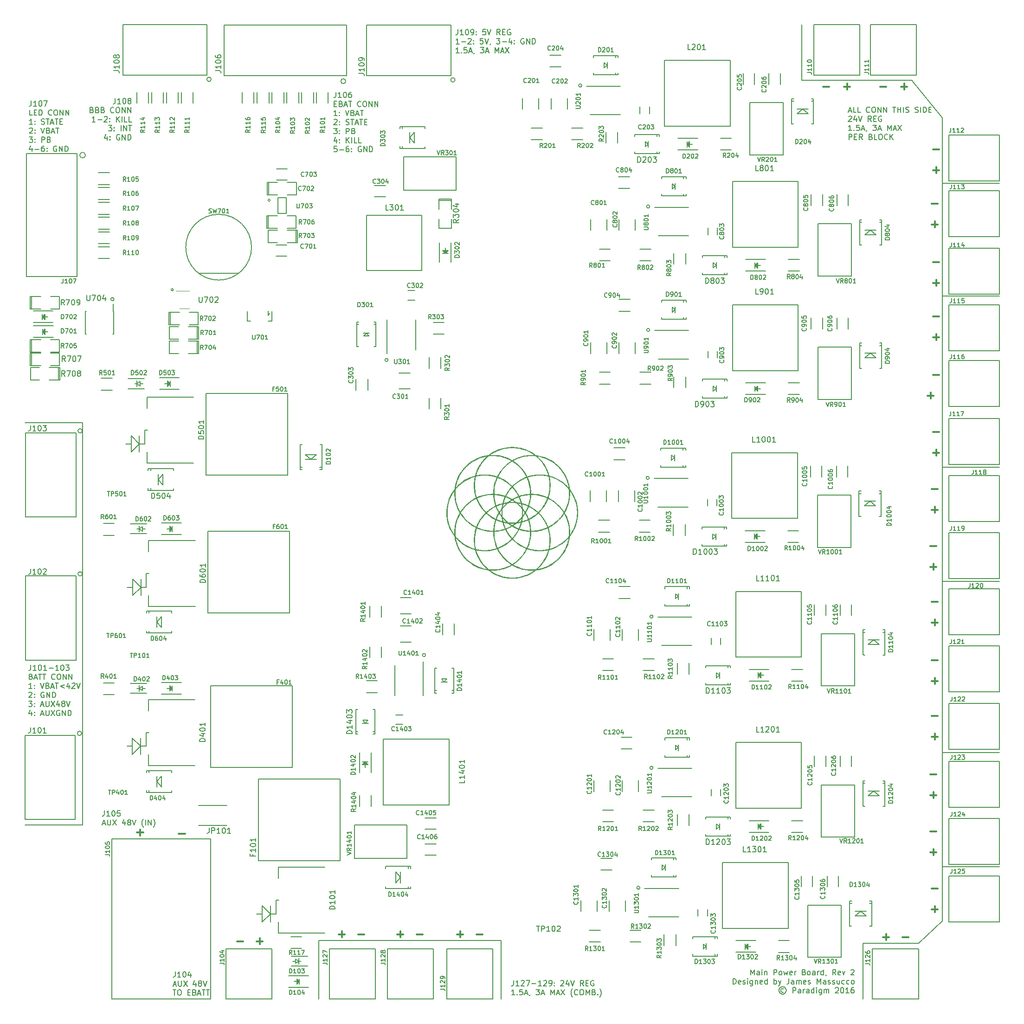
<source format=gbr>
G04 #@! TF.FileFunction,Legend,Top*
%FSLAX46Y46*%
G04 Gerber Fmt 4.6, Leading zero omitted, Abs format (unit mm)*
G04 Created by KiCad (PCBNEW 4.0.4-stable) date Monday, December 19, 2016 'PMt' 01:57:05 PM*
%MOMM*%
%LPD*%
G01*
G04 APERTURE LIST*
%ADD10C,0.100000*%
%ADD11C,0.150000*%
%ADD12C,0.300000*%
%ADD13C,0.200000*%
%ADD14C,0.120000*%
%ADD15C,0.010000*%
G04 APERTURE END LIST*
D10*
D11*
X132452379Y-173402381D02*
X132452379Y-172402381D01*
X132785713Y-173116667D01*
X133119046Y-172402381D01*
X133119046Y-173402381D01*
X134023808Y-173402381D02*
X134023808Y-172878571D01*
X133976189Y-172783333D01*
X133880951Y-172735714D01*
X133690474Y-172735714D01*
X133595236Y-172783333D01*
X134023808Y-173354762D02*
X133928570Y-173402381D01*
X133690474Y-173402381D01*
X133595236Y-173354762D01*
X133547617Y-173259524D01*
X133547617Y-173164286D01*
X133595236Y-173069048D01*
X133690474Y-173021429D01*
X133928570Y-173021429D01*
X134023808Y-172973810D01*
X134499998Y-173402381D02*
X134499998Y-172735714D01*
X134499998Y-172402381D02*
X134452379Y-172450000D01*
X134499998Y-172497619D01*
X134547617Y-172450000D01*
X134499998Y-172402381D01*
X134499998Y-172497619D01*
X134976188Y-172735714D02*
X134976188Y-173402381D01*
X134976188Y-172830952D02*
X135023807Y-172783333D01*
X135119045Y-172735714D01*
X135261903Y-172735714D01*
X135357141Y-172783333D01*
X135404760Y-172878571D01*
X135404760Y-173402381D01*
X136642855Y-173402381D02*
X136642855Y-172402381D01*
X137023808Y-172402381D01*
X137119046Y-172450000D01*
X137166665Y-172497619D01*
X137214284Y-172592857D01*
X137214284Y-172735714D01*
X137166665Y-172830952D01*
X137119046Y-172878571D01*
X137023808Y-172926190D01*
X136642855Y-172926190D01*
X137785712Y-173402381D02*
X137690474Y-173354762D01*
X137642855Y-173307143D01*
X137595236Y-173211905D01*
X137595236Y-172926190D01*
X137642855Y-172830952D01*
X137690474Y-172783333D01*
X137785712Y-172735714D01*
X137928570Y-172735714D01*
X138023808Y-172783333D01*
X138071427Y-172830952D01*
X138119046Y-172926190D01*
X138119046Y-173211905D01*
X138071427Y-173307143D01*
X138023808Y-173354762D01*
X137928570Y-173402381D01*
X137785712Y-173402381D01*
X138452379Y-172735714D02*
X138642855Y-173402381D01*
X138833332Y-172926190D01*
X139023808Y-173402381D01*
X139214284Y-172735714D01*
X139976189Y-173354762D02*
X139880951Y-173402381D01*
X139690474Y-173402381D01*
X139595236Y-173354762D01*
X139547617Y-173259524D01*
X139547617Y-172878571D01*
X139595236Y-172783333D01*
X139690474Y-172735714D01*
X139880951Y-172735714D01*
X139976189Y-172783333D01*
X140023808Y-172878571D01*
X140023808Y-172973810D01*
X139547617Y-173069048D01*
X140452379Y-173402381D02*
X140452379Y-172735714D01*
X140452379Y-172926190D02*
X140499998Y-172830952D01*
X140547617Y-172783333D01*
X140642855Y-172735714D01*
X140738094Y-172735714D01*
X142166666Y-172878571D02*
X142309523Y-172926190D01*
X142357142Y-172973810D01*
X142404761Y-173069048D01*
X142404761Y-173211905D01*
X142357142Y-173307143D01*
X142309523Y-173354762D01*
X142214285Y-173402381D01*
X141833332Y-173402381D01*
X141833332Y-172402381D01*
X142166666Y-172402381D01*
X142261904Y-172450000D01*
X142309523Y-172497619D01*
X142357142Y-172592857D01*
X142357142Y-172688095D01*
X142309523Y-172783333D01*
X142261904Y-172830952D01*
X142166666Y-172878571D01*
X141833332Y-172878571D01*
X142976189Y-173402381D02*
X142880951Y-173354762D01*
X142833332Y-173307143D01*
X142785713Y-173211905D01*
X142785713Y-172926190D01*
X142833332Y-172830952D01*
X142880951Y-172783333D01*
X142976189Y-172735714D01*
X143119047Y-172735714D01*
X143214285Y-172783333D01*
X143261904Y-172830952D01*
X143309523Y-172926190D01*
X143309523Y-173211905D01*
X143261904Y-173307143D01*
X143214285Y-173354762D01*
X143119047Y-173402381D01*
X142976189Y-173402381D01*
X144166666Y-173402381D02*
X144166666Y-172878571D01*
X144119047Y-172783333D01*
X144023809Y-172735714D01*
X143833332Y-172735714D01*
X143738094Y-172783333D01*
X144166666Y-173354762D02*
X144071428Y-173402381D01*
X143833332Y-173402381D01*
X143738094Y-173354762D01*
X143690475Y-173259524D01*
X143690475Y-173164286D01*
X143738094Y-173069048D01*
X143833332Y-173021429D01*
X144071428Y-173021429D01*
X144166666Y-172973810D01*
X144642856Y-173402381D02*
X144642856Y-172735714D01*
X144642856Y-172926190D02*
X144690475Y-172830952D01*
X144738094Y-172783333D01*
X144833332Y-172735714D01*
X144928571Y-172735714D01*
X145690476Y-173402381D02*
X145690476Y-172402381D01*
X145690476Y-173354762D02*
X145595238Y-173402381D01*
X145404761Y-173402381D01*
X145309523Y-173354762D01*
X145261904Y-173307143D01*
X145214285Y-173211905D01*
X145214285Y-172926190D01*
X145261904Y-172830952D01*
X145309523Y-172783333D01*
X145404761Y-172735714D01*
X145595238Y-172735714D01*
X145690476Y-172783333D01*
X146214285Y-173354762D02*
X146214285Y-173402381D01*
X146166666Y-173497619D01*
X146119047Y-173545238D01*
X147976190Y-173402381D02*
X147642856Y-172926190D01*
X147404761Y-173402381D02*
X147404761Y-172402381D01*
X147785714Y-172402381D01*
X147880952Y-172450000D01*
X147928571Y-172497619D01*
X147976190Y-172592857D01*
X147976190Y-172735714D01*
X147928571Y-172830952D01*
X147880952Y-172878571D01*
X147785714Y-172926190D01*
X147404761Y-172926190D01*
X148785714Y-173354762D02*
X148690476Y-173402381D01*
X148499999Y-173402381D01*
X148404761Y-173354762D01*
X148357142Y-173259524D01*
X148357142Y-172878571D01*
X148404761Y-172783333D01*
X148499999Y-172735714D01*
X148690476Y-172735714D01*
X148785714Y-172783333D01*
X148833333Y-172878571D01*
X148833333Y-172973810D01*
X148357142Y-173069048D01*
X149166666Y-172735714D02*
X149404761Y-173402381D01*
X149642857Y-172735714D01*
X150738095Y-172497619D02*
X150785714Y-172450000D01*
X150880952Y-172402381D01*
X151119048Y-172402381D01*
X151214286Y-172450000D01*
X151261905Y-172497619D01*
X151309524Y-172592857D01*
X151309524Y-172688095D01*
X151261905Y-172830952D01*
X150690476Y-173402381D01*
X151309524Y-173402381D01*
X129214283Y-175052381D02*
X129214283Y-174052381D01*
X129452378Y-174052381D01*
X129595236Y-174100000D01*
X129690474Y-174195238D01*
X129738093Y-174290476D01*
X129785712Y-174480952D01*
X129785712Y-174623810D01*
X129738093Y-174814286D01*
X129690474Y-174909524D01*
X129595236Y-175004762D01*
X129452378Y-175052381D01*
X129214283Y-175052381D01*
X130595236Y-175004762D02*
X130499998Y-175052381D01*
X130309521Y-175052381D01*
X130214283Y-175004762D01*
X130166664Y-174909524D01*
X130166664Y-174528571D01*
X130214283Y-174433333D01*
X130309521Y-174385714D01*
X130499998Y-174385714D01*
X130595236Y-174433333D01*
X130642855Y-174528571D01*
X130642855Y-174623810D01*
X130166664Y-174719048D01*
X131023807Y-175004762D02*
X131119045Y-175052381D01*
X131309521Y-175052381D01*
X131404760Y-175004762D01*
X131452379Y-174909524D01*
X131452379Y-174861905D01*
X131404760Y-174766667D01*
X131309521Y-174719048D01*
X131166664Y-174719048D01*
X131071426Y-174671429D01*
X131023807Y-174576190D01*
X131023807Y-174528571D01*
X131071426Y-174433333D01*
X131166664Y-174385714D01*
X131309521Y-174385714D01*
X131404760Y-174433333D01*
X131880950Y-175052381D02*
X131880950Y-174385714D01*
X131880950Y-174052381D02*
X131833331Y-174100000D01*
X131880950Y-174147619D01*
X131928569Y-174100000D01*
X131880950Y-174052381D01*
X131880950Y-174147619D01*
X132785712Y-174385714D02*
X132785712Y-175195238D01*
X132738093Y-175290476D01*
X132690474Y-175338095D01*
X132595235Y-175385714D01*
X132452378Y-175385714D01*
X132357140Y-175338095D01*
X132785712Y-175004762D02*
X132690474Y-175052381D01*
X132499997Y-175052381D01*
X132404759Y-175004762D01*
X132357140Y-174957143D01*
X132309521Y-174861905D01*
X132309521Y-174576190D01*
X132357140Y-174480952D01*
X132404759Y-174433333D01*
X132499997Y-174385714D01*
X132690474Y-174385714D01*
X132785712Y-174433333D01*
X133261902Y-174385714D02*
X133261902Y-175052381D01*
X133261902Y-174480952D02*
X133309521Y-174433333D01*
X133404759Y-174385714D01*
X133547617Y-174385714D01*
X133642855Y-174433333D01*
X133690474Y-174528571D01*
X133690474Y-175052381D01*
X134547617Y-175004762D02*
X134452379Y-175052381D01*
X134261902Y-175052381D01*
X134166664Y-175004762D01*
X134119045Y-174909524D01*
X134119045Y-174528571D01*
X134166664Y-174433333D01*
X134261902Y-174385714D01*
X134452379Y-174385714D01*
X134547617Y-174433333D01*
X134595236Y-174528571D01*
X134595236Y-174623810D01*
X134119045Y-174719048D01*
X135452379Y-175052381D02*
X135452379Y-174052381D01*
X135452379Y-175004762D02*
X135357141Y-175052381D01*
X135166664Y-175052381D01*
X135071426Y-175004762D01*
X135023807Y-174957143D01*
X134976188Y-174861905D01*
X134976188Y-174576190D01*
X135023807Y-174480952D01*
X135071426Y-174433333D01*
X135166664Y-174385714D01*
X135357141Y-174385714D01*
X135452379Y-174433333D01*
X136690474Y-175052381D02*
X136690474Y-174052381D01*
X136690474Y-174433333D02*
X136785712Y-174385714D01*
X136976189Y-174385714D01*
X137071427Y-174433333D01*
X137119046Y-174480952D01*
X137166665Y-174576190D01*
X137166665Y-174861905D01*
X137119046Y-174957143D01*
X137071427Y-175004762D01*
X136976189Y-175052381D01*
X136785712Y-175052381D01*
X136690474Y-175004762D01*
X137499998Y-174385714D02*
X137738093Y-175052381D01*
X137976189Y-174385714D02*
X137738093Y-175052381D01*
X137642855Y-175290476D01*
X137595236Y-175338095D01*
X137499998Y-175385714D01*
X139404761Y-174052381D02*
X139404761Y-174766667D01*
X139357141Y-174909524D01*
X139261903Y-175004762D01*
X139119046Y-175052381D01*
X139023808Y-175052381D01*
X140309523Y-175052381D02*
X140309523Y-174528571D01*
X140261904Y-174433333D01*
X140166666Y-174385714D01*
X139976189Y-174385714D01*
X139880951Y-174433333D01*
X140309523Y-175004762D02*
X140214285Y-175052381D01*
X139976189Y-175052381D01*
X139880951Y-175004762D01*
X139833332Y-174909524D01*
X139833332Y-174814286D01*
X139880951Y-174719048D01*
X139976189Y-174671429D01*
X140214285Y-174671429D01*
X140309523Y-174623810D01*
X140785713Y-175052381D02*
X140785713Y-174385714D01*
X140785713Y-174480952D02*
X140833332Y-174433333D01*
X140928570Y-174385714D01*
X141071428Y-174385714D01*
X141166666Y-174433333D01*
X141214285Y-174528571D01*
X141214285Y-175052381D01*
X141214285Y-174528571D02*
X141261904Y-174433333D01*
X141357142Y-174385714D01*
X141499999Y-174385714D01*
X141595237Y-174433333D01*
X141642856Y-174528571D01*
X141642856Y-175052381D01*
X142499999Y-175004762D02*
X142404761Y-175052381D01*
X142214284Y-175052381D01*
X142119046Y-175004762D01*
X142071427Y-174909524D01*
X142071427Y-174528571D01*
X142119046Y-174433333D01*
X142214284Y-174385714D01*
X142404761Y-174385714D01*
X142499999Y-174433333D01*
X142547618Y-174528571D01*
X142547618Y-174623810D01*
X142071427Y-174719048D01*
X142928570Y-175004762D02*
X143023808Y-175052381D01*
X143214284Y-175052381D01*
X143309523Y-175004762D01*
X143357142Y-174909524D01*
X143357142Y-174861905D01*
X143309523Y-174766667D01*
X143214284Y-174719048D01*
X143071427Y-174719048D01*
X142976189Y-174671429D01*
X142928570Y-174576190D01*
X142928570Y-174528571D01*
X142976189Y-174433333D01*
X143071427Y-174385714D01*
X143214284Y-174385714D01*
X143309523Y-174433333D01*
X144547618Y-175052381D02*
X144547618Y-174052381D01*
X144880952Y-174766667D01*
X145214285Y-174052381D01*
X145214285Y-175052381D01*
X146119047Y-175052381D02*
X146119047Y-174528571D01*
X146071428Y-174433333D01*
X145976190Y-174385714D01*
X145785713Y-174385714D01*
X145690475Y-174433333D01*
X146119047Y-175004762D02*
X146023809Y-175052381D01*
X145785713Y-175052381D01*
X145690475Y-175004762D01*
X145642856Y-174909524D01*
X145642856Y-174814286D01*
X145690475Y-174719048D01*
X145785713Y-174671429D01*
X146023809Y-174671429D01*
X146119047Y-174623810D01*
X146547618Y-175004762D02*
X146642856Y-175052381D01*
X146833332Y-175052381D01*
X146928571Y-175004762D01*
X146976190Y-174909524D01*
X146976190Y-174861905D01*
X146928571Y-174766667D01*
X146833332Y-174719048D01*
X146690475Y-174719048D01*
X146595237Y-174671429D01*
X146547618Y-174576190D01*
X146547618Y-174528571D01*
X146595237Y-174433333D01*
X146690475Y-174385714D01*
X146833332Y-174385714D01*
X146928571Y-174433333D01*
X147357142Y-175004762D02*
X147452380Y-175052381D01*
X147642856Y-175052381D01*
X147738095Y-175004762D01*
X147785714Y-174909524D01*
X147785714Y-174861905D01*
X147738095Y-174766667D01*
X147642856Y-174719048D01*
X147499999Y-174719048D01*
X147404761Y-174671429D01*
X147357142Y-174576190D01*
X147357142Y-174528571D01*
X147404761Y-174433333D01*
X147499999Y-174385714D01*
X147642856Y-174385714D01*
X147738095Y-174433333D01*
X148642857Y-174385714D02*
X148642857Y-175052381D01*
X148214285Y-174385714D02*
X148214285Y-174909524D01*
X148261904Y-175004762D01*
X148357142Y-175052381D01*
X148500000Y-175052381D01*
X148595238Y-175004762D01*
X148642857Y-174957143D01*
X149547619Y-175004762D02*
X149452381Y-175052381D01*
X149261904Y-175052381D01*
X149166666Y-175004762D01*
X149119047Y-174957143D01*
X149071428Y-174861905D01*
X149071428Y-174576190D01*
X149119047Y-174480952D01*
X149166666Y-174433333D01*
X149261904Y-174385714D01*
X149452381Y-174385714D01*
X149547619Y-174433333D01*
X150404762Y-175004762D02*
X150309524Y-175052381D01*
X150119047Y-175052381D01*
X150023809Y-175004762D01*
X149976190Y-174957143D01*
X149928571Y-174861905D01*
X149928571Y-174576190D01*
X149976190Y-174480952D01*
X150023809Y-174433333D01*
X150119047Y-174385714D01*
X150309524Y-174385714D01*
X150404762Y-174433333D01*
X150976190Y-175052381D02*
X150880952Y-175004762D01*
X150833333Y-174957143D01*
X150785714Y-174861905D01*
X150785714Y-174576190D01*
X150833333Y-174480952D01*
X150880952Y-174433333D01*
X150976190Y-174385714D01*
X151119048Y-174385714D01*
X151214286Y-174433333D01*
X151261905Y-174480952D01*
X151309524Y-174576190D01*
X151309524Y-174861905D01*
X151261905Y-174957143D01*
X151214286Y-175004762D01*
X151119048Y-175052381D01*
X150976190Y-175052381D01*
X138452380Y-175940476D02*
X138357142Y-175892857D01*
X138166666Y-175892857D01*
X138071428Y-175940476D01*
X137976190Y-176035714D01*
X137928571Y-176130952D01*
X137928571Y-176321429D01*
X137976190Y-176416667D01*
X138071428Y-176511905D01*
X138166666Y-176559524D01*
X138357142Y-176559524D01*
X138452380Y-176511905D01*
X138261904Y-175559524D02*
X138023809Y-175607143D01*
X137785713Y-175750000D01*
X137642856Y-175988095D01*
X137595237Y-176226190D01*
X137642856Y-176464286D01*
X137785713Y-176702381D01*
X138023809Y-176845238D01*
X138261904Y-176892857D01*
X138499999Y-176845238D01*
X138738094Y-176702381D01*
X138880951Y-176464286D01*
X138928571Y-176226190D01*
X138880951Y-175988095D01*
X138738094Y-175750000D01*
X138499999Y-175607143D01*
X138261904Y-175559524D01*
X140119047Y-176702381D02*
X140119047Y-175702381D01*
X140500000Y-175702381D01*
X140595238Y-175750000D01*
X140642857Y-175797619D01*
X140690476Y-175892857D01*
X140690476Y-176035714D01*
X140642857Y-176130952D01*
X140595238Y-176178571D01*
X140500000Y-176226190D01*
X140119047Y-176226190D01*
X141547619Y-176702381D02*
X141547619Y-176178571D01*
X141500000Y-176083333D01*
X141404762Y-176035714D01*
X141214285Y-176035714D01*
X141119047Y-176083333D01*
X141547619Y-176654762D02*
X141452381Y-176702381D01*
X141214285Y-176702381D01*
X141119047Y-176654762D01*
X141071428Y-176559524D01*
X141071428Y-176464286D01*
X141119047Y-176369048D01*
X141214285Y-176321429D01*
X141452381Y-176321429D01*
X141547619Y-176273810D01*
X142023809Y-176702381D02*
X142023809Y-176035714D01*
X142023809Y-176226190D02*
X142071428Y-176130952D01*
X142119047Y-176083333D01*
X142214285Y-176035714D01*
X142309524Y-176035714D01*
X143071429Y-176702381D02*
X143071429Y-176178571D01*
X143023810Y-176083333D01*
X142928572Y-176035714D01*
X142738095Y-176035714D01*
X142642857Y-176083333D01*
X143071429Y-176654762D02*
X142976191Y-176702381D01*
X142738095Y-176702381D01*
X142642857Y-176654762D01*
X142595238Y-176559524D01*
X142595238Y-176464286D01*
X142642857Y-176369048D01*
X142738095Y-176321429D01*
X142976191Y-176321429D01*
X143071429Y-176273810D01*
X143976191Y-176702381D02*
X143976191Y-175702381D01*
X143976191Y-176654762D02*
X143880953Y-176702381D01*
X143690476Y-176702381D01*
X143595238Y-176654762D01*
X143547619Y-176607143D01*
X143500000Y-176511905D01*
X143500000Y-176226190D01*
X143547619Y-176130952D01*
X143595238Y-176083333D01*
X143690476Y-176035714D01*
X143880953Y-176035714D01*
X143976191Y-176083333D01*
X144452381Y-176702381D02*
X144452381Y-176035714D01*
X144452381Y-175702381D02*
X144404762Y-175750000D01*
X144452381Y-175797619D01*
X144500000Y-175750000D01*
X144452381Y-175702381D01*
X144452381Y-175797619D01*
X145357143Y-176035714D02*
X145357143Y-176845238D01*
X145309524Y-176940476D01*
X145261905Y-176988095D01*
X145166666Y-177035714D01*
X145023809Y-177035714D01*
X144928571Y-176988095D01*
X145357143Y-176654762D02*
X145261905Y-176702381D01*
X145071428Y-176702381D01*
X144976190Y-176654762D01*
X144928571Y-176607143D01*
X144880952Y-176511905D01*
X144880952Y-176226190D01*
X144928571Y-176130952D01*
X144976190Y-176083333D01*
X145071428Y-176035714D01*
X145261905Y-176035714D01*
X145357143Y-176083333D01*
X145833333Y-176702381D02*
X145833333Y-176035714D01*
X145833333Y-176130952D02*
X145880952Y-176083333D01*
X145976190Y-176035714D01*
X146119048Y-176035714D01*
X146214286Y-176083333D01*
X146261905Y-176178571D01*
X146261905Y-176702381D01*
X146261905Y-176178571D02*
X146309524Y-176083333D01*
X146404762Y-176035714D01*
X146547619Y-176035714D01*
X146642857Y-176083333D01*
X146690476Y-176178571D01*
X146690476Y-176702381D01*
X147880952Y-175797619D02*
X147928571Y-175750000D01*
X148023809Y-175702381D01*
X148261905Y-175702381D01*
X148357143Y-175750000D01*
X148404762Y-175797619D01*
X148452381Y-175892857D01*
X148452381Y-175988095D01*
X148404762Y-176130952D01*
X147833333Y-176702381D01*
X148452381Y-176702381D01*
X149071428Y-175702381D02*
X149166667Y-175702381D01*
X149261905Y-175750000D01*
X149309524Y-175797619D01*
X149357143Y-175892857D01*
X149404762Y-176083333D01*
X149404762Y-176321429D01*
X149357143Y-176511905D01*
X149309524Y-176607143D01*
X149261905Y-176654762D01*
X149166667Y-176702381D01*
X149071428Y-176702381D01*
X148976190Y-176654762D01*
X148928571Y-176607143D01*
X148880952Y-176511905D01*
X148833333Y-176321429D01*
X148833333Y-176083333D01*
X148880952Y-175892857D01*
X148928571Y-175797619D01*
X148976190Y-175750000D01*
X149071428Y-175702381D01*
X150357143Y-176702381D02*
X149785714Y-176702381D01*
X150071428Y-176702381D02*
X150071428Y-175702381D01*
X149976190Y-175845238D01*
X149880952Y-175940476D01*
X149785714Y-175988095D01*
X151214286Y-175702381D02*
X151023809Y-175702381D01*
X150928571Y-175750000D01*
X150880952Y-175797619D01*
X150785714Y-175940476D01*
X150738095Y-176130952D01*
X150738095Y-176511905D01*
X150785714Y-176607143D01*
X150833333Y-176654762D01*
X150928571Y-176702381D01*
X151119048Y-176702381D01*
X151214286Y-176654762D01*
X151261905Y-176607143D01*
X151309524Y-176511905D01*
X151309524Y-176273810D01*
X151261905Y-176178571D01*
X151214286Y-176130952D01*
X151119048Y-176083333D01*
X150928571Y-176083333D01*
X150833333Y-176130952D01*
X150785714Y-176178571D01*
X150738095Y-176273810D01*
D12*
X28057143Y-147607143D02*
X29200000Y-147607143D01*
X20457143Y-147407143D02*
X21600000Y-147407143D01*
X21028571Y-147978571D02*
X21028571Y-146835714D01*
D11*
X27423810Y-172802381D02*
X27423810Y-173516667D01*
X27376190Y-173659524D01*
X27280952Y-173754762D01*
X27138095Y-173802381D01*
X27042857Y-173802381D01*
X28423810Y-173802381D02*
X27852381Y-173802381D01*
X28138095Y-173802381D02*
X28138095Y-172802381D01*
X28042857Y-172945238D01*
X27947619Y-173040476D01*
X27852381Y-173088095D01*
X29042857Y-172802381D02*
X29138096Y-172802381D01*
X29233334Y-172850000D01*
X29280953Y-172897619D01*
X29328572Y-172992857D01*
X29376191Y-173183333D01*
X29376191Y-173421429D01*
X29328572Y-173611905D01*
X29280953Y-173707143D01*
X29233334Y-173754762D01*
X29138096Y-173802381D01*
X29042857Y-173802381D01*
X28947619Y-173754762D01*
X28900000Y-173707143D01*
X28852381Y-173611905D01*
X28804762Y-173421429D01*
X28804762Y-173183333D01*
X28852381Y-172992857D01*
X28900000Y-172897619D01*
X28947619Y-172850000D01*
X29042857Y-172802381D01*
X30233334Y-173135714D02*
X30233334Y-173802381D01*
X29995238Y-172754762D02*
X29757143Y-173469048D01*
X30376191Y-173469048D01*
X27090476Y-175166667D02*
X27566667Y-175166667D01*
X26995238Y-175452381D02*
X27328571Y-174452381D01*
X27661905Y-175452381D01*
X27995238Y-174452381D02*
X27995238Y-175261905D01*
X28042857Y-175357143D01*
X28090476Y-175404762D01*
X28185714Y-175452381D01*
X28376191Y-175452381D01*
X28471429Y-175404762D01*
X28519048Y-175357143D01*
X28566667Y-175261905D01*
X28566667Y-174452381D01*
X28947619Y-174452381D02*
X29614286Y-175452381D01*
X29614286Y-174452381D02*
X28947619Y-175452381D01*
X31185715Y-174785714D02*
X31185715Y-175452381D01*
X30947619Y-174404762D02*
X30709524Y-175119048D01*
X31328572Y-175119048D01*
X31852381Y-174880952D02*
X31757143Y-174833333D01*
X31709524Y-174785714D01*
X31661905Y-174690476D01*
X31661905Y-174642857D01*
X31709524Y-174547619D01*
X31757143Y-174500000D01*
X31852381Y-174452381D01*
X32042858Y-174452381D01*
X32138096Y-174500000D01*
X32185715Y-174547619D01*
X32233334Y-174642857D01*
X32233334Y-174690476D01*
X32185715Y-174785714D01*
X32138096Y-174833333D01*
X32042858Y-174880952D01*
X31852381Y-174880952D01*
X31757143Y-174928571D01*
X31709524Y-174976190D01*
X31661905Y-175071429D01*
X31661905Y-175261905D01*
X31709524Y-175357143D01*
X31757143Y-175404762D01*
X31852381Y-175452381D01*
X32042858Y-175452381D01*
X32138096Y-175404762D01*
X32185715Y-175357143D01*
X32233334Y-175261905D01*
X32233334Y-175071429D01*
X32185715Y-174976190D01*
X32138096Y-174928571D01*
X32042858Y-174880952D01*
X32519048Y-174452381D02*
X32852381Y-175452381D01*
X33185715Y-174452381D01*
X26995238Y-176102381D02*
X27566667Y-176102381D01*
X27280952Y-177102381D02*
X27280952Y-176102381D01*
X28090476Y-176102381D02*
X28280953Y-176102381D01*
X28376191Y-176150000D01*
X28471429Y-176245238D01*
X28519048Y-176435714D01*
X28519048Y-176769048D01*
X28471429Y-176959524D01*
X28376191Y-177054762D01*
X28280953Y-177102381D01*
X28090476Y-177102381D01*
X27995238Y-177054762D01*
X27900000Y-176959524D01*
X27852381Y-176769048D01*
X27852381Y-176435714D01*
X27900000Y-176245238D01*
X27995238Y-176150000D01*
X28090476Y-176102381D01*
X29709524Y-176578571D02*
X30042858Y-176578571D01*
X30185715Y-177102381D02*
X29709524Y-177102381D01*
X29709524Y-176102381D01*
X30185715Y-176102381D01*
X30947620Y-176578571D02*
X31090477Y-176626190D01*
X31138096Y-176673810D01*
X31185715Y-176769048D01*
X31185715Y-176911905D01*
X31138096Y-177007143D01*
X31090477Y-177054762D01*
X30995239Y-177102381D01*
X30614286Y-177102381D01*
X30614286Y-176102381D01*
X30947620Y-176102381D01*
X31042858Y-176150000D01*
X31090477Y-176197619D01*
X31138096Y-176292857D01*
X31138096Y-176388095D01*
X31090477Y-176483333D01*
X31042858Y-176530952D01*
X30947620Y-176578571D01*
X30614286Y-176578571D01*
X31566667Y-176816667D02*
X32042858Y-176816667D01*
X31471429Y-177102381D02*
X31804762Y-176102381D01*
X32138096Y-177102381D01*
X32328572Y-176102381D02*
X32900001Y-176102381D01*
X32614286Y-177102381D02*
X32614286Y-176102381D01*
X33090477Y-176102381D02*
X33661906Y-176102381D01*
X33376191Y-177102381D02*
X33376191Y-176102381D01*
X14493810Y-143407381D02*
X14493810Y-144121667D01*
X14446190Y-144264524D01*
X14350952Y-144359762D01*
X14208095Y-144407381D01*
X14112857Y-144407381D01*
X15493810Y-144407381D02*
X14922381Y-144407381D01*
X15208095Y-144407381D02*
X15208095Y-143407381D01*
X15112857Y-143550238D01*
X15017619Y-143645476D01*
X14922381Y-143693095D01*
X16112857Y-143407381D02*
X16208096Y-143407381D01*
X16303334Y-143455000D01*
X16350953Y-143502619D01*
X16398572Y-143597857D01*
X16446191Y-143788333D01*
X16446191Y-144026429D01*
X16398572Y-144216905D01*
X16350953Y-144312143D01*
X16303334Y-144359762D01*
X16208096Y-144407381D01*
X16112857Y-144407381D01*
X16017619Y-144359762D01*
X15970000Y-144312143D01*
X15922381Y-144216905D01*
X15874762Y-144026429D01*
X15874762Y-143788333D01*
X15922381Y-143597857D01*
X15970000Y-143502619D01*
X16017619Y-143455000D01*
X16112857Y-143407381D01*
X17350953Y-143407381D02*
X16874762Y-143407381D01*
X16827143Y-143883571D01*
X16874762Y-143835952D01*
X16970000Y-143788333D01*
X17208096Y-143788333D01*
X17303334Y-143835952D01*
X17350953Y-143883571D01*
X17398572Y-143978810D01*
X17398572Y-144216905D01*
X17350953Y-144312143D01*
X17303334Y-144359762D01*
X17208096Y-144407381D01*
X16970000Y-144407381D01*
X16874762Y-144359762D01*
X16827143Y-144312143D01*
X14160476Y-145771667D02*
X14636667Y-145771667D01*
X14065238Y-146057381D02*
X14398571Y-145057381D01*
X14731905Y-146057381D01*
X15065238Y-145057381D02*
X15065238Y-145866905D01*
X15112857Y-145962143D01*
X15160476Y-146009762D01*
X15255714Y-146057381D01*
X15446191Y-146057381D01*
X15541429Y-146009762D01*
X15589048Y-145962143D01*
X15636667Y-145866905D01*
X15636667Y-145057381D01*
X16017619Y-145057381D02*
X16684286Y-146057381D01*
X16684286Y-145057381D02*
X16017619Y-146057381D01*
X18255715Y-145390714D02*
X18255715Y-146057381D01*
X18017619Y-145009762D02*
X17779524Y-145724048D01*
X18398572Y-145724048D01*
X18922381Y-145485952D02*
X18827143Y-145438333D01*
X18779524Y-145390714D01*
X18731905Y-145295476D01*
X18731905Y-145247857D01*
X18779524Y-145152619D01*
X18827143Y-145105000D01*
X18922381Y-145057381D01*
X19112858Y-145057381D01*
X19208096Y-145105000D01*
X19255715Y-145152619D01*
X19303334Y-145247857D01*
X19303334Y-145295476D01*
X19255715Y-145390714D01*
X19208096Y-145438333D01*
X19112858Y-145485952D01*
X18922381Y-145485952D01*
X18827143Y-145533571D01*
X18779524Y-145581190D01*
X18731905Y-145676429D01*
X18731905Y-145866905D01*
X18779524Y-145962143D01*
X18827143Y-146009762D01*
X18922381Y-146057381D01*
X19112858Y-146057381D01*
X19208096Y-146009762D01*
X19255715Y-145962143D01*
X19303334Y-145866905D01*
X19303334Y-145676429D01*
X19255715Y-145581190D01*
X19208096Y-145533571D01*
X19112858Y-145485952D01*
X19589048Y-145057381D02*
X19922381Y-146057381D01*
X20255715Y-145057381D01*
X21636668Y-146438333D02*
X21589048Y-146390714D01*
X21493810Y-146247857D01*
X21446191Y-146152619D01*
X21398572Y-146009762D01*
X21350953Y-145771667D01*
X21350953Y-145581190D01*
X21398572Y-145343095D01*
X21446191Y-145200238D01*
X21493810Y-145105000D01*
X21589048Y-144962143D01*
X21636668Y-144914524D01*
X22017620Y-146057381D02*
X22017620Y-145057381D01*
X22493810Y-146057381D02*
X22493810Y-145057381D01*
X23065239Y-146057381D01*
X23065239Y-145057381D01*
X23446191Y-146438333D02*
X23493810Y-146390714D01*
X23589048Y-146247857D01*
X23636667Y-146152619D01*
X23684286Y-146009762D01*
X23731905Y-145771667D01*
X23731905Y-145581190D01*
X23684286Y-145343095D01*
X23636667Y-145200238D01*
X23589048Y-145105000D01*
X23493810Y-144962143D01*
X23446191Y-144914524D01*
D12*
X38711143Y-167239143D02*
X39854000Y-167239143D01*
X42267143Y-167239143D02*
X43410000Y-167239143D01*
X42838571Y-167810571D02*
X42838571Y-166667714D01*
X60809143Y-165969143D02*
X61952000Y-165969143D01*
X57253143Y-165969143D02*
X58396000Y-165969143D01*
X57824571Y-166540571D02*
X57824571Y-165397714D01*
X71477143Y-165969143D02*
X72620000Y-165969143D01*
X67921143Y-165969143D02*
X69064000Y-165969143D01*
X68492571Y-166540571D02*
X68492571Y-165397714D01*
D13*
X53594000Y-167132000D02*
X53594000Y-177800000D01*
X86868000Y-167132000D02*
X53594000Y-167132000D01*
X86868000Y-177800000D02*
X86868000Y-167132000D01*
D12*
X82399143Y-165969143D02*
X83542000Y-165969143D01*
X78843143Y-165969143D02*
X79986000Y-165969143D01*
X79414571Y-166540571D02*
X79414571Y-165397714D01*
D11*
X89169810Y-174395381D02*
X89169810Y-175109667D01*
X89122190Y-175252524D01*
X89026952Y-175347762D01*
X88884095Y-175395381D01*
X88788857Y-175395381D01*
X90169810Y-175395381D02*
X89598381Y-175395381D01*
X89884095Y-175395381D02*
X89884095Y-174395381D01*
X89788857Y-174538238D01*
X89693619Y-174633476D01*
X89598381Y-174681095D01*
X90550762Y-174490619D02*
X90598381Y-174443000D01*
X90693619Y-174395381D01*
X90931715Y-174395381D01*
X91026953Y-174443000D01*
X91074572Y-174490619D01*
X91122191Y-174585857D01*
X91122191Y-174681095D01*
X91074572Y-174823952D01*
X90503143Y-175395381D01*
X91122191Y-175395381D01*
X91455524Y-174395381D02*
X92122191Y-174395381D01*
X91693619Y-175395381D01*
X92503143Y-175014429D02*
X93265048Y-175014429D01*
X94265048Y-175395381D02*
X93693619Y-175395381D01*
X93979333Y-175395381D02*
X93979333Y-174395381D01*
X93884095Y-174538238D01*
X93788857Y-174633476D01*
X93693619Y-174681095D01*
X94646000Y-174490619D02*
X94693619Y-174443000D01*
X94788857Y-174395381D01*
X95026953Y-174395381D01*
X95122191Y-174443000D01*
X95169810Y-174490619D01*
X95217429Y-174585857D01*
X95217429Y-174681095D01*
X95169810Y-174823952D01*
X94598381Y-175395381D01*
X95217429Y-175395381D01*
X95693619Y-175395381D02*
X95884095Y-175395381D01*
X95979334Y-175347762D01*
X96026953Y-175300143D01*
X96122191Y-175157286D01*
X96169810Y-174966810D01*
X96169810Y-174585857D01*
X96122191Y-174490619D01*
X96074572Y-174443000D01*
X95979334Y-174395381D01*
X95788857Y-174395381D01*
X95693619Y-174443000D01*
X95646000Y-174490619D01*
X95598381Y-174585857D01*
X95598381Y-174823952D01*
X95646000Y-174919190D01*
X95693619Y-174966810D01*
X95788857Y-175014429D01*
X95979334Y-175014429D01*
X96074572Y-174966810D01*
X96122191Y-174919190D01*
X96169810Y-174823952D01*
X96598381Y-175300143D02*
X96646000Y-175347762D01*
X96598381Y-175395381D01*
X96550762Y-175347762D01*
X96598381Y-175300143D01*
X96598381Y-175395381D01*
X96598381Y-174776333D02*
X96646000Y-174823952D01*
X96598381Y-174871571D01*
X96550762Y-174823952D01*
X96598381Y-174776333D01*
X96598381Y-174871571D01*
X97788857Y-174490619D02*
X97836476Y-174443000D01*
X97931714Y-174395381D01*
X98169810Y-174395381D01*
X98265048Y-174443000D01*
X98312667Y-174490619D01*
X98360286Y-174585857D01*
X98360286Y-174681095D01*
X98312667Y-174823952D01*
X97741238Y-175395381D01*
X98360286Y-175395381D01*
X99217429Y-174728714D02*
X99217429Y-175395381D01*
X98979333Y-174347762D02*
X98741238Y-175062048D01*
X99360286Y-175062048D01*
X99598381Y-174395381D02*
X99931714Y-175395381D01*
X100265048Y-174395381D01*
X101931715Y-175395381D02*
X101598381Y-174919190D01*
X101360286Y-175395381D02*
X101360286Y-174395381D01*
X101741239Y-174395381D01*
X101836477Y-174443000D01*
X101884096Y-174490619D01*
X101931715Y-174585857D01*
X101931715Y-174728714D01*
X101884096Y-174823952D01*
X101836477Y-174871571D01*
X101741239Y-174919190D01*
X101360286Y-174919190D01*
X102360286Y-174871571D02*
X102693620Y-174871571D01*
X102836477Y-175395381D02*
X102360286Y-175395381D01*
X102360286Y-174395381D01*
X102836477Y-174395381D01*
X103788858Y-174443000D02*
X103693620Y-174395381D01*
X103550763Y-174395381D01*
X103407905Y-174443000D01*
X103312667Y-174538238D01*
X103265048Y-174633476D01*
X103217429Y-174823952D01*
X103217429Y-174966810D01*
X103265048Y-175157286D01*
X103312667Y-175252524D01*
X103407905Y-175347762D01*
X103550763Y-175395381D01*
X103646001Y-175395381D01*
X103788858Y-175347762D01*
X103836477Y-175300143D01*
X103836477Y-174966810D01*
X103646001Y-174966810D01*
X89407905Y-177045381D02*
X88836476Y-177045381D01*
X89122190Y-177045381D02*
X89122190Y-176045381D01*
X89026952Y-176188238D01*
X88931714Y-176283476D01*
X88836476Y-176331095D01*
X89836476Y-176950143D02*
X89884095Y-176997762D01*
X89836476Y-177045381D01*
X89788857Y-176997762D01*
X89836476Y-176950143D01*
X89836476Y-177045381D01*
X90788857Y-176045381D02*
X90312666Y-176045381D01*
X90265047Y-176521571D01*
X90312666Y-176473952D01*
X90407904Y-176426333D01*
X90646000Y-176426333D01*
X90741238Y-176473952D01*
X90788857Y-176521571D01*
X90836476Y-176616810D01*
X90836476Y-176854905D01*
X90788857Y-176950143D01*
X90741238Y-176997762D01*
X90646000Y-177045381D01*
X90407904Y-177045381D01*
X90312666Y-176997762D01*
X90265047Y-176950143D01*
X91217428Y-176759667D02*
X91693619Y-176759667D01*
X91122190Y-177045381D02*
X91455523Y-176045381D01*
X91788857Y-177045381D01*
X92169809Y-176997762D02*
X92169809Y-177045381D01*
X92122190Y-177140619D01*
X92074571Y-177188238D01*
X93265047Y-176045381D02*
X93884095Y-176045381D01*
X93550761Y-176426333D01*
X93693619Y-176426333D01*
X93788857Y-176473952D01*
X93836476Y-176521571D01*
X93884095Y-176616810D01*
X93884095Y-176854905D01*
X93836476Y-176950143D01*
X93788857Y-176997762D01*
X93693619Y-177045381D01*
X93407904Y-177045381D01*
X93312666Y-176997762D01*
X93265047Y-176950143D01*
X94265047Y-176759667D02*
X94741238Y-176759667D01*
X94169809Y-177045381D02*
X94503142Y-176045381D01*
X94836476Y-177045381D01*
X95931714Y-177045381D02*
X95931714Y-176045381D01*
X96265048Y-176759667D01*
X96598381Y-176045381D01*
X96598381Y-177045381D01*
X97026952Y-176759667D02*
X97503143Y-176759667D01*
X96931714Y-177045381D02*
X97265047Y-176045381D01*
X97598381Y-177045381D01*
X97836476Y-176045381D02*
X98503143Y-177045381D01*
X98503143Y-176045381D02*
X97836476Y-177045381D01*
X99931715Y-177426333D02*
X99884095Y-177378714D01*
X99788857Y-177235857D01*
X99741238Y-177140619D01*
X99693619Y-176997762D01*
X99646000Y-176759667D01*
X99646000Y-176569190D01*
X99693619Y-176331095D01*
X99741238Y-176188238D01*
X99788857Y-176093000D01*
X99884095Y-175950143D01*
X99931715Y-175902524D01*
X100884096Y-176950143D02*
X100836477Y-176997762D01*
X100693620Y-177045381D01*
X100598382Y-177045381D01*
X100455524Y-176997762D01*
X100360286Y-176902524D01*
X100312667Y-176807286D01*
X100265048Y-176616810D01*
X100265048Y-176473952D01*
X100312667Y-176283476D01*
X100360286Y-176188238D01*
X100455524Y-176093000D01*
X100598382Y-176045381D01*
X100693620Y-176045381D01*
X100836477Y-176093000D01*
X100884096Y-176140619D01*
X101503143Y-176045381D02*
X101693620Y-176045381D01*
X101788858Y-176093000D01*
X101884096Y-176188238D01*
X101931715Y-176378714D01*
X101931715Y-176712048D01*
X101884096Y-176902524D01*
X101788858Y-176997762D01*
X101693620Y-177045381D01*
X101503143Y-177045381D01*
X101407905Y-176997762D01*
X101312667Y-176902524D01*
X101265048Y-176712048D01*
X101265048Y-176378714D01*
X101312667Y-176188238D01*
X101407905Y-176093000D01*
X101503143Y-176045381D01*
X102360286Y-177045381D02*
X102360286Y-176045381D01*
X102693620Y-176759667D01*
X103026953Y-176045381D01*
X103026953Y-177045381D01*
X103836477Y-176521571D02*
X103979334Y-176569190D01*
X104026953Y-176616810D01*
X104074572Y-176712048D01*
X104074572Y-176854905D01*
X104026953Y-176950143D01*
X103979334Y-176997762D01*
X103884096Y-177045381D01*
X103503143Y-177045381D01*
X103503143Y-176045381D01*
X103836477Y-176045381D01*
X103931715Y-176093000D01*
X103979334Y-176140619D01*
X104026953Y-176235857D01*
X104026953Y-176331095D01*
X103979334Y-176426333D01*
X103931715Y-176473952D01*
X103836477Y-176521571D01*
X103503143Y-176521571D01*
X104503143Y-176950143D02*
X104550762Y-176997762D01*
X104503143Y-177045381D01*
X104455524Y-176997762D01*
X104503143Y-176950143D01*
X104503143Y-177045381D01*
X104884095Y-177426333D02*
X104931714Y-177378714D01*
X105026952Y-177235857D01*
X105074571Y-177140619D01*
X105122190Y-176997762D01*
X105169809Y-176759667D01*
X105169809Y-176569190D01*
X105122190Y-176331095D01*
X105074571Y-176188238D01*
X105026952Y-176093000D01*
X104931714Y-175950143D01*
X104884095Y-175902524D01*
D12*
X160123143Y-166477143D02*
X161266000Y-166477143D01*
X156567143Y-166477143D02*
X157710000Y-166477143D01*
X157138571Y-167048571D02*
X157138571Y-165905714D01*
X165457143Y-157587143D02*
X166600000Y-157587143D01*
X165457143Y-161397143D02*
X166600000Y-161397143D01*
X166028571Y-161968571D02*
X166028571Y-160825714D01*
X165203143Y-147173143D02*
X166346000Y-147173143D01*
X165203143Y-150983143D02*
X166346000Y-150983143D01*
X165774571Y-151554571D02*
X165774571Y-150411714D01*
X165203143Y-136759143D02*
X166346000Y-136759143D01*
X165203143Y-140569143D02*
X166346000Y-140569143D01*
X165774571Y-141140571D02*
X165774571Y-139997714D01*
X165457143Y-126091143D02*
X166600000Y-126091143D01*
X165457143Y-129901143D02*
X166600000Y-129901143D01*
X166028571Y-130472571D02*
X166028571Y-129329714D01*
X165457143Y-115931143D02*
X166600000Y-115931143D01*
X165457143Y-119741143D02*
X166600000Y-119741143D01*
X166028571Y-120312571D02*
X166028571Y-119169714D01*
X165457143Y-105263143D02*
X166600000Y-105263143D01*
X165457143Y-109073143D02*
X166600000Y-109073143D01*
X166028571Y-109644571D02*
X166028571Y-108501714D01*
X165203143Y-95103143D02*
X166346000Y-95103143D01*
X165203143Y-98913143D02*
X166346000Y-98913143D01*
X165774571Y-99484571D02*
X165774571Y-98341714D01*
X165457143Y-84689143D02*
X166600000Y-84689143D01*
X165457143Y-88499143D02*
X166600000Y-88499143D01*
X166028571Y-89070571D02*
X166028571Y-87927714D01*
X165711143Y-74275143D02*
X166854000Y-74275143D01*
X165711143Y-78085143D02*
X166854000Y-78085143D01*
X166282571Y-78656571D02*
X166282571Y-77513714D01*
X164695143Y-67671143D02*
X165838000Y-67671143D01*
X165266571Y-68242571D02*
X165266571Y-67099714D01*
X165711143Y-63861143D02*
X166854000Y-63861143D01*
X165711143Y-57003143D02*
X166854000Y-57003143D01*
X166282571Y-57574571D02*
X166282571Y-56431714D01*
X165711143Y-53193143D02*
X166854000Y-53193143D01*
X165711143Y-47097143D02*
X166854000Y-47097143D01*
X166282571Y-47668571D02*
X166282571Y-46525714D01*
X165711143Y-43287143D02*
X166854000Y-43287143D01*
X165457143Y-36429143D02*
X166600000Y-36429143D01*
X166028571Y-37000571D02*
X166028571Y-35857714D01*
X165457143Y-32619143D02*
X166600000Y-32619143D01*
X165711143Y-26523143D02*
X166854000Y-26523143D01*
X166282571Y-27094571D02*
X166282571Y-25951714D01*
X165711143Y-22713143D02*
X166854000Y-22713143D01*
X159869143Y-11283143D02*
X161012000Y-11283143D01*
X160440571Y-11854571D02*
X160440571Y-10711714D01*
X156059143Y-11283143D02*
X157202000Y-11283143D01*
X145645143Y-11283143D02*
X146788000Y-11283143D01*
X149455143Y-11283143D02*
X150598000Y-11283143D01*
X150026571Y-11854571D02*
X150026571Y-10711714D01*
D13*
X152908000Y-167640000D02*
X152908000Y-177800000D01*
X163068000Y-167640000D02*
X152908000Y-167640000D01*
X167386000Y-163576000D02*
X163068000Y-167640000D01*
X167386000Y-153670000D02*
X167386000Y-163576000D01*
X167386000Y-153670000D02*
X177800000Y-153670000D01*
X167386000Y-132842000D02*
X167386000Y-153670000D01*
X167386000Y-132842000D02*
X177800000Y-132842000D01*
X167386000Y-101600000D02*
X167386000Y-132842000D01*
X167386000Y-101600000D02*
X177800000Y-101600000D01*
X167386000Y-80772000D02*
X167386000Y-101600000D01*
X167386000Y-80772000D02*
X177800000Y-80772000D01*
X167386000Y-49530000D02*
X167386000Y-80772000D01*
X167386000Y-49530000D02*
X177800000Y-49530000D01*
X167386000Y-28956000D02*
X167386000Y-49530000D01*
X167386000Y-28956000D02*
X177800000Y-28956000D01*
X167386000Y-17018000D02*
X167386000Y-28956000D01*
X161798000Y-10160000D02*
X167386000Y-17018000D01*
X141732000Y-10160000D02*
X161798000Y-10160000D01*
X141732000Y0D02*
X141732000Y-10160000D01*
D11*
X150304476Y-15725667D02*
X150780667Y-15725667D01*
X150209238Y-16011381D02*
X150542571Y-15011381D01*
X150875905Y-16011381D01*
X151685429Y-16011381D02*
X151209238Y-16011381D01*
X151209238Y-15011381D01*
X152494953Y-16011381D02*
X152018762Y-16011381D01*
X152018762Y-15011381D01*
X154161620Y-15916143D02*
X154114001Y-15963762D01*
X153971144Y-16011381D01*
X153875906Y-16011381D01*
X153733048Y-15963762D01*
X153637810Y-15868524D01*
X153590191Y-15773286D01*
X153542572Y-15582810D01*
X153542572Y-15439952D01*
X153590191Y-15249476D01*
X153637810Y-15154238D01*
X153733048Y-15059000D01*
X153875906Y-15011381D01*
X153971144Y-15011381D01*
X154114001Y-15059000D01*
X154161620Y-15106619D01*
X154780667Y-15011381D02*
X154971144Y-15011381D01*
X155066382Y-15059000D01*
X155161620Y-15154238D01*
X155209239Y-15344714D01*
X155209239Y-15678048D01*
X155161620Y-15868524D01*
X155066382Y-15963762D01*
X154971144Y-16011381D01*
X154780667Y-16011381D01*
X154685429Y-15963762D01*
X154590191Y-15868524D01*
X154542572Y-15678048D01*
X154542572Y-15344714D01*
X154590191Y-15154238D01*
X154685429Y-15059000D01*
X154780667Y-15011381D01*
X155637810Y-16011381D02*
X155637810Y-15011381D01*
X156209239Y-16011381D01*
X156209239Y-15011381D01*
X156685429Y-16011381D02*
X156685429Y-15011381D01*
X157256858Y-16011381D01*
X157256858Y-15011381D01*
X158352096Y-15011381D02*
X158923525Y-15011381D01*
X158637810Y-16011381D02*
X158637810Y-15011381D01*
X159256858Y-16011381D02*
X159256858Y-15011381D01*
X159256858Y-15487571D02*
X159828287Y-15487571D01*
X159828287Y-16011381D02*
X159828287Y-15011381D01*
X160304477Y-16011381D02*
X160304477Y-15011381D01*
X160733048Y-15963762D02*
X160875905Y-16011381D01*
X161114001Y-16011381D01*
X161209239Y-15963762D01*
X161256858Y-15916143D01*
X161304477Y-15820905D01*
X161304477Y-15725667D01*
X161256858Y-15630429D01*
X161209239Y-15582810D01*
X161114001Y-15535190D01*
X160923524Y-15487571D01*
X160828286Y-15439952D01*
X160780667Y-15392333D01*
X160733048Y-15297095D01*
X160733048Y-15201857D01*
X160780667Y-15106619D01*
X160828286Y-15059000D01*
X160923524Y-15011381D01*
X161161620Y-15011381D01*
X161304477Y-15059000D01*
X162447334Y-15963762D02*
X162590191Y-16011381D01*
X162828287Y-16011381D01*
X162923525Y-15963762D01*
X162971144Y-15916143D01*
X163018763Y-15820905D01*
X163018763Y-15725667D01*
X162971144Y-15630429D01*
X162923525Y-15582810D01*
X162828287Y-15535190D01*
X162637810Y-15487571D01*
X162542572Y-15439952D01*
X162494953Y-15392333D01*
X162447334Y-15297095D01*
X162447334Y-15201857D01*
X162494953Y-15106619D01*
X162542572Y-15059000D01*
X162637810Y-15011381D01*
X162875906Y-15011381D01*
X163018763Y-15059000D01*
X163447334Y-16011381D02*
X163447334Y-15011381D01*
X163923524Y-16011381D02*
X163923524Y-15011381D01*
X164161619Y-15011381D01*
X164304477Y-15059000D01*
X164399715Y-15154238D01*
X164447334Y-15249476D01*
X164494953Y-15439952D01*
X164494953Y-15582810D01*
X164447334Y-15773286D01*
X164399715Y-15868524D01*
X164304477Y-15963762D01*
X164161619Y-16011381D01*
X163923524Y-16011381D01*
X164923524Y-15487571D02*
X165256858Y-15487571D01*
X165399715Y-16011381D02*
X164923524Y-16011381D01*
X164923524Y-15011381D01*
X165399715Y-15011381D01*
X150304476Y-16756619D02*
X150352095Y-16709000D01*
X150447333Y-16661381D01*
X150685429Y-16661381D01*
X150780667Y-16709000D01*
X150828286Y-16756619D01*
X150875905Y-16851857D01*
X150875905Y-16947095D01*
X150828286Y-17089952D01*
X150256857Y-17661381D01*
X150875905Y-17661381D01*
X151733048Y-16994714D02*
X151733048Y-17661381D01*
X151494952Y-16613762D02*
X151256857Y-17328048D01*
X151875905Y-17328048D01*
X152114000Y-16661381D02*
X152447333Y-17661381D01*
X152780667Y-16661381D01*
X154447334Y-17661381D02*
X154114000Y-17185190D01*
X153875905Y-17661381D02*
X153875905Y-16661381D01*
X154256858Y-16661381D01*
X154352096Y-16709000D01*
X154399715Y-16756619D01*
X154447334Y-16851857D01*
X154447334Y-16994714D01*
X154399715Y-17089952D01*
X154352096Y-17137571D01*
X154256858Y-17185190D01*
X153875905Y-17185190D01*
X154875905Y-17137571D02*
X155209239Y-17137571D01*
X155352096Y-17661381D02*
X154875905Y-17661381D01*
X154875905Y-16661381D01*
X155352096Y-16661381D01*
X156304477Y-16709000D02*
X156209239Y-16661381D01*
X156066382Y-16661381D01*
X155923524Y-16709000D01*
X155828286Y-16804238D01*
X155780667Y-16899476D01*
X155733048Y-17089952D01*
X155733048Y-17232810D01*
X155780667Y-17423286D01*
X155828286Y-17518524D01*
X155923524Y-17613762D01*
X156066382Y-17661381D01*
X156161620Y-17661381D01*
X156304477Y-17613762D01*
X156352096Y-17566143D01*
X156352096Y-17232810D01*
X156161620Y-17232810D01*
X150875905Y-19311381D02*
X150304476Y-19311381D01*
X150590190Y-19311381D02*
X150590190Y-18311381D01*
X150494952Y-18454238D01*
X150399714Y-18549476D01*
X150304476Y-18597095D01*
X151304476Y-19216143D02*
X151352095Y-19263762D01*
X151304476Y-19311381D01*
X151256857Y-19263762D01*
X151304476Y-19216143D01*
X151304476Y-19311381D01*
X152256857Y-18311381D02*
X151780666Y-18311381D01*
X151733047Y-18787571D01*
X151780666Y-18739952D01*
X151875904Y-18692333D01*
X152114000Y-18692333D01*
X152209238Y-18739952D01*
X152256857Y-18787571D01*
X152304476Y-18882810D01*
X152304476Y-19120905D01*
X152256857Y-19216143D01*
X152209238Y-19263762D01*
X152114000Y-19311381D01*
X151875904Y-19311381D01*
X151780666Y-19263762D01*
X151733047Y-19216143D01*
X152685428Y-19025667D02*
X153161619Y-19025667D01*
X152590190Y-19311381D02*
X152923523Y-18311381D01*
X153256857Y-19311381D01*
X153637809Y-19263762D02*
X153637809Y-19311381D01*
X153590190Y-19406619D01*
X153542571Y-19454238D01*
X154733047Y-18311381D02*
X155352095Y-18311381D01*
X155018761Y-18692333D01*
X155161619Y-18692333D01*
X155256857Y-18739952D01*
X155304476Y-18787571D01*
X155352095Y-18882810D01*
X155352095Y-19120905D01*
X155304476Y-19216143D01*
X155256857Y-19263762D01*
X155161619Y-19311381D01*
X154875904Y-19311381D01*
X154780666Y-19263762D01*
X154733047Y-19216143D01*
X155733047Y-19025667D02*
X156209238Y-19025667D01*
X155637809Y-19311381D02*
X155971142Y-18311381D01*
X156304476Y-19311381D01*
X157399714Y-19311381D02*
X157399714Y-18311381D01*
X157733048Y-19025667D01*
X158066381Y-18311381D01*
X158066381Y-19311381D01*
X158494952Y-19025667D02*
X158971143Y-19025667D01*
X158399714Y-19311381D02*
X158733047Y-18311381D01*
X159066381Y-19311381D01*
X159304476Y-18311381D02*
X159971143Y-19311381D01*
X159971143Y-18311381D02*
X159304476Y-19311381D01*
X150352095Y-20961381D02*
X150352095Y-19961381D01*
X150733048Y-19961381D01*
X150828286Y-20009000D01*
X150875905Y-20056619D01*
X150923524Y-20151857D01*
X150923524Y-20294714D01*
X150875905Y-20389952D01*
X150828286Y-20437571D01*
X150733048Y-20485190D01*
X150352095Y-20485190D01*
X151352095Y-20437571D02*
X151685429Y-20437571D01*
X151828286Y-20961381D02*
X151352095Y-20961381D01*
X151352095Y-19961381D01*
X151828286Y-19961381D01*
X152828286Y-20961381D02*
X152494952Y-20485190D01*
X152256857Y-20961381D02*
X152256857Y-19961381D01*
X152637810Y-19961381D01*
X152733048Y-20009000D01*
X152780667Y-20056619D01*
X152828286Y-20151857D01*
X152828286Y-20294714D01*
X152780667Y-20389952D01*
X152733048Y-20437571D01*
X152637810Y-20485190D01*
X152256857Y-20485190D01*
X154352096Y-20437571D02*
X154494953Y-20485190D01*
X154542572Y-20532810D01*
X154590191Y-20628048D01*
X154590191Y-20770905D01*
X154542572Y-20866143D01*
X154494953Y-20913762D01*
X154399715Y-20961381D01*
X154018762Y-20961381D01*
X154018762Y-19961381D01*
X154352096Y-19961381D01*
X154447334Y-20009000D01*
X154494953Y-20056619D01*
X154542572Y-20151857D01*
X154542572Y-20247095D01*
X154494953Y-20342333D01*
X154447334Y-20389952D01*
X154352096Y-20437571D01*
X154018762Y-20437571D01*
X155494953Y-20961381D02*
X155018762Y-20961381D01*
X155018762Y-19961381D01*
X156018762Y-19961381D02*
X156209239Y-19961381D01*
X156304477Y-20009000D01*
X156399715Y-20104238D01*
X156447334Y-20294714D01*
X156447334Y-20628048D01*
X156399715Y-20818524D01*
X156304477Y-20913762D01*
X156209239Y-20961381D01*
X156018762Y-20961381D01*
X155923524Y-20913762D01*
X155828286Y-20818524D01*
X155780667Y-20628048D01*
X155780667Y-20294714D01*
X155828286Y-20104238D01*
X155923524Y-20009000D01*
X156018762Y-19961381D01*
X157447334Y-20866143D02*
X157399715Y-20913762D01*
X157256858Y-20961381D01*
X157161620Y-20961381D01*
X157018762Y-20913762D01*
X156923524Y-20818524D01*
X156875905Y-20723286D01*
X156828286Y-20532810D01*
X156828286Y-20389952D01*
X156875905Y-20199476D01*
X156923524Y-20104238D01*
X157018762Y-20009000D01*
X157161620Y-19961381D01*
X157256858Y-19961381D01*
X157399715Y-20009000D01*
X157447334Y-20056619D01*
X157875905Y-20961381D02*
X157875905Y-19961381D01*
X158447334Y-20961381D02*
X158018762Y-20389952D01*
X158447334Y-19961381D02*
X157875905Y-20532810D01*
X79009810Y-850381D02*
X79009810Y-1564667D01*
X78962190Y-1707524D01*
X78866952Y-1802762D01*
X78724095Y-1850381D01*
X78628857Y-1850381D01*
X80009810Y-1850381D02*
X79438381Y-1850381D01*
X79724095Y-1850381D02*
X79724095Y-850381D01*
X79628857Y-993238D01*
X79533619Y-1088476D01*
X79438381Y-1136095D01*
X80628857Y-850381D02*
X80724096Y-850381D01*
X80819334Y-898000D01*
X80866953Y-945619D01*
X80914572Y-1040857D01*
X80962191Y-1231333D01*
X80962191Y-1469429D01*
X80914572Y-1659905D01*
X80866953Y-1755143D01*
X80819334Y-1802762D01*
X80724096Y-1850381D01*
X80628857Y-1850381D01*
X80533619Y-1802762D01*
X80486000Y-1755143D01*
X80438381Y-1659905D01*
X80390762Y-1469429D01*
X80390762Y-1231333D01*
X80438381Y-1040857D01*
X80486000Y-945619D01*
X80533619Y-898000D01*
X80628857Y-850381D01*
X81438381Y-1850381D02*
X81628857Y-1850381D01*
X81724096Y-1802762D01*
X81771715Y-1755143D01*
X81866953Y-1612286D01*
X81914572Y-1421810D01*
X81914572Y-1040857D01*
X81866953Y-945619D01*
X81819334Y-898000D01*
X81724096Y-850381D01*
X81533619Y-850381D01*
X81438381Y-898000D01*
X81390762Y-945619D01*
X81343143Y-1040857D01*
X81343143Y-1278952D01*
X81390762Y-1374190D01*
X81438381Y-1421810D01*
X81533619Y-1469429D01*
X81724096Y-1469429D01*
X81819334Y-1421810D01*
X81866953Y-1374190D01*
X81914572Y-1278952D01*
X82343143Y-1755143D02*
X82390762Y-1802762D01*
X82343143Y-1850381D01*
X82295524Y-1802762D01*
X82343143Y-1755143D01*
X82343143Y-1850381D01*
X82343143Y-1231333D02*
X82390762Y-1278952D01*
X82343143Y-1326571D01*
X82295524Y-1278952D01*
X82343143Y-1231333D01*
X82343143Y-1326571D01*
X84057429Y-850381D02*
X83581238Y-850381D01*
X83533619Y-1326571D01*
X83581238Y-1278952D01*
X83676476Y-1231333D01*
X83914572Y-1231333D01*
X84009810Y-1278952D01*
X84057429Y-1326571D01*
X84105048Y-1421810D01*
X84105048Y-1659905D01*
X84057429Y-1755143D01*
X84009810Y-1802762D01*
X83914572Y-1850381D01*
X83676476Y-1850381D01*
X83581238Y-1802762D01*
X83533619Y-1755143D01*
X84390762Y-850381D02*
X84724095Y-1850381D01*
X85057429Y-850381D01*
X86724096Y-1850381D02*
X86390762Y-1374190D01*
X86152667Y-1850381D02*
X86152667Y-850381D01*
X86533620Y-850381D01*
X86628858Y-898000D01*
X86676477Y-945619D01*
X86724096Y-1040857D01*
X86724096Y-1183714D01*
X86676477Y-1278952D01*
X86628858Y-1326571D01*
X86533620Y-1374190D01*
X86152667Y-1374190D01*
X87152667Y-1326571D02*
X87486001Y-1326571D01*
X87628858Y-1850381D02*
X87152667Y-1850381D01*
X87152667Y-850381D01*
X87628858Y-850381D01*
X88581239Y-898000D02*
X88486001Y-850381D01*
X88343144Y-850381D01*
X88200286Y-898000D01*
X88105048Y-993238D01*
X88057429Y-1088476D01*
X88009810Y-1278952D01*
X88009810Y-1421810D01*
X88057429Y-1612286D01*
X88105048Y-1707524D01*
X88200286Y-1802762D01*
X88343144Y-1850381D01*
X88438382Y-1850381D01*
X88581239Y-1802762D01*
X88628858Y-1755143D01*
X88628858Y-1421810D01*
X88438382Y-1421810D01*
X79247905Y-3500381D02*
X78676476Y-3500381D01*
X78962190Y-3500381D02*
X78962190Y-2500381D01*
X78866952Y-2643238D01*
X78771714Y-2738476D01*
X78676476Y-2786095D01*
X79676476Y-3119429D02*
X80438381Y-3119429D01*
X80866952Y-2595619D02*
X80914571Y-2548000D01*
X81009809Y-2500381D01*
X81247905Y-2500381D01*
X81343143Y-2548000D01*
X81390762Y-2595619D01*
X81438381Y-2690857D01*
X81438381Y-2786095D01*
X81390762Y-2928952D01*
X80819333Y-3500381D01*
X81438381Y-3500381D01*
X81866952Y-3405143D02*
X81914571Y-3452762D01*
X81866952Y-3500381D01*
X81819333Y-3452762D01*
X81866952Y-3405143D01*
X81866952Y-3500381D01*
X81866952Y-2881333D02*
X81914571Y-2928952D01*
X81866952Y-2976571D01*
X81819333Y-2928952D01*
X81866952Y-2881333D01*
X81866952Y-2976571D01*
X83581238Y-2500381D02*
X83105047Y-2500381D01*
X83057428Y-2976571D01*
X83105047Y-2928952D01*
X83200285Y-2881333D01*
X83438381Y-2881333D01*
X83533619Y-2928952D01*
X83581238Y-2976571D01*
X83628857Y-3071810D01*
X83628857Y-3309905D01*
X83581238Y-3405143D01*
X83533619Y-3452762D01*
X83438381Y-3500381D01*
X83200285Y-3500381D01*
X83105047Y-3452762D01*
X83057428Y-3405143D01*
X83914571Y-2500381D02*
X84247904Y-3500381D01*
X84581238Y-2500381D01*
X84962190Y-3452762D02*
X84962190Y-3500381D01*
X84914571Y-3595619D01*
X84866952Y-3643238D01*
X86057428Y-2500381D02*
X86676476Y-2500381D01*
X86343142Y-2881333D01*
X86486000Y-2881333D01*
X86581238Y-2928952D01*
X86628857Y-2976571D01*
X86676476Y-3071810D01*
X86676476Y-3309905D01*
X86628857Y-3405143D01*
X86581238Y-3452762D01*
X86486000Y-3500381D01*
X86200285Y-3500381D01*
X86105047Y-3452762D01*
X86057428Y-3405143D01*
X87105047Y-3119429D02*
X87866952Y-3119429D01*
X88771714Y-2833714D02*
X88771714Y-3500381D01*
X88533618Y-2452762D02*
X88295523Y-3167048D01*
X88914571Y-3167048D01*
X89295523Y-3405143D02*
X89343142Y-3452762D01*
X89295523Y-3500381D01*
X89247904Y-3452762D01*
X89295523Y-3405143D01*
X89295523Y-3500381D01*
X89295523Y-2881333D02*
X89343142Y-2928952D01*
X89295523Y-2976571D01*
X89247904Y-2928952D01*
X89295523Y-2881333D01*
X89295523Y-2976571D01*
X91057428Y-2548000D02*
X90962190Y-2500381D01*
X90819333Y-2500381D01*
X90676475Y-2548000D01*
X90581237Y-2643238D01*
X90533618Y-2738476D01*
X90485999Y-2928952D01*
X90485999Y-3071810D01*
X90533618Y-3262286D01*
X90581237Y-3357524D01*
X90676475Y-3452762D01*
X90819333Y-3500381D01*
X90914571Y-3500381D01*
X91057428Y-3452762D01*
X91105047Y-3405143D01*
X91105047Y-3071810D01*
X90914571Y-3071810D01*
X91533618Y-3500381D02*
X91533618Y-2500381D01*
X92105047Y-3500381D01*
X92105047Y-2500381D01*
X92581237Y-3500381D02*
X92581237Y-2500381D01*
X92819332Y-2500381D01*
X92962190Y-2548000D01*
X93057428Y-2643238D01*
X93105047Y-2738476D01*
X93152666Y-2928952D01*
X93152666Y-3071810D01*
X93105047Y-3262286D01*
X93057428Y-3357524D01*
X92962190Y-3452762D01*
X92819332Y-3500381D01*
X92581237Y-3500381D01*
X79247905Y-5150381D02*
X78676476Y-5150381D01*
X78962190Y-5150381D02*
X78962190Y-4150381D01*
X78866952Y-4293238D01*
X78771714Y-4388476D01*
X78676476Y-4436095D01*
X79676476Y-5055143D02*
X79724095Y-5102762D01*
X79676476Y-5150381D01*
X79628857Y-5102762D01*
X79676476Y-5055143D01*
X79676476Y-5150381D01*
X80628857Y-4150381D02*
X80152666Y-4150381D01*
X80105047Y-4626571D01*
X80152666Y-4578952D01*
X80247904Y-4531333D01*
X80486000Y-4531333D01*
X80581238Y-4578952D01*
X80628857Y-4626571D01*
X80676476Y-4721810D01*
X80676476Y-4959905D01*
X80628857Y-5055143D01*
X80581238Y-5102762D01*
X80486000Y-5150381D01*
X80247904Y-5150381D01*
X80152666Y-5102762D01*
X80105047Y-5055143D01*
X81057428Y-4864667D02*
X81533619Y-4864667D01*
X80962190Y-5150381D02*
X81295523Y-4150381D01*
X81628857Y-5150381D01*
X82009809Y-5102762D02*
X82009809Y-5150381D01*
X81962190Y-5245619D01*
X81914571Y-5293238D01*
X83105047Y-4150381D02*
X83724095Y-4150381D01*
X83390761Y-4531333D01*
X83533619Y-4531333D01*
X83628857Y-4578952D01*
X83676476Y-4626571D01*
X83724095Y-4721810D01*
X83724095Y-4959905D01*
X83676476Y-5055143D01*
X83628857Y-5102762D01*
X83533619Y-5150381D01*
X83247904Y-5150381D01*
X83152666Y-5102762D01*
X83105047Y-5055143D01*
X84105047Y-4864667D02*
X84581238Y-4864667D01*
X84009809Y-5150381D02*
X84343142Y-4150381D01*
X84676476Y-5150381D01*
X85771714Y-5150381D02*
X85771714Y-4150381D01*
X86105048Y-4864667D01*
X86438381Y-4150381D01*
X86438381Y-5150381D01*
X86866952Y-4864667D02*
X87343143Y-4864667D01*
X86771714Y-5150381D02*
X87105047Y-4150381D01*
X87438381Y-5150381D01*
X87676476Y-4150381D02*
X88343143Y-5150381D01*
X88343143Y-4150381D02*
X87676476Y-5150381D01*
X16462762Y-13424381D02*
X16462762Y-14138667D01*
X16415142Y-14281524D01*
X16319904Y-14376762D01*
X16177047Y-14424381D01*
X16081809Y-14424381D01*
X17462762Y-14424381D02*
X16891333Y-14424381D01*
X17177047Y-14424381D02*
X17177047Y-13424381D01*
X17081809Y-13567238D01*
X16986571Y-13662476D01*
X16891333Y-13710095D01*
X18081809Y-13424381D02*
X18177048Y-13424381D01*
X18272286Y-13472000D01*
X18319905Y-13519619D01*
X18367524Y-13614857D01*
X18415143Y-13805333D01*
X18415143Y-14043429D01*
X18367524Y-14233905D01*
X18319905Y-14329143D01*
X18272286Y-14376762D01*
X18177048Y-14424381D01*
X18081809Y-14424381D01*
X17986571Y-14376762D01*
X17938952Y-14329143D01*
X17891333Y-14233905D01*
X17843714Y-14043429D01*
X17843714Y-13805333D01*
X17891333Y-13614857D01*
X17938952Y-13519619D01*
X17986571Y-13472000D01*
X18081809Y-13424381D01*
X18986571Y-13852952D02*
X18891333Y-13805333D01*
X18843714Y-13757714D01*
X18796095Y-13662476D01*
X18796095Y-13614857D01*
X18843714Y-13519619D01*
X18891333Y-13472000D01*
X18986571Y-13424381D01*
X19177048Y-13424381D01*
X19272286Y-13472000D01*
X19319905Y-13519619D01*
X19367524Y-13614857D01*
X19367524Y-13662476D01*
X19319905Y-13757714D01*
X19272286Y-13805333D01*
X19177048Y-13852952D01*
X18986571Y-13852952D01*
X18891333Y-13900571D01*
X18843714Y-13948190D01*
X18796095Y-14043429D01*
X18796095Y-14233905D01*
X18843714Y-14329143D01*
X18891333Y-14376762D01*
X18986571Y-14424381D01*
X19177048Y-14424381D01*
X19272286Y-14376762D01*
X19319905Y-14329143D01*
X19367524Y-14233905D01*
X19367524Y-14043429D01*
X19319905Y-13948190D01*
X19272286Y-13900571D01*
X19177048Y-13852952D01*
X12224667Y-15550571D02*
X12367524Y-15598190D01*
X12415143Y-15645810D01*
X12462762Y-15741048D01*
X12462762Y-15883905D01*
X12415143Y-15979143D01*
X12367524Y-16026762D01*
X12272286Y-16074381D01*
X11891333Y-16074381D01*
X11891333Y-15074381D01*
X12224667Y-15074381D01*
X12319905Y-15122000D01*
X12367524Y-15169619D01*
X12415143Y-15264857D01*
X12415143Y-15360095D01*
X12367524Y-15455333D01*
X12319905Y-15502952D01*
X12224667Y-15550571D01*
X11891333Y-15550571D01*
X13224667Y-15550571D02*
X13367524Y-15598190D01*
X13415143Y-15645810D01*
X13462762Y-15741048D01*
X13462762Y-15883905D01*
X13415143Y-15979143D01*
X13367524Y-16026762D01*
X13272286Y-16074381D01*
X12891333Y-16074381D01*
X12891333Y-15074381D01*
X13224667Y-15074381D01*
X13319905Y-15122000D01*
X13367524Y-15169619D01*
X13415143Y-15264857D01*
X13415143Y-15360095D01*
X13367524Y-15455333D01*
X13319905Y-15502952D01*
X13224667Y-15550571D01*
X12891333Y-15550571D01*
X14224667Y-15550571D02*
X14367524Y-15598190D01*
X14415143Y-15645810D01*
X14462762Y-15741048D01*
X14462762Y-15883905D01*
X14415143Y-15979143D01*
X14367524Y-16026762D01*
X14272286Y-16074381D01*
X13891333Y-16074381D01*
X13891333Y-15074381D01*
X14224667Y-15074381D01*
X14319905Y-15122000D01*
X14367524Y-15169619D01*
X14415143Y-15264857D01*
X14415143Y-15360095D01*
X14367524Y-15455333D01*
X14319905Y-15502952D01*
X14224667Y-15550571D01*
X13891333Y-15550571D01*
X16224667Y-15979143D02*
X16177048Y-16026762D01*
X16034191Y-16074381D01*
X15938953Y-16074381D01*
X15796095Y-16026762D01*
X15700857Y-15931524D01*
X15653238Y-15836286D01*
X15605619Y-15645810D01*
X15605619Y-15502952D01*
X15653238Y-15312476D01*
X15700857Y-15217238D01*
X15796095Y-15122000D01*
X15938953Y-15074381D01*
X16034191Y-15074381D01*
X16177048Y-15122000D01*
X16224667Y-15169619D01*
X16843714Y-15074381D02*
X17034191Y-15074381D01*
X17129429Y-15122000D01*
X17224667Y-15217238D01*
X17272286Y-15407714D01*
X17272286Y-15741048D01*
X17224667Y-15931524D01*
X17129429Y-16026762D01*
X17034191Y-16074381D01*
X16843714Y-16074381D01*
X16748476Y-16026762D01*
X16653238Y-15931524D01*
X16605619Y-15741048D01*
X16605619Y-15407714D01*
X16653238Y-15217238D01*
X16748476Y-15122000D01*
X16843714Y-15074381D01*
X17700857Y-16074381D02*
X17700857Y-15074381D01*
X18272286Y-16074381D01*
X18272286Y-15074381D01*
X18748476Y-16074381D02*
X18748476Y-15074381D01*
X19319905Y-16074381D01*
X19319905Y-15074381D01*
X12843715Y-17724381D02*
X12272286Y-17724381D01*
X12558000Y-17724381D02*
X12558000Y-16724381D01*
X12462762Y-16867238D01*
X12367524Y-16962476D01*
X12272286Y-17010095D01*
X13272286Y-17343429D02*
X14034191Y-17343429D01*
X14462762Y-16819619D02*
X14510381Y-16772000D01*
X14605619Y-16724381D01*
X14843715Y-16724381D01*
X14938953Y-16772000D01*
X14986572Y-16819619D01*
X15034191Y-16914857D01*
X15034191Y-17010095D01*
X14986572Y-17152952D01*
X14415143Y-17724381D01*
X15034191Y-17724381D01*
X15462762Y-17629143D02*
X15510381Y-17676762D01*
X15462762Y-17724381D01*
X15415143Y-17676762D01*
X15462762Y-17629143D01*
X15462762Y-17724381D01*
X15462762Y-17105333D02*
X15510381Y-17152952D01*
X15462762Y-17200571D01*
X15415143Y-17152952D01*
X15462762Y-17105333D01*
X15462762Y-17200571D01*
X16700857Y-17724381D02*
X16700857Y-16724381D01*
X17272286Y-17724381D02*
X16843714Y-17152952D01*
X17272286Y-16724381D02*
X16700857Y-17295810D01*
X17700857Y-17724381D02*
X17700857Y-16724381D01*
X18653238Y-17724381D02*
X18177047Y-17724381D01*
X18177047Y-16724381D01*
X19462762Y-17724381D02*
X18986571Y-17724381D01*
X18986571Y-16724381D01*
X15224667Y-18374381D02*
X15843715Y-18374381D01*
X15510381Y-18755333D01*
X15653239Y-18755333D01*
X15748477Y-18802952D01*
X15796096Y-18850571D01*
X15843715Y-18945810D01*
X15843715Y-19183905D01*
X15796096Y-19279143D01*
X15748477Y-19326762D01*
X15653239Y-19374381D01*
X15367524Y-19374381D01*
X15272286Y-19326762D01*
X15224667Y-19279143D01*
X16272286Y-19279143D02*
X16319905Y-19326762D01*
X16272286Y-19374381D01*
X16224667Y-19326762D01*
X16272286Y-19279143D01*
X16272286Y-19374381D01*
X16272286Y-18755333D02*
X16319905Y-18802952D01*
X16272286Y-18850571D01*
X16224667Y-18802952D01*
X16272286Y-18755333D01*
X16272286Y-18850571D01*
X17510381Y-19374381D02*
X17510381Y-18374381D01*
X17986571Y-19374381D02*
X17986571Y-18374381D01*
X18558000Y-19374381D01*
X18558000Y-18374381D01*
X18891333Y-18374381D02*
X19462762Y-18374381D01*
X19177047Y-19374381D02*
X19177047Y-18374381D01*
X14986572Y-20357714D02*
X14986572Y-21024381D01*
X14748476Y-19976762D02*
X14510381Y-20691048D01*
X15129429Y-20691048D01*
X15510381Y-20929143D02*
X15558000Y-20976762D01*
X15510381Y-21024381D01*
X15462762Y-20976762D01*
X15510381Y-20929143D01*
X15510381Y-21024381D01*
X15510381Y-20405333D02*
X15558000Y-20452952D01*
X15510381Y-20500571D01*
X15462762Y-20452952D01*
X15510381Y-20405333D01*
X15510381Y-20500571D01*
X17272286Y-20072000D02*
X17177048Y-20024381D01*
X17034191Y-20024381D01*
X16891333Y-20072000D01*
X16796095Y-20167238D01*
X16748476Y-20262476D01*
X16700857Y-20452952D01*
X16700857Y-20595810D01*
X16748476Y-20786286D01*
X16796095Y-20881524D01*
X16891333Y-20976762D01*
X17034191Y-21024381D01*
X17129429Y-21024381D01*
X17272286Y-20976762D01*
X17319905Y-20929143D01*
X17319905Y-20595810D01*
X17129429Y-20595810D01*
X17748476Y-21024381D02*
X17748476Y-20024381D01*
X18319905Y-21024381D01*
X18319905Y-20024381D01*
X18796095Y-21024381D02*
X18796095Y-20024381D01*
X19034190Y-20024381D01*
X19177048Y-20072000D01*
X19272286Y-20167238D01*
X19319905Y-20262476D01*
X19367524Y-20452952D01*
X19367524Y-20595810D01*
X19319905Y-20786286D01*
X19272286Y-20881524D01*
X19177048Y-20976762D01*
X19034190Y-21024381D01*
X18796095Y-21024381D01*
X56723810Y-12302381D02*
X56723810Y-13016667D01*
X56676190Y-13159524D01*
X56580952Y-13254762D01*
X56438095Y-13302381D01*
X56342857Y-13302381D01*
X57723810Y-13302381D02*
X57152381Y-13302381D01*
X57438095Y-13302381D02*
X57438095Y-12302381D01*
X57342857Y-12445238D01*
X57247619Y-12540476D01*
X57152381Y-12588095D01*
X58342857Y-12302381D02*
X58438096Y-12302381D01*
X58533334Y-12350000D01*
X58580953Y-12397619D01*
X58628572Y-12492857D01*
X58676191Y-12683333D01*
X58676191Y-12921429D01*
X58628572Y-13111905D01*
X58580953Y-13207143D01*
X58533334Y-13254762D01*
X58438096Y-13302381D01*
X58342857Y-13302381D01*
X58247619Y-13254762D01*
X58200000Y-13207143D01*
X58152381Y-13111905D01*
X58104762Y-12921429D01*
X58104762Y-12683333D01*
X58152381Y-12492857D01*
X58200000Y-12397619D01*
X58247619Y-12350000D01*
X58342857Y-12302381D01*
X59533334Y-12302381D02*
X59342857Y-12302381D01*
X59247619Y-12350000D01*
X59200000Y-12397619D01*
X59104762Y-12540476D01*
X59057143Y-12730952D01*
X59057143Y-13111905D01*
X59104762Y-13207143D01*
X59152381Y-13254762D01*
X59247619Y-13302381D01*
X59438096Y-13302381D01*
X59533334Y-13254762D01*
X59580953Y-13207143D01*
X59628572Y-13111905D01*
X59628572Y-12873810D01*
X59580953Y-12778571D01*
X59533334Y-12730952D01*
X59438096Y-12683333D01*
X59247619Y-12683333D01*
X59152381Y-12730952D01*
X59104762Y-12778571D01*
X59057143Y-12873810D01*
X56438095Y-14428571D02*
X56771429Y-14428571D01*
X56914286Y-14952381D02*
X56438095Y-14952381D01*
X56438095Y-13952381D01*
X56914286Y-13952381D01*
X57676191Y-14428571D02*
X57819048Y-14476190D01*
X57866667Y-14523810D01*
X57914286Y-14619048D01*
X57914286Y-14761905D01*
X57866667Y-14857143D01*
X57819048Y-14904762D01*
X57723810Y-14952381D01*
X57342857Y-14952381D01*
X57342857Y-13952381D01*
X57676191Y-13952381D01*
X57771429Y-14000000D01*
X57819048Y-14047619D01*
X57866667Y-14142857D01*
X57866667Y-14238095D01*
X57819048Y-14333333D01*
X57771429Y-14380952D01*
X57676191Y-14428571D01*
X57342857Y-14428571D01*
X58295238Y-14666667D02*
X58771429Y-14666667D01*
X58200000Y-14952381D02*
X58533333Y-13952381D01*
X58866667Y-14952381D01*
X59057143Y-13952381D02*
X59628572Y-13952381D01*
X59342857Y-14952381D02*
X59342857Y-13952381D01*
X61295239Y-14857143D02*
X61247620Y-14904762D01*
X61104763Y-14952381D01*
X61009525Y-14952381D01*
X60866667Y-14904762D01*
X60771429Y-14809524D01*
X60723810Y-14714286D01*
X60676191Y-14523810D01*
X60676191Y-14380952D01*
X60723810Y-14190476D01*
X60771429Y-14095238D01*
X60866667Y-14000000D01*
X61009525Y-13952381D01*
X61104763Y-13952381D01*
X61247620Y-14000000D01*
X61295239Y-14047619D01*
X61914286Y-13952381D02*
X62104763Y-13952381D01*
X62200001Y-14000000D01*
X62295239Y-14095238D01*
X62342858Y-14285714D01*
X62342858Y-14619048D01*
X62295239Y-14809524D01*
X62200001Y-14904762D01*
X62104763Y-14952381D01*
X61914286Y-14952381D01*
X61819048Y-14904762D01*
X61723810Y-14809524D01*
X61676191Y-14619048D01*
X61676191Y-14285714D01*
X61723810Y-14095238D01*
X61819048Y-14000000D01*
X61914286Y-13952381D01*
X62771429Y-14952381D02*
X62771429Y-13952381D01*
X63342858Y-14952381D01*
X63342858Y-13952381D01*
X63819048Y-14952381D02*
X63819048Y-13952381D01*
X64390477Y-14952381D01*
X64390477Y-13952381D01*
X56961905Y-16602381D02*
X56390476Y-16602381D01*
X56676190Y-16602381D02*
X56676190Y-15602381D01*
X56580952Y-15745238D01*
X56485714Y-15840476D01*
X56390476Y-15888095D01*
X57390476Y-16507143D02*
X57438095Y-16554762D01*
X57390476Y-16602381D01*
X57342857Y-16554762D01*
X57390476Y-16507143D01*
X57390476Y-16602381D01*
X57390476Y-15983333D02*
X57438095Y-16030952D01*
X57390476Y-16078571D01*
X57342857Y-16030952D01*
X57390476Y-15983333D01*
X57390476Y-16078571D01*
X58485714Y-15602381D02*
X58819047Y-16602381D01*
X59152381Y-15602381D01*
X59819048Y-16078571D02*
X59961905Y-16126190D01*
X60009524Y-16173810D01*
X60057143Y-16269048D01*
X60057143Y-16411905D01*
X60009524Y-16507143D01*
X59961905Y-16554762D01*
X59866667Y-16602381D01*
X59485714Y-16602381D01*
X59485714Y-15602381D01*
X59819048Y-15602381D01*
X59914286Y-15650000D01*
X59961905Y-15697619D01*
X60009524Y-15792857D01*
X60009524Y-15888095D01*
X59961905Y-15983333D01*
X59914286Y-16030952D01*
X59819048Y-16078571D01*
X59485714Y-16078571D01*
X60438095Y-16316667D02*
X60914286Y-16316667D01*
X60342857Y-16602381D02*
X60676190Y-15602381D01*
X61009524Y-16602381D01*
X61200000Y-15602381D02*
X61771429Y-15602381D01*
X61485714Y-16602381D02*
X61485714Y-15602381D01*
X56390476Y-17347619D02*
X56438095Y-17300000D01*
X56533333Y-17252381D01*
X56771429Y-17252381D01*
X56866667Y-17300000D01*
X56914286Y-17347619D01*
X56961905Y-17442857D01*
X56961905Y-17538095D01*
X56914286Y-17680952D01*
X56342857Y-18252381D01*
X56961905Y-18252381D01*
X57390476Y-18157143D02*
X57438095Y-18204762D01*
X57390476Y-18252381D01*
X57342857Y-18204762D01*
X57390476Y-18157143D01*
X57390476Y-18252381D01*
X57390476Y-17633333D02*
X57438095Y-17680952D01*
X57390476Y-17728571D01*
X57342857Y-17680952D01*
X57390476Y-17633333D01*
X57390476Y-17728571D01*
X58580952Y-18204762D02*
X58723809Y-18252381D01*
X58961905Y-18252381D01*
X59057143Y-18204762D01*
X59104762Y-18157143D01*
X59152381Y-18061905D01*
X59152381Y-17966667D01*
X59104762Y-17871429D01*
X59057143Y-17823810D01*
X58961905Y-17776190D01*
X58771428Y-17728571D01*
X58676190Y-17680952D01*
X58628571Y-17633333D01*
X58580952Y-17538095D01*
X58580952Y-17442857D01*
X58628571Y-17347619D01*
X58676190Y-17300000D01*
X58771428Y-17252381D01*
X59009524Y-17252381D01*
X59152381Y-17300000D01*
X59438095Y-17252381D02*
X60009524Y-17252381D01*
X59723809Y-18252381D02*
X59723809Y-17252381D01*
X60295238Y-17966667D02*
X60771429Y-17966667D01*
X60200000Y-18252381D02*
X60533333Y-17252381D01*
X60866667Y-18252381D01*
X61057143Y-17252381D02*
X61628572Y-17252381D01*
X61342857Y-18252381D02*
X61342857Y-17252381D01*
X61961905Y-17728571D02*
X62295239Y-17728571D01*
X62438096Y-18252381D02*
X61961905Y-18252381D01*
X61961905Y-17252381D01*
X62438096Y-17252381D01*
X56342857Y-18902381D02*
X56961905Y-18902381D01*
X56628571Y-19283333D01*
X56771429Y-19283333D01*
X56866667Y-19330952D01*
X56914286Y-19378571D01*
X56961905Y-19473810D01*
X56961905Y-19711905D01*
X56914286Y-19807143D01*
X56866667Y-19854762D01*
X56771429Y-19902381D01*
X56485714Y-19902381D01*
X56390476Y-19854762D01*
X56342857Y-19807143D01*
X57390476Y-19807143D02*
X57438095Y-19854762D01*
X57390476Y-19902381D01*
X57342857Y-19854762D01*
X57390476Y-19807143D01*
X57390476Y-19902381D01*
X57390476Y-19283333D02*
X57438095Y-19330952D01*
X57390476Y-19378571D01*
X57342857Y-19330952D01*
X57390476Y-19283333D01*
X57390476Y-19378571D01*
X58628571Y-19902381D02*
X58628571Y-18902381D01*
X59009524Y-18902381D01*
X59104762Y-18950000D01*
X59152381Y-18997619D01*
X59200000Y-19092857D01*
X59200000Y-19235714D01*
X59152381Y-19330952D01*
X59104762Y-19378571D01*
X59009524Y-19426190D01*
X58628571Y-19426190D01*
X59961905Y-19378571D02*
X60104762Y-19426190D01*
X60152381Y-19473810D01*
X60200000Y-19569048D01*
X60200000Y-19711905D01*
X60152381Y-19807143D01*
X60104762Y-19854762D01*
X60009524Y-19902381D01*
X59628571Y-19902381D01*
X59628571Y-18902381D01*
X59961905Y-18902381D01*
X60057143Y-18950000D01*
X60104762Y-18997619D01*
X60152381Y-19092857D01*
X60152381Y-19188095D01*
X60104762Y-19283333D01*
X60057143Y-19330952D01*
X59961905Y-19378571D01*
X59628571Y-19378571D01*
X56866667Y-20885714D02*
X56866667Y-21552381D01*
X56628571Y-20504762D02*
X56390476Y-21219048D01*
X57009524Y-21219048D01*
X57390476Y-21457143D02*
X57438095Y-21504762D01*
X57390476Y-21552381D01*
X57342857Y-21504762D01*
X57390476Y-21457143D01*
X57390476Y-21552381D01*
X57390476Y-20933333D02*
X57438095Y-20980952D01*
X57390476Y-21028571D01*
X57342857Y-20980952D01*
X57390476Y-20933333D01*
X57390476Y-21028571D01*
X58628571Y-21552381D02*
X58628571Y-20552381D01*
X59200000Y-21552381D02*
X58771428Y-20980952D01*
X59200000Y-20552381D02*
X58628571Y-21123810D01*
X59628571Y-21552381D02*
X59628571Y-20552381D01*
X60580952Y-21552381D02*
X60104761Y-21552381D01*
X60104761Y-20552381D01*
X61390476Y-21552381D02*
X60914285Y-21552381D01*
X60914285Y-20552381D01*
X56914286Y-22202381D02*
X56438095Y-22202381D01*
X56390476Y-22678571D01*
X56438095Y-22630952D01*
X56533333Y-22583333D01*
X56771429Y-22583333D01*
X56866667Y-22630952D01*
X56914286Y-22678571D01*
X56961905Y-22773810D01*
X56961905Y-23011905D01*
X56914286Y-23107143D01*
X56866667Y-23154762D01*
X56771429Y-23202381D01*
X56533333Y-23202381D01*
X56438095Y-23154762D01*
X56390476Y-23107143D01*
X57390476Y-22821429D02*
X58152381Y-22821429D01*
X59057143Y-22202381D02*
X58866666Y-22202381D01*
X58771428Y-22250000D01*
X58723809Y-22297619D01*
X58628571Y-22440476D01*
X58580952Y-22630952D01*
X58580952Y-23011905D01*
X58628571Y-23107143D01*
X58676190Y-23154762D01*
X58771428Y-23202381D01*
X58961905Y-23202381D01*
X59057143Y-23154762D01*
X59104762Y-23107143D01*
X59152381Y-23011905D01*
X59152381Y-22773810D01*
X59104762Y-22678571D01*
X59057143Y-22630952D01*
X58961905Y-22583333D01*
X58771428Y-22583333D01*
X58676190Y-22630952D01*
X58628571Y-22678571D01*
X58580952Y-22773810D01*
X59580952Y-23107143D02*
X59628571Y-23154762D01*
X59580952Y-23202381D01*
X59533333Y-23154762D01*
X59580952Y-23107143D01*
X59580952Y-23202381D01*
X59580952Y-22583333D02*
X59628571Y-22630952D01*
X59580952Y-22678571D01*
X59533333Y-22630952D01*
X59580952Y-22583333D01*
X59580952Y-22678571D01*
X61342857Y-22250000D02*
X61247619Y-22202381D01*
X61104762Y-22202381D01*
X60961904Y-22250000D01*
X60866666Y-22345238D01*
X60819047Y-22440476D01*
X60771428Y-22630952D01*
X60771428Y-22773810D01*
X60819047Y-22964286D01*
X60866666Y-23059524D01*
X60961904Y-23154762D01*
X61104762Y-23202381D01*
X61200000Y-23202381D01*
X61342857Y-23154762D01*
X61390476Y-23107143D01*
X61390476Y-22773810D01*
X61200000Y-22773810D01*
X61819047Y-23202381D02*
X61819047Y-22202381D01*
X62390476Y-23202381D01*
X62390476Y-22202381D01*
X62866666Y-23202381D02*
X62866666Y-22202381D01*
X63104761Y-22202381D01*
X63247619Y-22250000D01*
X63342857Y-22345238D01*
X63390476Y-22440476D01*
X63438095Y-22630952D01*
X63438095Y-22773810D01*
X63390476Y-22964286D01*
X63342857Y-23059524D01*
X63247619Y-23154762D01*
X63104761Y-23202381D01*
X62866666Y-23202381D01*
X1153810Y-13877381D02*
X1153810Y-14591667D01*
X1106190Y-14734524D01*
X1010952Y-14829762D01*
X868095Y-14877381D01*
X772857Y-14877381D01*
X2153810Y-14877381D02*
X1582381Y-14877381D01*
X1868095Y-14877381D02*
X1868095Y-13877381D01*
X1772857Y-14020238D01*
X1677619Y-14115476D01*
X1582381Y-14163095D01*
X2772857Y-13877381D02*
X2868096Y-13877381D01*
X2963334Y-13925000D01*
X3010953Y-13972619D01*
X3058572Y-14067857D01*
X3106191Y-14258333D01*
X3106191Y-14496429D01*
X3058572Y-14686905D01*
X3010953Y-14782143D01*
X2963334Y-14829762D01*
X2868096Y-14877381D01*
X2772857Y-14877381D01*
X2677619Y-14829762D01*
X2630000Y-14782143D01*
X2582381Y-14686905D01*
X2534762Y-14496429D01*
X2534762Y-14258333D01*
X2582381Y-14067857D01*
X2630000Y-13972619D01*
X2677619Y-13925000D01*
X2772857Y-13877381D01*
X3439524Y-13877381D02*
X4106191Y-13877381D01*
X3677619Y-14877381D01*
X1344286Y-16527381D02*
X868095Y-16527381D01*
X868095Y-15527381D01*
X1677619Y-16003571D02*
X2010953Y-16003571D01*
X2153810Y-16527381D02*
X1677619Y-16527381D01*
X1677619Y-15527381D01*
X2153810Y-15527381D01*
X2582381Y-16527381D02*
X2582381Y-15527381D01*
X2820476Y-15527381D01*
X2963334Y-15575000D01*
X3058572Y-15670238D01*
X3106191Y-15765476D01*
X3153810Y-15955952D01*
X3153810Y-16098810D01*
X3106191Y-16289286D01*
X3058572Y-16384524D01*
X2963334Y-16479762D01*
X2820476Y-16527381D01*
X2582381Y-16527381D01*
X4915715Y-16432143D02*
X4868096Y-16479762D01*
X4725239Y-16527381D01*
X4630001Y-16527381D01*
X4487143Y-16479762D01*
X4391905Y-16384524D01*
X4344286Y-16289286D01*
X4296667Y-16098810D01*
X4296667Y-15955952D01*
X4344286Y-15765476D01*
X4391905Y-15670238D01*
X4487143Y-15575000D01*
X4630001Y-15527381D01*
X4725239Y-15527381D01*
X4868096Y-15575000D01*
X4915715Y-15622619D01*
X5534762Y-15527381D02*
X5725239Y-15527381D01*
X5820477Y-15575000D01*
X5915715Y-15670238D01*
X5963334Y-15860714D01*
X5963334Y-16194048D01*
X5915715Y-16384524D01*
X5820477Y-16479762D01*
X5725239Y-16527381D01*
X5534762Y-16527381D01*
X5439524Y-16479762D01*
X5344286Y-16384524D01*
X5296667Y-16194048D01*
X5296667Y-15860714D01*
X5344286Y-15670238D01*
X5439524Y-15575000D01*
X5534762Y-15527381D01*
X6391905Y-16527381D02*
X6391905Y-15527381D01*
X6963334Y-16527381D01*
X6963334Y-15527381D01*
X7439524Y-16527381D02*
X7439524Y-15527381D01*
X8010953Y-16527381D01*
X8010953Y-15527381D01*
X1391905Y-18177381D02*
X820476Y-18177381D01*
X1106190Y-18177381D02*
X1106190Y-17177381D01*
X1010952Y-17320238D01*
X915714Y-17415476D01*
X820476Y-17463095D01*
X1820476Y-18082143D02*
X1868095Y-18129762D01*
X1820476Y-18177381D01*
X1772857Y-18129762D01*
X1820476Y-18082143D01*
X1820476Y-18177381D01*
X1820476Y-17558333D02*
X1868095Y-17605952D01*
X1820476Y-17653571D01*
X1772857Y-17605952D01*
X1820476Y-17558333D01*
X1820476Y-17653571D01*
X3010952Y-18129762D02*
X3153809Y-18177381D01*
X3391905Y-18177381D01*
X3487143Y-18129762D01*
X3534762Y-18082143D01*
X3582381Y-17986905D01*
X3582381Y-17891667D01*
X3534762Y-17796429D01*
X3487143Y-17748810D01*
X3391905Y-17701190D01*
X3201428Y-17653571D01*
X3106190Y-17605952D01*
X3058571Y-17558333D01*
X3010952Y-17463095D01*
X3010952Y-17367857D01*
X3058571Y-17272619D01*
X3106190Y-17225000D01*
X3201428Y-17177381D01*
X3439524Y-17177381D01*
X3582381Y-17225000D01*
X3868095Y-17177381D02*
X4439524Y-17177381D01*
X4153809Y-18177381D02*
X4153809Y-17177381D01*
X4725238Y-17891667D02*
X5201429Y-17891667D01*
X4630000Y-18177381D02*
X4963333Y-17177381D01*
X5296667Y-18177381D01*
X5487143Y-17177381D02*
X6058572Y-17177381D01*
X5772857Y-18177381D02*
X5772857Y-17177381D01*
X6391905Y-17653571D02*
X6725239Y-17653571D01*
X6868096Y-18177381D02*
X6391905Y-18177381D01*
X6391905Y-17177381D01*
X6868096Y-17177381D01*
X820476Y-18922619D02*
X868095Y-18875000D01*
X963333Y-18827381D01*
X1201429Y-18827381D01*
X1296667Y-18875000D01*
X1344286Y-18922619D01*
X1391905Y-19017857D01*
X1391905Y-19113095D01*
X1344286Y-19255952D01*
X772857Y-19827381D01*
X1391905Y-19827381D01*
X1820476Y-19732143D02*
X1868095Y-19779762D01*
X1820476Y-19827381D01*
X1772857Y-19779762D01*
X1820476Y-19732143D01*
X1820476Y-19827381D01*
X1820476Y-19208333D02*
X1868095Y-19255952D01*
X1820476Y-19303571D01*
X1772857Y-19255952D01*
X1820476Y-19208333D01*
X1820476Y-19303571D01*
X2915714Y-18827381D02*
X3249047Y-19827381D01*
X3582381Y-18827381D01*
X4249048Y-19303571D02*
X4391905Y-19351190D01*
X4439524Y-19398810D01*
X4487143Y-19494048D01*
X4487143Y-19636905D01*
X4439524Y-19732143D01*
X4391905Y-19779762D01*
X4296667Y-19827381D01*
X3915714Y-19827381D01*
X3915714Y-18827381D01*
X4249048Y-18827381D01*
X4344286Y-18875000D01*
X4391905Y-18922619D01*
X4439524Y-19017857D01*
X4439524Y-19113095D01*
X4391905Y-19208333D01*
X4344286Y-19255952D01*
X4249048Y-19303571D01*
X3915714Y-19303571D01*
X4868095Y-19541667D02*
X5344286Y-19541667D01*
X4772857Y-19827381D02*
X5106190Y-18827381D01*
X5439524Y-19827381D01*
X5630000Y-18827381D02*
X6201429Y-18827381D01*
X5915714Y-19827381D02*
X5915714Y-18827381D01*
X772857Y-20477381D02*
X1391905Y-20477381D01*
X1058571Y-20858333D01*
X1201429Y-20858333D01*
X1296667Y-20905952D01*
X1344286Y-20953571D01*
X1391905Y-21048810D01*
X1391905Y-21286905D01*
X1344286Y-21382143D01*
X1296667Y-21429762D01*
X1201429Y-21477381D01*
X915714Y-21477381D01*
X820476Y-21429762D01*
X772857Y-21382143D01*
X1820476Y-21382143D02*
X1868095Y-21429762D01*
X1820476Y-21477381D01*
X1772857Y-21429762D01*
X1820476Y-21382143D01*
X1820476Y-21477381D01*
X1820476Y-20858333D02*
X1868095Y-20905952D01*
X1820476Y-20953571D01*
X1772857Y-20905952D01*
X1820476Y-20858333D01*
X1820476Y-20953571D01*
X3058571Y-21477381D02*
X3058571Y-20477381D01*
X3439524Y-20477381D01*
X3534762Y-20525000D01*
X3582381Y-20572619D01*
X3630000Y-20667857D01*
X3630000Y-20810714D01*
X3582381Y-20905952D01*
X3534762Y-20953571D01*
X3439524Y-21001190D01*
X3058571Y-21001190D01*
X4391905Y-20953571D02*
X4534762Y-21001190D01*
X4582381Y-21048810D01*
X4630000Y-21144048D01*
X4630000Y-21286905D01*
X4582381Y-21382143D01*
X4534762Y-21429762D01*
X4439524Y-21477381D01*
X4058571Y-21477381D01*
X4058571Y-20477381D01*
X4391905Y-20477381D01*
X4487143Y-20525000D01*
X4534762Y-20572619D01*
X4582381Y-20667857D01*
X4582381Y-20763095D01*
X4534762Y-20858333D01*
X4487143Y-20905952D01*
X4391905Y-20953571D01*
X4058571Y-20953571D01*
X1296667Y-22460714D02*
X1296667Y-23127381D01*
X1058571Y-22079762D02*
X820476Y-22794048D01*
X1439524Y-22794048D01*
X1820476Y-22746429D02*
X2582381Y-22746429D01*
X3487143Y-22127381D02*
X3296666Y-22127381D01*
X3201428Y-22175000D01*
X3153809Y-22222619D01*
X3058571Y-22365476D01*
X3010952Y-22555952D01*
X3010952Y-22936905D01*
X3058571Y-23032143D01*
X3106190Y-23079762D01*
X3201428Y-23127381D01*
X3391905Y-23127381D01*
X3487143Y-23079762D01*
X3534762Y-23032143D01*
X3582381Y-22936905D01*
X3582381Y-22698810D01*
X3534762Y-22603571D01*
X3487143Y-22555952D01*
X3391905Y-22508333D01*
X3201428Y-22508333D01*
X3106190Y-22555952D01*
X3058571Y-22603571D01*
X3010952Y-22698810D01*
X4010952Y-23032143D02*
X4058571Y-23079762D01*
X4010952Y-23127381D01*
X3963333Y-23079762D01*
X4010952Y-23032143D01*
X4010952Y-23127381D01*
X4010952Y-22508333D02*
X4058571Y-22555952D01*
X4010952Y-22603571D01*
X3963333Y-22555952D01*
X4010952Y-22508333D01*
X4010952Y-22603571D01*
X5772857Y-22175000D02*
X5677619Y-22127381D01*
X5534762Y-22127381D01*
X5391904Y-22175000D01*
X5296666Y-22270238D01*
X5249047Y-22365476D01*
X5201428Y-22555952D01*
X5201428Y-22698810D01*
X5249047Y-22889286D01*
X5296666Y-22984524D01*
X5391904Y-23079762D01*
X5534762Y-23127381D01*
X5630000Y-23127381D01*
X5772857Y-23079762D01*
X5820476Y-23032143D01*
X5820476Y-22698810D01*
X5630000Y-22698810D01*
X6249047Y-23127381D02*
X6249047Y-22127381D01*
X6820476Y-23127381D01*
X6820476Y-22127381D01*
X7296666Y-23127381D02*
X7296666Y-22127381D01*
X7534761Y-22127381D01*
X7677619Y-22175000D01*
X7772857Y-22270238D01*
X7820476Y-22365476D01*
X7868095Y-22555952D01*
X7868095Y-22698810D01*
X7820476Y-22889286D01*
X7772857Y-22984524D01*
X7677619Y-23079762D01*
X7534761Y-23127381D01*
X7296666Y-23127381D01*
D13*
X10500000Y-146000000D02*
X0Y-146000000D01*
X10500000Y-72650000D02*
X10500000Y-146000000D01*
X0Y-72650000D02*
X10500000Y-72650000D01*
D11*
X1053810Y-116827381D02*
X1053810Y-117541667D01*
X1006190Y-117684524D01*
X910952Y-117779762D01*
X768095Y-117827381D01*
X672857Y-117827381D01*
X2053810Y-117827381D02*
X1482381Y-117827381D01*
X1768095Y-117827381D02*
X1768095Y-116827381D01*
X1672857Y-116970238D01*
X1577619Y-117065476D01*
X1482381Y-117113095D01*
X2672857Y-116827381D02*
X2768096Y-116827381D01*
X2863334Y-116875000D01*
X2910953Y-116922619D01*
X2958572Y-117017857D01*
X3006191Y-117208333D01*
X3006191Y-117446429D01*
X2958572Y-117636905D01*
X2910953Y-117732143D01*
X2863334Y-117779762D01*
X2768096Y-117827381D01*
X2672857Y-117827381D01*
X2577619Y-117779762D01*
X2530000Y-117732143D01*
X2482381Y-117636905D01*
X2434762Y-117446429D01*
X2434762Y-117208333D01*
X2482381Y-117017857D01*
X2530000Y-116922619D01*
X2577619Y-116875000D01*
X2672857Y-116827381D01*
X3958572Y-117827381D02*
X3387143Y-117827381D01*
X3672857Y-117827381D02*
X3672857Y-116827381D01*
X3577619Y-116970238D01*
X3482381Y-117065476D01*
X3387143Y-117113095D01*
X4387143Y-117446429D02*
X5149048Y-117446429D01*
X6149048Y-117827381D02*
X5577619Y-117827381D01*
X5863333Y-117827381D02*
X5863333Y-116827381D01*
X5768095Y-116970238D01*
X5672857Y-117065476D01*
X5577619Y-117113095D01*
X6768095Y-116827381D02*
X6863334Y-116827381D01*
X6958572Y-116875000D01*
X7006191Y-116922619D01*
X7053810Y-117017857D01*
X7101429Y-117208333D01*
X7101429Y-117446429D01*
X7053810Y-117636905D01*
X7006191Y-117732143D01*
X6958572Y-117779762D01*
X6863334Y-117827381D01*
X6768095Y-117827381D01*
X6672857Y-117779762D01*
X6625238Y-117732143D01*
X6577619Y-117636905D01*
X6530000Y-117446429D01*
X6530000Y-117208333D01*
X6577619Y-117017857D01*
X6625238Y-116922619D01*
X6672857Y-116875000D01*
X6768095Y-116827381D01*
X7434762Y-116827381D02*
X8053810Y-116827381D01*
X7720476Y-117208333D01*
X7863334Y-117208333D01*
X7958572Y-117255952D01*
X8006191Y-117303571D01*
X8053810Y-117398810D01*
X8053810Y-117636905D01*
X8006191Y-117732143D01*
X7958572Y-117779762D01*
X7863334Y-117827381D01*
X7577619Y-117827381D01*
X7482381Y-117779762D01*
X7434762Y-117732143D01*
X1101429Y-118953571D02*
X1244286Y-119001190D01*
X1291905Y-119048810D01*
X1339524Y-119144048D01*
X1339524Y-119286905D01*
X1291905Y-119382143D01*
X1244286Y-119429762D01*
X1149048Y-119477381D01*
X768095Y-119477381D01*
X768095Y-118477381D01*
X1101429Y-118477381D01*
X1196667Y-118525000D01*
X1244286Y-118572619D01*
X1291905Y-118667857D01*
X1291905Y-118763095D01*
X1244286Y-118858333D01*
X1196667Y-118905952D01*
X1101429Y-118953571D01*
X768095Y-118953571D01*
X1720476Y-119191667D02*
X2196667Y-119191667D01*
X1625238Y-119477381D02*
X1958571Y-118477381D01*
X2291905Y-119477381D01*
X2482381Y-118477381D02*
X3053810Y-118477381D01*
X2768095Y-119477381D02*
X2768095Y-118477381D01*
X3244286Y-118477381D02*
X3815715Y-118477381D01*
X3530000Y-119477381D02*
X3530000Y-118477381D01*
X5482382Y-119382143D02*
X5434763Y-119429762D01*
X5291906Y-119477381D01*
X5196668Y-119477381D01*
X5053810Y-119429762D01*
X4958572Y-119334524D01*
X4910953Y-119239286D01*
X4863334Y-119048810D01*
X4863334Y-118905952D01*
X4910953Y-118715476D01*
X4958572Y-118620238D01*
X5053810Y-118525000D01*
X5196668Y-118477381D01*
X5291906Y-118477381D01*
X5434763Y-118525000D01*
X5482382Y-118572619D01*
X6101429Y-118477381D02*
X6291906Y-118477381D01*
X6387144Y-118525000D01*
X6482382Y-118620238D01*
X6530001Y-118810714D01*
X6530001Y-119144048D01*
X6482382Y-119334524D01*
X6387144Y-119429762D01*
X6291906Y-119477381D01*
X6101429Y-119477381D01*
X6006191Y-119429762D01*
X5910953Y-119334524D01*
X5863334Y-119144048D01*
X5863334Y-118810714D01*
X5910953Y-118620238D01*
X6006191Y-118525000D01*
X6101429Y-118477381D01*
X6958572Y-119477381D02*
X6958572Y-118477381D01*
X7530001Y-119477381D01*
X7530001Y-118477381D01*
X8006191Y-119477381D02*
X8006191Y-118477381D01*
X8577620Y-119477381D01*
X8577620Y-118477381D01*
X1291905Y-121127381D02*
X720476Y-121127381D01*
X1006190Y-121127381D02*
X1006190Y-120127381D01*
X910952Y-120270238D01*
X815714Y-120365476D01*
X720476Y-120413095D01*
X1720476Y-121032143D02*
X1768095Y-121079762D01*
X1720476Y-121127381D01*
X1672857Y-121079762D01*
X1720476Y-121032143D01*
X1720476Y-121127381D01*
X1720476Y-120508333D02*
X1768095Y-120555952D01*
X1720476Y-120603571D01*
X1672857Y-120555952D01*
X1720476Y-120508333D01*
X1720476Y-120603571D01*
X2815714Y-120127381D02*
X3149047Y-121127381D01*
X3482381Y-120127381D01*
X4149048Y-120603571D02*
X4291905Y-120651190D01*
X4339524Y-120698810D01*
X4387143Y-120794048D01*
X4387143Y-120936905D01*
X4339524Y-121032143D01*
X4291905Y-121079762D01*
X4196667Y-121127381D01*
X3815714Y-121127381D01*
X3815714Y-120127381D01*
X4149048Y-120127381D01*
X4244286Y-120175000D01*
X4291905Y-120222619D01*
X4339524Y-120317857D01*
X4339524Y-120413095D01*
X4291905Y-120508333D01*
X4244286Y-120555952D01*
X4149048Y-120603571D01*
X3815714Y-120603571D01*
X4768095Y-120841667D02*
X5244286Y-120841667D01*
X4672857Y-121127381D02*
X5006190Y-120127381D01*
X5339524Y-121127381D01*
X5530000Y-120127381D02*
X6101429Y-120127381D01*
X5815714Y-121127381D02*
X5815714Y-120127381D01*
X7196667Y-120460714D02*
X6434762Y-120746429D01*
X7196667Y-121032143D01*
X8101429Y-120460714D02*
X8101429Y-121127381D01*
X7863333Y-120079762D02*
X7625238Y-120794048D01*
X8244286Y-120794048D01*
X8577619Y-120222619D02*
X8625238Y-120175000D01*
X8720476Y-120127381D01*
X8958572Y-120127381D01*
X9053810Y-120175000D01*
X9101429Y-120222619D01*
X9149048Y-120317857D01*
X9149048Y-120413095D01*
X9101429Y-120555952D01*
X8530000Y-121127381D01*
X9149048Y-121127381D01*
X9434762Y-120127381D02*
X9768095Y-121127381D01*
X10101429Y-120127381D01*
X720476Y-121872619D02*
X768095Y-121825000D01*
X863333Y-121777381D01*
X1101429Y-121777381D01*
X1196667Y-121825000D01*
X1244286Y-121872619D01*
X1291905Y-121967857D01*
X1291905Y-122063095D01*
X1244286Y-122205952D01*
X672857Y-122777381D01*
X1291905Y-122777381D01*
X1720476Y-122682143D02*
X1768095Y-122729762D01*
X1720476Y-122777381D01*
X1672857Y-122729762D01*
X1720476Y-122682143D01*
X1720476Y-122777381D01*
X1720476Y-122158333D02*
X1768095Y-122205952D01*
X1720476Y-122253571D01*
X1672857Y-122205952D01*
X1720476Y-122158333D01*
X1720476Y-122253571D01*
X3482381Y-121825000D02*
X3387143Y-121777381D01*
X3244286Y-121777381D01*
X3101428Y-121825000D01*
X3006190Y-121920238D01*
X2958571Y-122015476D01*
X2910952Y-122205952D01*
X2910952Y-122348810D01*
X2958571Y-122539286D01*
X3006190Y-122634524D01*
X3101428Y-122729762D01*
X3244286Y-122777381D01*
X3339524Y-122777381D01*
X3482381Y-122729762D01*
X3530000Y-122682143D01*
X3530000Y-122348810D01*
X3339524Y-122348810D01*
X3958571Y-122777381D02*
X3958571Y-121777381D01*
X4530000Y-122777381D01*
X4530000Y-121777381D01*
X5006190Y-122777381D02*
X5006190Y-121777381D01*
X5244285Y-121777381D01*
X5387143Y-121825000D01*
X5482381Y-121920238D01*
X5530000Y-122015476D01*
X5577619Y-122205952D01*
X5577619Y-122348810D01*
X5530000Y-122539286D01*
X5482381Y-122634524D01*
X5387143Y-122729762D01*
X5244285Y-122777381D01*
X5006190Y-122777381D01*
X672857Y-123427381D02*
X1291905Y-123427381D01*
X958571Y-123808333D01*
X1101429Y-123808333D01*
X1196667Y-123855952D01*
X1244286Y-123903571D01*
X1291905Y-123998810D01*
X1291905Y-124236905D01*
X1244286Y-124332143D01*
X1196667Y-124379762D01*
X1101429Y-124427381D01*
X815714Y-124427381D01*
X720476Y-124379762D01*
X672857Y-124332143D01*
X1720476Y-124332143D02*
X1768095Y-124379762D01*
X1720476Y-124427381D01*
X1672857Y-124379762D01*
X1720476Y-124332143D01*
X1720476Y-124427381D01*
X1720476Y-123808333D02*
X1768095Y-123855952D01*
X1720476Y-123903571D01*
X1672857Y-123855952D01*
X1720476Y-123808333D01*
X1720476Y-123903571D01*
X2910952Y-124141667D02*
X3387143Y-124141667D01*
X2815714Y-124427381D02*
X3149047Y-123427381D01*
X3482381Y-124427381D01*
X3815714Y-123427381D02*
X3815714Y-124236905D01*
X3863333Y-124332143D01*
X3910952Y-124379762D01*
X4006190Y-124427381D01*
X4196667Y-124427381D01*
X4291905Y-124379762D01*
X4339524Y-124332143D01*
X4387143Y-124236905D01*
X4387143Y-123427381D01*
X4768095Y-123427381D02*
X5434762Y-124427381D01*
X5434762Y-123427381D02*
X4768095Y-124427381D01*
X6244286Y-123760714D02*
X6244286Y-124427381D01*
X6006190Y-123379762D02*
X5768095Y-124094048D01*
X6387143Y-124094048D01*
X6910952Y-123855952D02*
X6815714Y-123808333D01*
X6768095Y-123760714D01*
X6720476Y-123665476D01*
X6720476Y-123617857D01*
X6768095Y-123522619D01*
X6815714Y-123475000D01*
X6910952Y-123427381D01*
X7101429Y-123427381D01*
X7196667Y-123475000D01*
X7244286Y-123522619D01*
X7291905Y-123617857D01*
X7291905Y-123665476D01*
X7244286Y-123760714D01*
X7196667Y-123808333D01*
X7101429Y-123855952D01*
X6910952Y-123855952D01*
X6815714Y-123903571D01*
X6768095Y-123951190D01*
X6720476Y-124046429D01*
X6720476Y-124236905D01*
X6768095Y-124332143D01*
X6815714Y-124379762D01*
X6910952Y-124427381D01*
X7101429Y-124427381D01*
X7196667Y-124379762D01*
X7244286Y-124332143D01*
X7291905Y-124236905D01*
X7291905Y-124046429D01*
X7244286Y-123951190D01*
X7196667Y-123903571D01*
X7101429Y-123855952D01*
X7577619Y-123427381D02*
X7910952Y-124427381D01*
X8244286Y-123427381D01*
X1196667Y-125410714D02*
X1196667Y-126077381D01*
X958571Y-125029762D02*
X720476Y-125744048D01*
X1339524Y-125744048D01*
X1720476Y-125982143D02*
X1768095Y-126029762D01*
X1720476Y-126077381D01*
X1672857Y-126029762D01*
X1720476Y-125982143D01*
X1720476Y-126077381D01*
X1720476Y-125458333D02*
X1768095Y-125505952D01*
X1720476Y-125553571D01*
X1672857Y-125505952D01*
X1720476Y-125458333D01*
X1720476Y-125553571D01*
X2910952Y-125791667D02*
X3387143Y-125791667D01*
X2815714Y-126077381D02*
X3149047Y-125077381D01*
X3482381Y-126077381D01*
X3815714Y-125077381D02*
X3815714Y-125886905D01*
X3863333Y-125982143D01*
X3910952Y-126029762D01*
X4006190Y-126077381D01*
X4196667Y-126077381D01*
X4291905Y-126029762D01*
X4339524Y-125982143D01*
X4387143Y-125886905D01*
X4387143Y-125077381D01*
X4768095Y-125077381D02*
X5434762Y-126077381D01*
X5434762Y-125077381D02*
X4768095Y-126077381D01*
X6339524Y-125125000D02*
X6244286Y-125077381D01*
X6101429Y-125077381D01*
X5958571Y-125125000D01*
X5863333Y-125220238D01*
X5815714Y-125315476D01*
X5768095Y-125505952D01*
X5768095Y-125648810D01*
X5815714Y-125839286D01*
X5863333Y-125934524D01*
X5958571Y-126029762D01*
X6101429Y-126077381D01*
X6196667Y-126077381D01*
X6339524Y-126029762D01*
X6387143Y-125982143D01*
X6387143Y-125648810D01*
X6196667Y-125648810D01*
X6815714Y-126077381D02*
X6815714Y-125077381D01*
X7387143Y-126077381D01*
X7387143Y-125077381D01*
X7863333Y-126077381D02*
X7863333Y-125077381D01*
X8101428Y-125077381D01*
X8244286Y-125125000D01*
X8339524Y-125220238D01*
X8387143Y-125315476D01*
X8434762Y-125505952D01*
X8434762Y-125648810D01*
X8387143Y-125839286D01*
X8339524Y-125934524D01*
X8244286Y-126029762D01*
X8101428Y-126077381D01*
X7863333Y-126077381D01*
X58529982Y-10310000D02*
G75*
G03X58529982Y-10310000I-445982J0D01*
G01*
X36324000Y-100000D02*
X36324000Y-9300000D01*
X58724000Y-9300000D02*
X36324000Y-9300000D01*
X58724000Y-100000D02*
X58724000Y-9300000D01*
X58724000Y-100000D02*
X36324000Y-100000D01*
X16300000Y-122275000D02*
X14300000Y-122275000D01*
X14300000Y-120125000D02*
X16300000Y-120125000D01*
X28550000Y-120050000D02*
X24950000Y-120050000D01*
X28550000Y-122150000D02*
X24950000Y-122150000D01*
X26500000Y-121400000D02*
X26500000Y-120800000D01*
X26500000Y-120800000D02*
X26800000Y-121100000D01*
X26800000Y-121100000D02*
X26600000Y-121300000D01*
X26600000Y-121300000D02*
X26600000Y-121050000D01*
X26600000Y-121050000D02*
X26650000Y-121100000D01*
X26900000Y-121600000D02*
X26900000Y-120600000D01*
X26400000Y-121100000D02*
X25900000Y-121100000D01*
X26900000Y-121100000D02*
X26400000Y-121600000D01*
X26400000Y-121600000D02*
X26400000Y-120600000D01*
X26400000Y-120600000D02*
X26900000Y-121100000D01*
X21450000Y-121100000D02*
X21950000Y-121100000D01*
X21450000Y-121500000D02*
X20850000Y-121100000D01*
X21450000Y-120700000D02*
X21450000Y-121500000D01*
X20850000Y-121100000D02*
X21450000Y-120700000D01*
X20850000Y-121100000D02*
X20850000Y-121650000D01*
X20850000Y-121100000D02*
X20850000Y-120550000D01*
X20450000Y-121100000D02*
X20850000Y-121100000D01*
X19200000Y-122000000D02*
X22200000Y-122000000D01*
X19200000Y-120200000D02*
X22200000Y-120200000D01*
X11031566Y-23800000D02*
G75*
G03X11031566Y-23800000I-511566J0D01*
G01*
X300000Y-45950000D02*
X9500000Y-45950000D01*
X9500000Y-23550000D02*
X9500000Y-45950000D01*
X300000Y-23550000D02*
X9500000Y-23550000D01*
X300000Y-23550000D02*
X300000Y-45950000D01*
X16252655Y-50090000D02*
G75*
G03X16252655Y-50090000I-302655J0D01*
G01*
X16175000Y-52325000D02*
X16125000Y-52325000D01*
X16175000Y-56475000D02*
X16030000Y-56475000D01*
X11025000Y-56475000D02*
X11170000Y-56475000D01*
X11025000Y-52325000D02*
X11170000Y-52325000D01*
X16175000Y-52325000D02*
X16175000Y-56475000D01*
X11025000Y-52325000D02*
X11025000Y-56475000D01*
X16125000Y-52325000D02*
X16125000Y-50925000D01*
X27070998Y-48350000D02*
G75*
G03X27070998Y-48350000I-200998J0D01*
G01*
D14*
X28200000Y-51810000D02*
X30000000Y-51810000D01*
X30000000Y-48590000D02*
X27550000Y-48590000D01*
D11*
X48750000Y-120650000D02*
X33850000Y-120650000D01*
X33850000Y-135550000D02*
X33850000Y-120650000D01*
X48750000Y-135550000D02*
X33850000Y-135550000D01*
X48750000Y-135550000D02*
X48750000Y-120650000D01*
X24050400Y-138100000D02*
X24898760Y-137099240D01*
X24898760Y-137099240D02*
X24898760Y-139100760D01*
X24898760Y-139100760D02*
X24050400Y-138100000D01*
X24050400Y-138100000D02*
X24050400Y-139100760D01*
X24050400Y-138100000D02*
X24050400Y-137099240D01*
X22193660Y-139900000D02*
X22193660Y-139700200D01*
X22650700Y-139900000D02*
X22650700Y-139701000D01*
X26801220Y-139900000D02*
X26801220Y-139751000D01*
X22198740Y-136300000D02*
X22198740Y-136449000D01*
X22650700Y-136300000D02*
X22650700Y-136449000D01*
X26801220Y-136300000D02*
X26801220Y-136449000D01*
X22650700Y-140048980D02*
X22650700Y-139850860D01*
X22650700Y-136101020D02*
X22650700Y-136299140D01*
X26796140Y-140096440D02*
X26796140Y-139898320D01*
X22193660Y-140096440D02*
X26796140Y-140096440D01*
X22193660Y-140096440D02*
X22193660Y-139898320D01*
X22198740Y-136101020D02*
X22198740Y-136299140D01*
X22198740Y-136101020D02*
X26801220Y-136101020D01*
X26801220Y-136101020D02*
X26801220Y-136299140D01*
X28150000Y-64450000D02*
X24550000Y-64450000D01*
X28150000Y-66550000D02*
X24550000Y-66550000D01*
X26100000Y-65800000D02*
X26100000Y-65200000D01*
X26100000Y-65200000D02*
X26400000Y-65500000D01*
X26400000Y-65500000D02*
X26200000Y-65700000D01*
X26200000Y-65700000D02*
X26200000Y-65450000D01*
X26200000Y-65450000D02*
X26250000Y-65500000D01*
X26500000Y-66000000D02*
X26500000Y-65000000D01*
X26000000Y-65500000D02*
X25500000Y-65500000D01*
X26500000Y-65500000D02*
X26000000Y-66000000D01*
X26000000Y-66000000D02*
X26000000Y-65000000D01*
X26000000Y-65000000D02*
X26500000Y-65500000D01*
X15900000Y-66675000D02*
X13900000Y-66675000D01*
X13900000Y-64525000D02*
X15900000Y-64525000D01*
X16300000Y-93175000D02*
X14300000Y-93175000D01*
X14300000Y-91025000D02*
X16300000Y-91025000D01*
X48300000Y-107300000D02*
X48300000Y-92400000D01*
X33400000Y-92400000D02*
X48300000Y-92400000D01*
X33400000Y-107300000D02*
X33400000Y-92400000D01*
X33400000Y-107300000D02*
X48300000Y-107300000D01*
X24050400Y-109000000D02*
X24898760Y-107999240D01*
X24898760Y-107999240D02*
X24898760Y-110000760D01*
X24898760Y-110000760D02*
X24050400Y-109000000D01*
X24050400Y-109000000D02*
X24050400Y-110000760D01*
X24050400Y-109000000D02*
X24050400Y-107999240D01*
X22193660Y-110800000D02*
X22193660Y-110600200D01*
X22650700Y-110800000D02*
X22650700Y-110601000D01*
X26801220Y-110800000D02*
X26801220Y-110651000D01*
X22198740Y-107200000D02*
X22198740Y-107349000D01*
X22650700Y-107200000D02*
X22650700Y-107349000D01*
X26801220Y-107200000D02*
X26801220Y-107349000D01*
X22650700Y-110948980D02*
X22650700Y-110750860D01*
X22650700Y-107001020D02*
X22650700Y-107199140D01*
X26796140Y-110996440D02*
X26796140Y-110798320D01*
X22193660Y-110996440D02*
X26796140Y-110996440D01*
X22193660Y-110996440D02*
X22193660Y-110798320D01*
X22198740Y-107001020D02*
X22198740Y-107199140D01*
X22198740Y-107001020D02*
X26801220Y-107001020D01*
X26801220Y-107001020D02*
X26801220Y-107199140D01*
X28550000Y-90950000D02*
X24950000Y-90950000D01*
X28550000Y-93050000D02*
X24950000Y-93050000D01*
X26500000Y-92300000D02*
X26500000Y-91700000D01*
X26500000Y-91700000D02*
X26800000Y-92000000D01*
X26800000Y-92000000D02*
X26600000Y-92200000D01*
X26600000Y-92200000D02*
X26600000Y-91950000D01*
X26600000Y-91950000D02*
X26650000Y-92000000D01*
X26900000Y-92500000D02*
X26900000Y-91500000D01*
X26400000Y-92000000D02*
X25900000Y-92000000D01*
X26900000Y-92000000D02*
X26400000Y-92500000D01*
X26400000Y-92500000D02*
X26400000Y-91500000D01*
X26400000Y-91500000D02*
X26900000Y-92000000D01*
X52200000Y-79349600D02*
X51199240Y-78501240D01*
X51199240Y-78501240D02*
X53200760Y-78501240D01*
X53200760Y-78501240D02*
X52200000Y-79349600D01*
X52200000Y-79349600D02*
X53200760Y-79349600D01*
X52200000Y-79349600D02*
X51199240Y-79349600D01*
X54000000Y-81206340D02*
X53800200Y-81206340D01*
X54000000Y-80749300D02*
X53801000Y-80749300D01*
X54000000Y-76598780D02*
X53851000Y-76598780D01*
X50400000Y-81201260D02*
X50549000Y-81201260D01*
X50400000Y-80749300D02*
X50549000Y-80749300D01*
X50400000Y-76598780D02*
X50549000Y-76598780D01*
X54148980Y-80749300D02*
X53950860Y-80749300D01*
X50201020Y-80749300D02*
X50399140Y-80749300D01*
X54196440Y-76603860D02*
X53998320Y-76603860D01*
X54196440Y-81206340D02*
X54196440Y-76603860D01*
X54196440Y-81206340D02*
X53998320Y-81206340D01*
X50201020Y-81201260D02*
X50399140Y-81201260D01*
X50201020Y-81201260D02*
X50201020Y-76598780D01*
X50201020Y-76598780D02*
X50399140Y-76598780D01*
X33050000Y-82150000D02*
X47950000Y-82150000D01*
X47950000Y-67250000D02*
X47950000Y-82150000D01*
X33050000Y-67250000D02*
X47950000Y-67250000D01*
X33050000Y-67250000D02*
X33050000Y-82150000D01*
X63800000Y-31425000D02*
X65800000Y-31425000D01*
X65800000Y-29375000D02*
X63800000Y-29375000D01*
X77750000Y-43350000D02*
X77750000Y-39750000D01*
X75650000Y-43350000D02*
X75650000Y-39750000D01*
X76400000Y-41300000D02*
X77000000Y-41300000D01*
X77000000Y-41300000D02*
X76700000Y-41600000D01*
X76700000Y-41600000D02*
X76500000Y-41400000D01*
X76500000Y-41400000D02*
X76750000Y-41400000D01*
X76750000Y-41400000D02*
X76700000Y-41450000D01*
X76200000Y-41700000D02*
X77200000Y-41700000D01*
X76700000Y-41200000D02*
X76700000Y-40700000D01*
X76700000Y-41700000D02*
X76200000Y-41200000D01*
X76200000Y-41200000D02*
X77200000Y-41200000D01*
X77200000Y-41200000D02*
X76700000Y-41700000D01*
X69900000Y-48525000D02*
X71100000Y-48525000D01*
X71100000Y-50275000D02*
X69900000Y-50275000D01*
X76500000Y-56475000D02*
X74500000Y-56475000D01*
X74500000Y-54325000D02*
X76500000Y-54325000D01*
X62300000Y-56250000D02*
X62750000Y-56800000D01*
X62750000Y-56800000D02*
X61850000Y-56800000D01*
X61850000Y-56800000D02*
X62300000Y-56250000D01*
X62850000Y-56250000D02*
X61750000Y-56250000D01*
X60549940Y-54700860D02*
X60900460Y-54700860D01*
X64050060Y-54700860D02*
X63699540Y-54700860D01*
X60549940Y-58750440D02*
X60900460Y-58750440D01*
X60549940Y-54249560D02*
X60900460Y-54249560D01*
X64050060Y-54249560D02*
X63699540Y-54249560D01*
X64050060Y-58750440D02*
X63699540Y-58750440D01*
X60549940Y-54249560D02*
X60549940Y-58750440D01*
X64050060Y-54249560D02*
X64050060Y-58750440D01*
X73725000Y-62700000D02*
X73725000Y-60700000D01*
X75875000Y-60700000D02*
X75875000Y-62700000D01*
X70300000Y-63525000D02*
X68300000Y-63525000D01*
X68300000Y-66475000D02*
X70300000Y-66475000D01*
X62575000Y-64700000D02*
X62575000Y-66700000D01*
X60425000Y-66700000D02*
X60425000Y-64700000D01*
X73725000Y-70100000D02*
X73725000Y-68100000D01*
X75875000Y-68100000D02*
X75875000Y-70100000D01*
X69135000Y-24110000D02*
X69135000Y-30210000D01*
X78665000Y-30210000D02*
X69135000Y-30210000D01*
X78665000Y-24110000D02*
X78665000Y-30210000D01*
X78665000Y-24110000D02*
X69135000Y-24110000D01*
X70250420Y-20600000D02*
X71098780Y-19599240D01*
X71098780Y-19599240D02*
X71098780Y-21600760D01*
X71098780Y-21600760D02*
X70250420Y-20600000D01*
X70250420Y-20600000D02*
X70250420Y-21600760D01*
X70250420Y-20600000D02*
X70250420Y-19599240D01*
X68393680Y-22400000D02*
X68393680Y-22200200D01*
X68850720Y-22400000D02*
X68850720Y-22201000D01*
X73001240Y-22400000D02*
X73001240Y-22251000D01*
X68398760Y-18800000D02*
X68398760Y-18949000D01*
X68850720Y-18800000D02*
X68850720Y-18949000D01*
X73001240Y-18800000D02*
X73001240Y-18949000D01*
X68850720Y-22548980D02*
X68850720Y-22350860D01*
X68850720Y-18601020D02*
X68850720Y-18799140D01*
X72996160Y-22596440D02*
X72996160Y-22398320D01*
X68393680Y-22596440D02*
X72996160Y-22596440D01*
X68393680Y-22596440D02*
X68393680Y-22398320D01*
X68398760Y-18601020D02*
X68398760Y-18799140D01*
X68398760Y-18601020D02*
X73001240Y-18601020D01*
X73001240Y-18601020D02*
X73001240Y-18799140D01*
X68549580Y-155600000D02*
X67701220Y-156600760D01*
X67701220Y-156600760D02*
X67701220Y-154599240D01*
X67701220Y-154599240D02*
X68549580Y-155600000D01*
X68549580Y-155600000D02*
X68549580Y-154599240D01*
X68549580Y-155600000D02*
X68549580Y-156600760D01*
X70406320Y-153800000D02*
X70406320Y-153999800D01*
X69949280Y-153800000D02*
X69949280Y-153999000D01*
X65798760Y-153800000D02*
X65798760Y-153949000D01*
X70401240Y-157400000D02*
X70401240Y-157251000D01*
X69949280Y-157400000D02*
X69949280Y-157251000D01*
X65798760Y-157400000D02*
X65798760Y-157251000D01*
X69949280Y-153651020D02*
X69949280Y-153849140D01*
X69949280Y-157598980D02*
X69949280Y-157400860D01*
X65803840Y-153603560D02*
X65803840Y-153801680D01*
X70406320Y-153603560D02*
X65803840Y-153603560D01*
X70406320Y-153603560D02*
X70406320Y-153801680D01*
X70401240Y-157598980D02*
X70401240Y-157400860D01*
X70401240Y-157598980D02*
X65798760Y-157598980D01*
X65798760Y-157598980D02*
X65798760Y-157400860D01*
X75000000Y-149475000D02*
X73000000Y-149475000D01*
X73000000Y-151525000D02*
X75000000Y-151525000D01*
X76225000Y-111300000D02*
X76225000Y-109300000D01*
X78375000Y-109300000D02*
X78375000Y-111300000D01*
X68500000Y-107475000D02*
X70500000Y-107475000D01*
X70500000Y-104525000D02*
X68500000Y-104525000D01*
X68500000Y-112675000D02*
X70500000Y-112675000D01*
X70500000Y-109725000D02*
X68500000Y-109725000D01*
X65075000Y-113500000D02*
X65075000Y-115500000D01*
X62925000Y-115500000D02*
X62925000Y-113500000D01*
X65075000Y-106100000D02*
X65075000Y-108100000D01*
X62925000Y-108100000D02*
X62925000Y-106100000D01*
X76500000Y-119950000D02*
X76050000Y-119400000D01*
X76050000Y-119400000D02*
X76950000Y-119400000D01*
X76950000Y-119400000D02*
X76500000Y-119950000D01*
X75950000Y-119950000D02*
X77050000Y-119950000D01*
X78250060Y-121499140D02*
X77899540Y-121499140D01*
X74749940Y-121499140D02*
X75100460Y-121499140D01*
X78250060Y-117449560D02*
X77899540Y-117449560D01*
X78250060Y-121950440D02*
X77899540Y-121950440D01*
X74749940Y-121950440D02*
X75100460Y-121950440D01*
X74749940Y-117449560D02*
X75100460Y-117449560D01*
X78250060Y-121950440D02*
X78250060Y-117449560D01*
X74749940Y-121950440D02*
X74749940Y-117449560D01*
X62300000Y-119725000D02*
X64300000Y-119725000D01*
X64300000Y-121875000D02*
X62300000Y-121875000D01*
X68900000Y-127675000D02*
X67700000Y-127675000D01*
X67700000Y-125925000D02*
X68900000Y-125925000D01*
X62100000Y-127450000D02*
X61650000Y-126900000D01*
X61650000Y-126900000D02*
X62550000Y-126900000D01*
X62550000Y-126900000D02*
X62100000Y-127450000D01*
X61550000Y-127450000D02*
X62650000Y-127450000D01*
X63850060Y-128999140D02*
X63499540Y-128999140D01*
X60349940Y-128999140D02*
X60700460Y-128999140D01*
X63850060Y-124949560D02*
X63499540Y-124949560D01*
X63850060Y-129450440D02*
X63499540Y-129450440D01*
X60349940Y-129450440D02*
X60700460Y-129450440D01*
X60349940Y-124949560D02*
X60700460Y-124949560D01*
X63850060Y-129450440D02*
X63850060Y-124949560D01*
X60349940Y-129450440D02*
X60349940Y-124949560D01*
X75000000Y-144775000D02*
X73000000Y-144775000D01*
X73000000Y-146825000D02*
X75000000Y-146825000D01*
X69665000Y-152090000D02*
X69665000Y-145990000D01*
X60135000Y-145990000D02*
X69665000Y-145990000D01*
X60135000Y-152090000D02*
X60135000Y-145990000D01*
X60135000Y-152090000D02*
X69665000Y-152090000D01*
X61050000Y-132850000D02*
X61050000Y-136450000D01*
X63150000Y-132850000D02*
X63150000Y-136450000D01*
X62400000Y-134900000D02*
X61800000Y-134900000D01*
X61800000Y-134900000D02*
X62100000Y-134600000D01*
X62100000Y-134600000D02*
X62300000Y-134800000D01*
X62300000Y-134800000D02*
X62050000Y-134800000D01*
X62050000Y-134800000D02*
X62100000Y-134750000D01*
X62600000Y-134500000D02*
X61600000Y-134500000D01*
X62100000Y-135000000D02*
X62100000Y-135500000D01*
X62100000Y-134500000D02*
X62600000Y-135000000D01*
X62600000Y-135000000D02*
X61600000Y-135000000D01*
X61600000Y-135000000D02*
X62100000Y-134500000D01*
X63175000Y-140600000D02*
X63175000Y-142600000D01*
X61025000Y-142600000D02*
X61025000Y-140600000D01*
X110400000Y-165225000D02*
X112400000Y-165225000D01*
X112400000Y-167375000D02*
X110400000Y-167375000D01*
X109575000Y-161800000D02*
X109575000Y-159800000D01*
X106625000Y-159800000D02*
X106625000Y-161800000D01*
X104375000Y-161800000D02*
X104375000Y-159800000D01*
X101425000Y-159800000D02*
X101425000Y-161800000D01*
X103000000Y-165225000D02*
X105000000Y-165225000D01*
X105000000Y-167375000D02*
X103000000Y-167375000D01*
X124350000Y-168200000D02*
X123800000Y-168650000D01*
X123800000Y-168650000D02*
X123800000Y-167750000D01*
X123800000Y-167750000D02*
X124350000Y-168200000D01*
X124350000Y-168750000D02*
X124350000Y-167650000D01*
X125899140Y-166449940D02*
X125899140Y-166800460D01*
X125899140Y-169950060D02*
X125899140Y-169599540D01*
X121849560Y-166449940D02*
X121849560Y-166800460D01*
X126350440Y-166449940D02*
X126350440Y-166800460D01*
X126350440Y-169950060D02*
X126350440Y-169599540D01*
X121849560Y-169950060D02*
X121849560Y-169599540D01*
X126350440Y-166449940D02*
X121849560Y-166449940D01*
X126350440Y-169950060D02*
X121849560Y-169950060D01*
X116625000Y-168000000D02*
X116625000Y-166000000D01*
X118775000Y-166000000D02*
X118775000Y-168000000D01*
X124575000Y-161400000D02*
X124575000Y-162600000D01*
X122825000Y-162600000D02*
X122825000Y-161400000D01*
X116850000Y-153800000D02*
X116300000Y-154250000D01*
X116300000Y-154250000D02*
X116300000Y-153350000D01*
X116300000Y-153350000D02*
X116850000Y-153800000D01*
X116850000Y-154350000D02*
X116850000Y-153250000D01*
X118399140Y-152049940D02*
X118399140Y-152400460D01*
X118399140Y-155550060D02*
X118399140Y-155199540D01*
X114349560Y-152049940D02*
X114349560Y-152400460D01*
X118850440Y-152049940D02*
X118850440Y-152400460D01*
X118850440Y-155550060D02*
X118850440Y-155199540D01*
X114349560Y-155550060D02*
X114349560Y-155199540D01*
X118850440Y-152049940D02*
X114349560Y-152049940D01*
X118850440Y-155550060D02*
X114349560Y-155550060D01*
X107100000Y-154275000D02*
X105100000Y-154275000D01*
X105100000Y-152125000D02*
X107100000Y-152125000D01*
X137500000Y-167125000D02*
X139500000Y-167125000D01*
X139500000Y-169275000D02*
X137500000Y-169275000D01*
X152500000Y-161750420D02*
X153500760Y-162598780D01*
X153500760Y-162598780D02*
X151499240Y-162598780D01*
X151499240Y-162598780D02*
X152500000Y-161750420D01*
X152500000Y-161750420D02*
X151499240Y-161750420D01*
X152500000Y-161750420D02*
X153500760Y-161750420D01*
X150700000Y-159893680D02*
X150899800Y-159893680D01*
X150700000Y-160350720D02*
X150899000Y-160350720D01*
X150700000Y-164501240D02*
X150849000Y-164501240D01*
X154300000Y-159898760D02*
X154151000Y-159898760D01*
X154300000Y-160350720D02*
X154151000Y-160350720D01*
X154300000Y-164501240D02*
X154151000Y-164501240D01*
X150551020Y-160350720D02*
X150749140Y-160350720D01*
X154498980Y-160350720D02*
X154300860Y-160350720D01*
X150503560Y-164496160D02*
X150701680Y-164496160D01*
X150503560Y-159893680D02*
X150503560Y-164496160D01*
X150503560Y-159893680D02*
X150701680Y-159893680D01*
X154498980Y-159898760D02*
X154300860Y-159898760D01*
X154498980Y-159898760D02*
X154498980Y-164501240D01*
X154498980Y-164501240D02*
X154300860Y-164501240D01*
X148990000Y-160635000D02*
X142890000Y-160635000D01*
X142890000Y-170165000D02*
X142890000Y-160635000D01*
X148990000Y-170165000D02*
X142890000Y-170165000D01*
X148990000Y-170165000D02*
X148990000Y-160635000D01*
X129750000Y-169250000D02*
X133350000Y-169250000D01*
X129750000Y-167150000D02*
X133350000Y-167150000D01*
X131800000Y-167900000D02*
X131800000Y-168500000D01*
X131800000Y-168500000D02*
X131500000Y-168200000D01*
X131500000Y-168200000D02*
X131700000Y-168000000D01*
X131700000Y-168000000D02*
X131700000Y-168250000D01*
X131700000Y-168250000D02*
X131650000Y-168200000D01*
X131400000Y-167700000D02*
X131400000Y-168700000D01*
X131900000Y-168200000D02*
X132400000Y-168200000D01*
X131400000Y-168200000D02*
X131900000Y-167700000D01*
X131900000Y-167700000D02*
X131900000Y-168700000D01*
X131900000Y-168700000D02*
X131400000Y-168200000D01*
X141675000Y-155300000D02*
X141675000Y-157300000D01*
X143725000Y-157300000D02*
X143725000Y-155300000D01*
X146375000Y-155300000D02*
X146375000Y-157300000D01*
X148425000Y-157300000D02*
X148425000Y-155300000D01*
X106775000Y-139900000D02*
X106775000Y-137900000D01*
X103825000Y-137900000D02*
X103825000Y-139900000D01*
X112800000Y-143325000D02*
X114800000Y-143325000D01*
X114800000Y-145475000D02*
X112800000Y-145475000D01*
X119250000Y-131900000D02*
X118700000Y-132350000D01*
X118700000Y-132350000D02*
X118700000Y-131450000D01*
X118700000Y-131450000D02*
X119250000Y-131900000D01*
X119250000Y-132450000D02*
X119250000Y-131350000D01*
X120799140Y-130149940D02*
X120799140Y-130500460D01*
X120799140Y-133650060D02*
X120799140Y-133299540D01*
X116749560Y-130149940D02*
X116749560Y-130500460D01*
X121250440Y-130149940D02*
X121250440Y-130500460D01*
X121250440Y-133650060D02*
X121250440Y-133299540D01*
X116749560Y-133650060D02*
X116749560Y-133299540D01*
X121250440Y-130149940D02*
X116749560Y-130149940D01*
X121250440Y-133650060D02*
X116749560Y-133650060D01*
X119025000Y-146100000D02*
X119025000Y-144100000D01*
X121175000Y-144100000D02*
X121175000Y-146100000D01*
X105400000Y-143325000D02*
X107400000Y-143325000D01*
X107400000Y-145475000D02*
X105400000Y-145475000D01*
X111975000Y-139900000D02*
X111975000Y-137900000D01*
X109025000Y-137900000D02*
X109025000Y-139900000D01*
X110800000Y-132175000D02*
X108800000Y-132175000D01*
X108800000Y-130025000D02*
X110800000Y-130025000D01*
X126750000Y-146300000D02*
X126200000Y-146750000D01*
X126200000Y-146750000D02*
X126200000Y-145850000D01*
X126200000Y-145850000D02*
X126750000Y-146300000D01*
X126750000Y-146850000D02*
X126750000Y-145750000D01*
X128299140Y-144549940D02*
X128299140Y-144900460D01*
X128299140Y-148050060D02*
X128299140Y-147699540D01*
X124249560Y-144549940D02*
X124249560Y-144900460D01*
X128750440Y-144549940D02*
X128750440Y-144900460D01*
X128750440Y-148050060D02*
X128750440Y-147699540D01*
X124249560Y-148050060D02*
X124249560Y-147699540D01*
X128750440Y-144549940D02*
X124249560Y-144549940D01*
X128750440Y-148050060D02*
X124249560Y-148050060D01*
X126975000Y-139500000D02*
X126975000Y-140700000D01*
X125225000Y-140700000D02*
X125225000Y-139500000D01*
X132150000Y-147350000D02*
X135750000Y-147350000D01*
X132150000Y-145250000D02*
X135750000Y-145250000D01*
X134200000Y-146000000D02*
X134200000Y-146600000D01*
X134200000Y-146600000D02*
X133900000Y-146300000D01*
X133900000Y-146300000D02*
X134100000Y-146100000D01*
X134100000Y-146100000D02*
X134100000Y-146350000D01*
X134100000Y-146350000D02*
X134050000Y-146300000D01*
X133800000Y-145800000D02*
X133800000Y-146800000D01*
X134300000Y-146300000D02*
X134800000Y-146300000D01*
X133800000Y-146300000D02*
X134300000Y-145800000D01*
X134300000Y-145800000D02*
X134300000Y-146800000D01*
X134300000Y-146800000D02*
X133800000Y-146300000D01*
X139900000Y-145225000D02*
X141900000Y-145225000D01*
X141900000Y-147375000D02*
X139900000Y-147375000D01*
X154900000Y-139850420D02*
X155900760Y-140698780D01*
X155900760Y-140698780D02*
X153899240Y-140698780D01*
X153899240Y-140698780D02*
X154900000Y-139850420D01*
X154900000Y-139850420D02*
X153899240Y-139850420D01*
X154900000Y-139850420D02*
X155900760Y-139850420D01*
X153100000Y-137993680D02*
X153299800Y-137993680D01*
X153100000Y-138450720D02*
X153299000Y-138450720D01*
X153100000Y-142601240D02*
X153249000Y-142601240D01*
X156700000Y-137998760D02*
X156551000Y-137998760D01*
X156700000Y-138450720D02*
X156551000Y-138450720D01*
X156700000Y-142601240D02*
X156551000Y-142601240D01*
X152951020Y-138450720D02*
X153149140Y-138450720D01*
X156898980Y-138450720D02*
X156700860Y-138450720D01*
X152903560Y-142596160D02*
X153101680Y-142596160D01*
X152903560Y-137993680D02*
X152903560Y-142596160D01*
X152903560Y-137993680D02*
X153101680Y-137993680D01*
X156898980Y-137998760D02*
X156700860Y-137998760D01*
X156898980Y-137998760D02*
X156898980Y-142601240D01*
X156898980Y-142601240D02*
X156700860Y-142601240D01*
X144075000Y-133400000D02*
X144075000Y-135400000D01*
X146125000Y-135400000D02*
X146125000Y-133400000D01*
X151390000Y-138735000D02*
X145290000Y-138735000D01*
X145290000Y-148265000D02*
X145290000Y-138735000D01*
X151390000Y-148265000D02*
X145290000Y-148265000D01*
X151390000Y-148265000D02*
X151390000Y-138735000D01*
X148775000Y-133400000D02*
X148775000Y-135400000D01*
X150825000Y-135400000D02*
X150825000Y-133400000D01*
X148775000Y-105800000D02*
X148775000Y-107800000D01*
X150825000Y-107800000D02*
X150825000Y-105800000D01*
X151390000Y-111135000D02*
X145290000Y-111135000D01*
X145290000Y-120665000D02*
X145290000Y-111135000D01*
X151390000Y-120665000D02*
X145290000Y-120665000D01*
X151390000Y-120665000D02*
X151390000Y-111135000D01*
X144075000Y-105800000D02*
X144075000Y-107800000D01*
X146125000Y-107800000D02*
X146125000Y-105800000D01*
X154900000Y-112250420D02*
X155900760Y-113098780D01*
X155900760Y-113098780D02*
X153899240Y-113098780D01*
X153899240Y-113098780D02*
X154900000Y-112250420D01*
X154900000Y-112250420D02*
X153899240Y-112250420D01*
X154900000Y-112250420D02*
X155900760Y-112250420D01*
X153100000Y-110393680D02*
X153299800Y-110393680D01*
X153100000Y-110850720D02*
X153299000Y-110850720D01*
X153100000Y-115001240D02*
X153249000Y-115001240D01*
X156700000Y-110398760D02*
X156551000Y-110398760D01*
X156700000Y-110850720D02*
X156551000Y-110850720D01*
X156700000Y-115001240D02*
X156551000Y-115001240D01*
X152951020Y-110850720D02*
X153149140Y-110850720D01*
X156898980Y-110850720D02*
X156700860Y-110850720D01*
X152903560Y-114996160D02*
X153101680Y-114996160D01*
X152903560Y-110393680D02*
X152903560Y-114996160D01*
X152903560Y-110393680D02*
X153101680Y-110393680D01*
X156898980Y-110398760D02*
X156700860Y-110398760D01*
X156898980Y-110398760D02*
X156898980Y-115001240D01*
X156898980Y-115001240D02*
X156700860Y-115001240D01*
X139900000Y-117625000D02*
X141900000Y-117625000D01*
X141900000Y-119775000D02*
X139900000Y-119775000D01*
X132150000Y-119750000D02*
X135750000Y-119750000D01*
X132150000Y-117650000D02*
X135750000Y-117650000D01*
X134200000Y-118400000D02*
X134200000Y-119000000D01*
X134200000Y-119000000D02*
X133900000Y-118700000D01*
X133900000Y-118700000D02*
X134100000Y-118500000D01*
X134100000Y-118500000D02*
X134100000Y-118750000D01*
X134100000Y-118750000D02*
X134050000Y-118700000D01*
X133800000Y-118200000D02*
X133800000Y-119200000D01*
X134300000Y-118700000D02*
X134800000Y-118700000D01*
X133800000Y-118700000D02*
X134300000Y-118200000D01*
X134300000Y-118200000D02*
X134300000Y-119200000D01*
X134300000Y-119200000D02*
X133800000Y-118700000D01*
X126975000Y-111900000D02*
X126975000Y-113100000D01*
X125225000Y-113100000D02*
X125225000Y-111900000D01*
X126750000Y-118700000D02*
X126200000Y-119150000D01*
X126200000Y-119150000D02*
X126200000Y-118250000D01*
X126200000Y-118250000D02*
X126750000Y-118700000D01*
X126750000Y-119250000D02*
X126750000Y-118150000D01*
X128299140Y-116949940D02*
X128299140Y-117300460D01*
X128299140Y-120450060D02*
X128299140Y-120099540D01*
X124249560Y-116949940D02*
X124249560Y-117300460D01*
X128750440Y-116949940D02*
X128750440Y-117300460D01*
X128750440Y-120450060D02*
X128750440Y-120099540D01*
X124249560Y-120450060D02*
X124249560Y-120099540D01*
X128750440Y-116949940D02*
X124249560Y-116949940D01*
X128750440Y-120450060D02*
X124249560Y-120450060D01*
X111975000Y-112300000D02*
X111975000Y-110300000D01*
X109025000Y-110300000D02*
X109025000Y-112300000D01*
X105400000Y-115725000D02*
X107400000Y-115725000D01*
X107400000Y-117875000D02*
X105400000Y-117875000D01*
X119025000Y-118500000D02*
X119025000Y-116500000D01*
X121175000Y-116500000D02*
X121175000Y-118500000D01*
X119250000Y-104300000D02*
X118700000Y-104750000D01*
X118700000Y-104750000D02*
X118700000Y-103850000D01*
X118700000Y-103850000D02*
X119250000Y-104300000D01*
X119250000Y-104850000D02*
X119250000Y-103750000D01*
X120799140Y-102549940D02*
X120799140Y-102900460D01*
X120799140Y-106050060D02*
X120799140Y-105699540D01*
X116749560Y-102549940D02*
X116749560Y-102900460D01*
X121250440Y-102549940D02*
X121250440Y-102900460D01*
X121250440Y-106050060D02*
X121250440Y-105699540D01*
X116749560Y-106050060D02*
X116749560Y-105699540D01*
X121250440Y-102549940D02*
X116749560Y-102549940D01*
X121250440Y-106050060D02*
X116749560Y-106050060D01*
X112800000Y-115725000D02*
X114800000Y-115725000D01*
X114800000Y-117875000D02*
X112800000Y-117875000D01*
X110400000Y-104675000D02*
X108400000Y-104675000D01*
X108400000Y-102525000D02*
X110400000Y-102525000D01*
X106775000Y-112300000D02*
X106775000Y-110300000D01*
X103825000Y-110300000D02*
X103825000Y-112300000D01*
X148075000Y-80500000D02*
X148075000Y-82500000D01*
X150125000Y-82500000D02*
X150125000Y-80500000D01*
X150690000Y-85835000D02*
X144590000Y-85835000D01*
X144590000Y-95365000D02*
X144590000Y-85835000D01*
X150690000Y-95365000D02*
X144590000Y-95365000D01*
X150690000Y-95365000D02*
X150690000Y-85835000D01*
X143375000Y-80500000D02*
X143375000Y-82500000D01*
X145425000Y-82500000D02*
X145425000Y-80500000D01*
X139200000Y-92325000D02*
X141200000Y-92325000D01*
X141200000Y-94475000D02*
X139200000Y-94475000D01*
X126050000Y-93400000D02*
X125500000Y-93850000D01*
X125500000Y-93850000D02*
X125500000Y-92950000D01*
X125500000Y-92950000D02*
X126050000Y-93400000D01*
X126050000Y-93950000D02*
X126050000Y-92850000D01*
X127599140Y-91649940D02*
X127599140Y-92000460D01*
X127599140Y-95150060D02*
X127599140Y-94799540D01*
X123549560Y-91649940D02*
X123549560Y-92000460D01*
X128050440Y-91649940D02*
X128050440Y-92000460D01*
X128050440Y-95150060D02*
X128050440Y-94799540D01*
X123549560Y-95150060D02*
X123549560Y-94799540D01*
X128050440Y-91649940D02*
X123549560Y-91649940D01*
X128050440Y-95150060D02*
X123549560Y-95150060D01*
X126275000Y-86600000D02*
X126275000Y-87800000D01*
X124525000Y-87800000D02*
X124525000Y-86600000D01*
X131450000Y-94450000D02*
X135050000Y-94450000D01*
X131450000Y-92350000D02*
X135050000Y-92350000D01*
X133500000Y-93100000D02*
X133500000Y-93700000D01*
X133500000Y-93700000D02*
X133200000Y-93400000D01*
X133200000Y-93400000D02*
X133400000Y-93200000D01*
X133400000Y-93200000D02*
X133400000Y-93450000D01*
X133400000Y-93450000D02*
X133350000Y-93400000D01*
X133100000Y-92900000D02*
X133100000Y-93900000D01*
X133600000Y-93400000D02*
X134100000Y-93400000D01*
X133100000Y-93400000D02*
X133600000Y-92900000D01*
X133600000Y-92900000D02*
X133600000Y-93900000D01*
X133600000Y-93900000D02*
X133100000Y-93400000D01*
X111275000Y-87000000D02*
X111275000Y-85000000D01*
X108325000Y-85000000D02*
X108325000Y-87000000D01*
X118325000Y-93200000D02*
X118325000Y-91200000D01*
X120475000Y-91200000D02*
X120475000Y-93200000D01*
X118550000Y-79000000D02*
X118000000Y-79450000D01*
X118000000Y-79450000D02*
X118000000Y-78550000D01*
X118000000Y-78550000D02*
X118550000Y-79000000D01*
X118550000Y-79550000D02*
X118550000Y-78450000D01*
X120099140Y-77249940D02*
X120099140Y-77600460D01*
X120099140Y-80750060D02*
X120099140Y-80399540D01*
X116049560Y-77249940D02*
X116049560Y-77600460D01*
X120550440Y-77249940D02*
X120550440Y-77600460D01*
X120550440Y-80750060D02*
X120550440Y-80399540D01*
X116049560Y-80750060D02*
X116049560Y-80399540D01*
X120550440Y-77249940D02*
X116049560Y-77249940D01*
X120550440Y-80750060D02*
X116049560Y-80750060D01*
X109500000Y-79375000D02*
X107500000Y-79375000D01*
X107500000Y-77225000D02*
X109500000Y-77225000D01*
X112100000Y-90425000D02*
X114100000Y-90425000D01*
X114100000Y-92575000D02*
X112100000Y-92575000D01*
X154200000Y-86950420D02*
X155200760Y-87798780D01*
X155200760Y-87798780D02*
X153199240Y-87798780D01*
X153199240Y-87798780D02*
X154200000Y-86950420D01*
X154200000Y-86950420D02*
X153199240Y-86950420D01*
X154200000Y-86950420D02*
X155200760Y-86950420D01*
X152400000Y-85093680D02*
X152599800Y-85093680D01*
X152400000Y-85550720D02*
X152599000Y-85550720D01*
X152400000Y-89701240D02*
X152549000Y-89701240D01*
X156000000Y-85098760D02*
X155851000Y-85098760D01*
X156000000Y-85550720D02*
X155851000Y-85550720D01*
X156000000Y-89701240D02*
X155851000Y-89701240D01*
X152251020Y-85550720D02*
X152449140Y-85550720D01*
X156198980Y-85550720D02*
X156000860Y-85550720D01*
X152203560Y-89696160D02*
X152401680Y-89696160D01*
X152203560Y-85093680D02*
X152203560Y-89696160D01*
X152203560Y-85093680D02*
X152401680Y-85093680D01*
X156198980Y-85098760D02*
X156000860Y-85098760D01*
X156198980Y-85098760D02*
X156198980Y-89701240D01*
X156198980Y-89701240D02*
X156000860Y-89701240D01*
X104700000Y-90425000D02*
X106700000Y-90425000D01*
X106700000Y-92575000D02*
X104700000Y-92575000D01*
X106075000Y-87000000D02*
X106075000Y-85000000D01*
X103125000Y-85000000D02*
X103125000Y-87000000D01*
X150790000Y-58835000D02*
X144690000Y-58835000D01*
X144690000Y-68365000D02*
X144690000Y-58835000D01*
X150790000Y-68365000D02*
X144690000Y-68365000D01*
X150790000Y-68365000D02*
X150790000Y-58835000D01*
X139300000Y-65325000D02*
X141300000Y-65325000D01*
X141300000Y-67475000D02*
X139300000Y-67475000D01*
X148175000Y-53500000D02*
X148175000Y-55500000D01*
X150225000Y-55500000D02*
X150225000Y-53500000D01*
X154300000Y-59950420D02*
X155300760Y-60798780D01*
X155300760Y-60798780D02*
X153299240Y-60798780D01*
X153299240Y-60798780D02*
X154300000Y-59950420D01*
X154300000Y-59950420D02*
X153299240Y-59950420D01*
X154300000Y-59950420D02*
X155300760Y-59950420D01*
X152500000Y-58093680D02*
X152699800Y-58093680D01*
X152500000Y-58550720D02*
X152699000Y-58550720D01*
X152500000Y-62701240D02*
X152649000Y-62701240D01*
X156100000Y-58098760D02*
X155951000Y-58098760D01*
X156100000Y-58550720D02*
X155951000Y-58550720D01*
X156100000Y-62701240D02*
X155951000Y-62701240D01*
X152351020Y-58550720D02*
X152549140Y-58550720D01*
X156298980Y-58550720D02*
X156100860Y-58550720D01*
X152303560Y-62696160D02*
X152501680Y-62696160D01*
X152303560Y-58093680D02*
X152303560Y-62696160D01*
X152303560Y-58093680D02*
X152501680Y-58093680D01*
X156298980Y-58098760D02*
X156100860Y-58098760D01*
X156298980Y-58098760D02*
X156298980Y-62701240D01*
X156298980Y-62701240D02*
X156100860Y-62701240D01*
X143475000Y-53500000D02*
X143475000Y-55500000D01*
X145525000Y-55500000D02*
X145525000Y-53500000D01*
X126375000Y-59600000D02*
X126375000Y-60800000D01*
X124625000Y-60800000D02*
X124625000Y-59600000D01*
X126150000Y-66400000D02*
X125600000Y-66850000D01*
X125600000Y-66850000D02*
X125600000Y-65950000D01*
X125600000Y-65950000D02*
X126150000Y-66400000D01*
X126150000Y-66950000D02*
X126150000Y-65850000D01*
X127699140Y-64649940D02*
X127699140Y-65000460D01*
X127699140Y-68150060D02*
X127699140Y-67799540D01*
X123649560Y-64649940D02*
X123649560Y-65000460D01*
X128150440Y-64649940D02*
X128150440Y-65000460D01*
X128150440Y-68150060D02*
X128150440Y-67799540D01*
X123649560Y-68150060D02*
X123649560Y-67799540D01*
X128150440Y-64649940D02*
X123649560Y-64649940D01*
X128150440Y-68150060D02*
X123649560Y-68150060D01*
X118650000Y-52000000D02*
X118100000Y-52450000D01*
X118100000Y-52450000D02*
X118100000Y-51550000D01*
X118100000Y-51550000D02*
X118650000Y-52000000D01*
X118650000Y-52550000D02*
X118650000Y-51450000D01*
X120199140Y-50249940D02*
X120199140Y-50600460D01*
X120199140Y-53750060D02*
X120199140Y-53399540D01*
X116149560Y-50249940D02*
X116149560Y-50600460D01*
X120650440Y-50249940D02*
X120650440Y-50600460D01*
X120650440Y-53750060D02*
X120650440Y-53399540D01*
X116149560Y-53750060D02*
X116149560Y-53399540D01*
X120650440Y-50249940D02*
X116149560Y-50249940D01*
X120650440Y-53750060D02*
X116149560Y-53750060D01*
X118425000Y-66200000D02*
X118425000Y-64200000D01*
X120575000Y-64200000D02*
X120575000Y-66200000D01*
X131550000Y-67450000D02*
X135150000Y-67450000D01*
X131550000Y-65350000D02*
X135150000Y-65350000D01*
X133600000Y-66100000D02*
X133600000Y-66700000D01*
X133600000Y-66700000D02*
X133300000Y-66400000D01*
X133300000Y-66400000D02*
X133500000Y-66200000D01*
X133500000Y-66200000D02*
X133500000Y-66450000D01*
X133500000Y-66450000D02*
X133450000Y-66400000D01*
X133200000Y-65900000D02*
X133200000Y-66900000D01*
X133700000Y-66400000D02*
X134200000Y-66400000D01*
X133200000Y-66400000D02*
X133700000Y-65900000D01*
X133700000Y-65900000D02*
X133700000Y-66900000D01*
X133700000Y-66900000D02*
X133200000Y-66400000D01*
X110400000Y-52275000D02*
X108400000Y-52275000D01*
X108400000Y-50125000D02*
X110400000Y-50125000D01*
X112200000Y-63425000D02*
X114200000Y-63425000D01*
X114200000Y-65575000D02*
X112200000Y-65575000D01*
X106175000Y-60000000D02*
X106175000Y-58000000D01*
X103225000Y-58000000D02*
X103225000Y-60000000D01*
X104800000Y-63425000D02*
X106800000Y-63425000D01*
X106800000Y-65575000D02*
X104800000Y-65575000D01*
X111375000Y-60000000D02*
X111375000Y-58000000D01*
X108425000Y-58000000D02*
X108425000Y-60000000D01*
X104800000Y-40925000D02*
X106800000Y-40925000D01*
X106800000Y-43075000D02*
X104800000Y-43075000D01*
X106175000Y-37500000D02*
X106175000Y-35500000D01*
X103225000Y-35500000D02*
X103225000Y-37500000D01*
X112200000Y-40925000D02*
X114200000Y-40925000D01*
X114200000Y-43075000D02*
X112200000Y-43075000D01*
X111375000Y-37500000D02*
X111375000Y-35500000D01*
X108425000Y-35500000D02*
X108425000Y-37500000D01*
X110300000Y-29875000D02*
X108300000Y-29875000D01*
X108300000Y-27725000D02*
X110300000Y-27725000D01*
X150790000Y-36335000D02*
X144690000Y-36335000D01*
X144690000Y-45865000D02*
X144690000Y-36335000D01*
X150790000Y-45865000D02*
X144690000Y-45865000D01*
X150790000Y-45865000D02*
X150790000Y-36335000D01*
X154300000Y-37450420D02*
X155300760Y-38298780D01*
X155300760Y-38298780D02*
X153299240Y-38298780D01*
X153299240Y-38298780D02*
X154300000Y-37450420D01*
X154300000Y-37450420D02*
X153299240Y-37450420D01*
X154300000Y-37450420D02*
X155300760Y-37450420D01*
X152500000Y-35593680D02*
X152699800Y-35593680D01*
X152500000Y-36050720D02*
X152699000Y-36050720D01*
X152500000Y-40201240D02*
X152649000Y-40201240D01*
X156100000Y-35598760D02*
X155951000Y-35598760D01*
X156100000Y-36050720D02*
X155951000Y-36050720D01*
X156100000Y-40201240D02*
X155951000Y-40201240D01*
X152351020Y-36050720D02*
X152549140Y-36050720D01*
X156298980Y-36050720D02*
X156100860Y-36050720D01*
X152303560Y-40196160D02*
X152501680Y-40196160D01*
X152303560Y-35593680D02*
X152303560Y-40196160D01*
X152303560Y-35593680D02*
X152501680Y-35593680D01*
X156298980Y-35598760D02*
X156100860Y-35598760D01*
X156298980Y-35598760D02*
X156298980Y-40201240D01*
X156298980Y-40201240D02*
X156100860Y-40201240D01*
X148175000Y-31000000D02*
X148175000Y-33000000D01*
X150225000Y-33000000D02*
X150225000Y-31000000D01*
X143475000Y-31000000D02*
X143475000Y-33000000D01*
X145525000Y-33000000D02*
X145525000Y-31000000D01*
X139300000Y-42825000D02*
X141300000Y-42825000D01*
X141300000Y-44975000D02*
X139300000Y-44975000D01*
X131550000Y-44950000D02*
X135150000Y-44950000D01*
X131550000Y-42850000D02*
X135150000Y-42850000D01*
X133600000Y-43600000D02*
X133600000Y-44200000D01*
X133600000Y-44200000D02*
X133300000Y-43900000D01*
X133300000Y-43900000D02*
X133500000Y-43700000D01*
X133500000Y-43700000D02*
X133500000Y-43950000D01*
X133500000Y-43950000D02*
X133450000Y-43900000D01*
X133200000Y-43400000D02*
X133200000Y-44400000D01*
X133700000Y-43900000D02*
X134200000Y-43900000D01*
X133200000Y-43900000D02*
X133700000Y-43400000D01*
X133700000Y-43400000D02*
X133700000Y-44400000D01*
X133700000Y-44400000D02*
X133200000Y-43900000D01*
X118425000Y-43700000D02*
X118425000Y-41700000D01*
X120575000Y-41700000D02*
X120575000Y-43700000D01*
X118650000Y-29500000D02*
X118100000Y-29950000D01*
X118100000Y-29950000D02*
X118100000Y-29050000D01*
X118100000Y-29050000D02*
X118650000Y-29500000D01*
X118650000Y-30050000D02*
X118650000Y-28950000D01*
X120199140Y-27749940D02*
X120199140Y-28100460D01*
X120199140Y-31250060D02*
X120199140Y-30899540D01*
X116149560Y-27749940D02*
X116149560Y-28100460D01*
X120650440Y-27749940D02*
X120650440Y-28100460D01*
X120650440Y-31250060D02*
X120650440Y-30899540D01*
X116149560Y-31250060D02*
X116149560Y-30899540D01*
X120650440Y-27749940D02*
X116149560Y-27749940D01*
X120650440Y-31250060D02*
X116149560Y-31250060D01*
X126150000Y-43900000D02*
X125600000Y-44350000D01*
X125600000Y-44350000D02*
X125600000Y-43450000D01*
X125600000Y-43450000D02*
X126150000Y-43900000D01*
X126150000Y-44450000D02*
X126150000Y-43350000D01*
X127699140Y-42149940D02*
X127699140Y-42500460D01*
X127699140Y-45650060D02*
X127699140Y-45299540D01*
X123649560Y-42149940D02*
X123649560Y-42500460D01*
X128150440Y-42149940D02*
X128150440Y-42500460D01*
X128150440Y-45650060D02*
X128150440Y-45299540D01*
X123649560Y-45650060D02*
X123649560Y-45299540D01*
X128150440Y-42149940D02*
X123649560Y-42149940D01*
X128150440Y-45650060D02*
X123649560Y-45650060D01*
X126375000Y-37100000D02*
X126375000Y-38300000D01*
X124625000Y-38300000D02*
X124625000Y-37100000D01*
X106025000Y-21600000D02*
X106025000Y-19600000D01*
X108175000Y-19600000D02*
X108175000Y-21600000D01*
X113750000Y-21800000D02*
X113200000Y-22250000D01*
X113200000Y-22250000D02*
X113200000Y-21350000D01*
X113200000Y-21350000D02*
X113750000Y-21800000D01*
X113750000Y-22350000D02*
X113750000Y-21250000D01*
X115299140Y-20049940D02*
X115299140Y-20400460D01*
X115299140Y-23550060D02*
X115299140Y-23199540D01*
X111249560Y-20049940D02*
X111249560Y-20400460D01*
X115750440Y-20049940D02*
X115750440Y-20400460D01*
X115750440Y-23550060D02*
X115750440Y-23199540D01*
X111249560Y-23550060D02*
X111249560Y-23199540D01*
X115750440Y-20049940D02*
X111249560Y-20049940D01*
X115750440Y-23550060D02*
X111249560Y-23550060D01*
X106250000Y-7400000D02*
X105700000Y-7850000D01*
X105700000Y-7850000D02*
X105700000Y-6950000D01*
X105700000Y-6950000D02*
X106250000Y-7400000D01*
X106250000Y-7950000D02*
X106250000Y-6850000D01*
X107799140Y-5649940D02*
X107799140Y-6000460D01*
X107799140Y-9150060D02*
X107799140Y-8799540D01*
X103749560Y-5649940D02*
X103749560Y-6000460D01*
X108250440Y-5649940D02*
X108250440Y-6000460D01*
X108250440Y-9150060D02*
X108250440Y-8799540D01*
X103749560Y-9150060D02*
X103749560Y-8799540D01*
X108250440Y-5649940D02*
X103749560Y-5649940D01*
X108250440Y-9150060D02*
X103749560Y-9150060D01*
X119150000Y-22850000D02*
X122750000Y-22850000D01*
X119150000Y-20750000D02*
X122750000Y-20750000D01*
X121200000Y-21500000D02*
X121200000Y-22100000D01*
X121200000Y-22100000D02*
X120900000Y-21800000D01*
X120900000Y-21800000D02*
X121100000Y-21600000D01*
X121100000Y-21600000D02*
X121100000Y-21850000D01*
X121100000Y-21850000D02*
X121050000Y-21800000D01*
X120800000Y-21300000D02*
X120800000Y-22300000D01*
X121300000Y-21800000D02*
X121800000Y-21800000D01*
X120800000Y-21800000D02*
X121300000Y-21300000D01*
X121300000Y-21300000D02*
X121300000Y-22300000D01*
X121300000Y-22300000D02*
X120800000Y-21800000D01*
X113975000Y-15000000D02*
X113975000Y-16200000D01*
X112225000Y-16200000D02*
X112225000Y-15000000D01*
X126900000Y-20725000D02*
X128900000Y-20725000D01*
X128900000Y-22875000D02*
X126900000Y-22875000D01*
X131075000Y-8900000D02*
X131075000Y-10900000D01*
X133125000Y-10900000D02*
X133125000Y-8900000D01*
X138390000Y-14235000D02*
X132290000Y-14235000D01*
X132290000Y-23765000D02*
X132290000Y-14235000D01*
X138390000Y-23765000D02*
X132290000Y-23765000D01*
X138390000Y-23765000D02*
X138390000Y-14235000D01*
X141900000Y-15350420D02*
X142900760Y-16198780D01*
X142900760Y-16198780D02*
X140899240Y-16198780D01*
X140899240Y-16198780D02*
X141900000Y-15350420D01*
X141900000Y-15350420D02*
X140899240Y-15350420D01*
X141900000Y-15350420D02*
X142900760Y-15350420D01*
X140100000Y-13493680D02*
X140299800Y-13493680D01*
X140100000Y-13950720D02*
X140299000Y-13950720D01*
X140100000Y-18101240D02*
X140249000Y-18101240D01*
X143700000Y-13498760D02*
X143551000Y-13498760D01*
X143700000Y-13950720D02*
X143551000Y-13950720D01*
X143700000Y-18101240D02*
X143551000Y-18101240D01*
X139951020Y-13950720D02*
X140149140Y-13950720D01*
X143898980Y-13950720D02*
X143700860Y-13950720D01*
X139903560Y-18096160D02*
X140101680Y-18096160D01*
X139903560Y-13493680D02*
X139903560Y-18096160D01*
X139903560Y-13493680D02*
X140101680Y-13493680D01*
X143898980Y-13498760D02*
X143700860Y-13498760D01*
X143898980Y-13498760D02*
X143898980Y-18101240D01*
X143898980Y-18101240D02*
X143700860Y-18101240D01*
X135775000Y-8900000D02*
X135775000Y-10900000D01*
X137825000Y-10900000D02*
X137825000Y-8900000D01*
X97800000Y-7675000D02*
X95800000Y-7675000D01*
X95800000Y-5525000D02*
X97800000Y-5525000D01*
X99800000Y-18825000D02*
X101800000Y-18825000D01*
X101800000Y-20975000D02*
X99800000Y-20975000D01*
X98975000Y-15400000D02*
X98975000Y-13400000D01*
X96025000Y-13400000D02*
X96025000Y-15400000D01*
X93775000Y-15400000D02*
X93775000Y-13400000D01*
X90825000Y-13400000D02*
X90825000Y-15400000D01*
X92400000Y-18825000D02*
X94400000Y-18825000D01*
X94400000Y-20975000D02*
X92400000Y-20975000D01*
X44460000Y-28757000D02*
X44206000Y-28757000D01*
X44206000Y-28757000D02*
X44206000Y-31043000D01*
X44206000Y-31043000D02*
X44460000Y-31043000D01*
X44460000Y-28757000D02*
X44460000Y-31043000D01*
X44460000Y-31043000D02*
X46111000Y-31043000D01*
X47889000Y-28757000D02*
X49540000Y-28757000D01*
X49540000Y-28757000D02*
X49540000Y-31043000D01*
X49540000Y-31043000D02*
X47889000Y-31043000D01*
X46111000Y-28757000D02*
X44460000Y-28757000D01*
X1550000Y-57050000D02*
X5150000Y-57050000D01*
X1550000Y-54950000D02*
X5150000Y-54950000D01*
X3600000Y-55700000D02*
X3600000Y-56300000D01*
X3600000Y-56300000D02*
X3300000Y-56000000D01*
X3300000Y-56000000D02*
X3500000Y-55800000D01*
X3500000Y-55800000D02*
X3500000Y-56050000D01*
X3500000Y-56050000D02*
X3450000Y-56000000D01*
X3200000Y-55500000D02*
X3200000Y-56500000D01*
X3700000Y-56000000D02*
X4200000Y-56000000D01*
X3200000Y-56000000D02*
X3700000Y-55500000D01*
X3700000Y-55500000D02*
X3700000Y-56500000D01*
X3700000Y-56500000D02*
X3200000Y-56000000D01*
X1530140Y-54350000D02*
X5130140Y-54350000D01*
X1530140Y-52250000D02*
X5130140Y-52250000D01*
X3580140Y-53000000D02*
X3580140Y-53600000D01*
X3580140Y-53600000D02*
X3280140Y-53300000D01*
X3280140Y-53300000D02*
X3480140Y-53100000D01*
X3480140Y-53100000D02*
X3480140Y-53350000D01*
X3480140Y-53350000D02*
X3430140Y-53300000D01*
X3180140Y-52800000D02*
X3180140Y-53800000D01*
X3680140Y-53300000D02*
X4180140Y-53300000D01*
X3180140Y-53300000D02*
X3680140Y-52800000D01*
X3680140Y-52800000D02*
X3680140Y-53800000D01*
X3680140Y-53800000D02*
X3180140Y-53300000D01*
X55349000Y-12300000D02*
X55349000Y-14300000D01*
X53199000Y-14300000D02*
X53199000Y-12300000D01*
X52649000Y-12300000D02*
X52649000Y-14300000D01*
X50499000Y-14300000D02*
X50499000Y-12300000D01*
X49949000Y-12300000D02*
X49949000Y-14300000D01*
X47799000Y-14300000D02*
X47799000Y-12300000D01*
X47249000Y-12300000D02*
X47249000Y-14300000D01*
X45099000Y-14300000D02*
X45099000Y-12300000D01*
X13400000Y-27025000D02*
X15400000Y-27025000D01*
X15400000Y-29175000D02*
X13400000Y-29175000D01*
X13400000Y-32425000D02*
X15400000Y-32425000D01*
X15400000Y-34575000D02*
X13400000Y-34575000D01*
X13400000Y-35125000D02*
X15400000Y-35125000D01*
X15400000Y-37275000D02*
X13400000Y-37275000D01*
X13400000Y-37825000D02*
X15400000Y-37825000D01*
X15400000Y-39975000D02*
X13400000Y-39975000D01*
X13400000Y-40525000D02*
X15400000Y-40525000D01*
X15400000Y-42675000D02*
X13400000Y-42675000D01*
X30675000Y-12300000D02*
X30675000Y-14300000D01*
X28525000Y-14300000D02*
X28525000Y-12300000D01*
X27975000Y-12300000D02*
X27975000Y-14300000D01*
X25825000Y-14300000D02*
X25825000Y-12300000D01*
X25275000Y-12300000D02*
X25275000Y-14300000D01*
X23125000Y-14300000D02*
X23125000Y-12300000D01*
X22575000Y-12300000D02*
X22575000Y-14300000D01*
X20425000Y-14300000D02*
X20425000Y-12300000D01*
X31440000Y-57343000D02*
X31694000Y-57343000D01*
X31694000Y-57343000D02*
X31694000Y-55057000D01*
X31694000Y-55057000D02*
X31440000Y-55057000D01*
X31440000Y-57343000D02*
X31440000Y-55057000D01*
X31440000Y-55057000D02*
X29789000Y-55057000D01*
X28011000Y-57343000D02*
X26360000Y-57343000D01*
X26360000Y-57343000D02*
X26360000Y-55057000D01*
X26360000Y-55057000D02*
X28011000Y-55057000D01*
X29789000Y-57343000D02*
X31440000Y-57343000D01*
X26560000Y-52457000D02*
X26306000Y-52457000D01*
X26306000Y-52457000D02*
X26306000Y-54743000D01*
X26306000Y-54743000D02*
X26560000Y-54743000D01*
X26560000Y-52457000D02*
X26560000Y-54743000D01*
X26560000Y-54743000D02*
X28211000Y-54743000D01*
X29989000Y-52457000D02*
X31640000Y-52457000D01*
X31640000Y-52457000D02*
X31640000Y-54743000D01*
X31640000Y-54743000D02*
X29989000Y-54743000D01*
X28211000Y-52457000D02*
X26560000Y-52457000D01*
X49489000Y-39743000D02*
X49743000Y-39743000D01*
X49743000Y-39743000D02*
X49743000Y-37457000D01*
X49743000Y-37457000D02*
X49489000Y-37457000D01*
X49489000Y-39743000D02*
X49489000Y-37457000D01*
X49489000Y-37457000D02*
X47838000Y-37457000D01*
X46060000Y-39743000D02*
X44409000Y-39743000D01*
X44409000Y-39743000D02*
X44409000Y-37457000D01*
X44409000Y-37457000D02*
X46060000Y-37457000D01*
X47838000Y-39743000D02*
X49489000Y-39743000D01*
X31440000Y-60043000D02*
X31694000Y-60043000D01*
X31694000Y-60043000D02*
X31694000Y-57757000D01*
X31694000Y-57757000D02*
X31440000Y-57757000D01*
X31440000Y-60043000D02*
X31440000Y-57757000D01*
X31440000Y-57757000D02*
X29789000Y-57757000D01*
X28011000Y-60043000D02*
X26360000Y-60043000D01*
X26360000Y-60043000D02*
X26360000Y-57757000D01*
X26360000Y-57757000D02*
X28011000Y-57757000D01*
X29789000Y-60043000D02*
X31440000Y-60043000D01*
X1211000Y-57457000D02*
X957000Y-57457000D01*
X957000Y-57457000D02*
X957000Y-59743000D01*
X957000Y-59743000D02*
X1211000Y-59743000D01*
X1211000Y-57457000D02*
X1211000Y-59743000D01*
X1211000Y-59743000D02*
X2862000Y-59743000D01*
X4640000Y-57457000D02*
X6291000Y-57457000D01*
X6291000Y-57457000D02*
X6291000Y-59743000D01*
X6291000Y-59743000D02*
X4640000Y-59743000D01*
X2862000Y-57457000D02*
X1211000Y-57457000D01*
X44699920Y-52599340D02*
X44451000Y-52899060D01*
X44451000Y-52899060D02*
X44349400Y-53048920D01*
X44349400Y-53048920D02*
X44349400Y-52200560D01*
X45050440Y-54100480D02*
X45050440Y-52299620D01*
X45050440Y-54100480D02*
X44400200Y-54100480D01*
X40549560Y-54100480D02*
X40549560Y-52299620D01*
X40549560Y-54100480D02*
X41199800Y-54100480D01*
X36700000Y-168600000D02*
X45100000Y-168600000D01*
X45100000Y-177800000D02*
X45100000Y-168600000D01*
X36700000Y-177800000D02*
X36700000Y-168600000D01*
X36700000Y-177800000D02*
X45100000Y-177800000D01*
X152350000Y-9200000D02*
X143950000Y-9200000D01*
X143950000Y0D02*
X143950000Y-9200000D01*
X152350000Y0D02*
X152350000Y-9200000D01*
X152350000Y0D02*
X143950000Y0D01*
X162650000Y-9200000D02*
X154250000Y-9200000D01*
X154250000Y0D02*
X154250000Y-9200000D01*
X162650000Y0D02*
X162650000Y-9200000D01*
X162650000Y0D02*
X154250000Y0D01*
X168600000Y-28500000D02*
X168600000Y-20100000D01*
X177800000Y-20100000D02*
X168600000Y-20100000D01*
X177800000Y-28500000D02*
X168600000Y-28500000D01*
X177800000Y-28500000D02*
X177800000Y-20100000D01*
X168600000Y-38650000D02*
X168600000Y-30250000D01*
X177800000Y-30250000D02*
X168600000Y-30250000D01*
X177800000Y-38650000D02*
X168600000Y-38650000D01*
X177800000Y-38650000D02*
X177800000Y-30250000D01*
X168600000Y-49200000D02*
X168600000Y-40800000D01*
X177800000Y-40800000D02*
X168600000Y-40800000D01*
X177800000Y-49200000D02*
X168600000Y-49200000D01*
X177800000Y-49200000D02*
X177800000Y-40800000D01*
X168600000Y-59500000D02*
X168600000Y-51100000D01*
X177800000Y-51100000D02*
X168600000Y-51100000D01*
X177800000Y-59500000D02*
X168600000Y-59500000D01*
X177800000Y-59500000D02*
X177800000Y-51100000D01*
X168600000Y-69700000D02*
X168600000Y-61300000D01*
X177800000Y-61300000D02*
X168600000Y-61300000D01*
X177800000Y-69700000D02*
X168600000Y-69700000D01*
X177800000Y-69700000D02*
X177800000Y-61300000D01*
X168600000Y-80250000D02*
X168600000Y-71850000D01*
X177800000Y-71850000D02*
X168600000Y-71850000D01*
X177800000Y-80250000D02*
X168600000Y-80250000D01*
X177800000Y-80250000D02*
X177800000Y-71850000D01*
X168600000Y-90650000D02*
X168600000Y-82250000D01*
X177800000Y-82250000D02*
X168600000Y-82250000D01*
X177800000Y-90650000D02*
X168600000Y-90650000D01*
X177800000Y-90650000D02*
X177800000Y-82250000D01*
X168600000Y-101050000D02*
X168600000Y-92650000D01*
X177800000Y-92650000D02*
X168600000Y-92650000D01*
X177800000Y-101050000D02*
X168600000Y-101050000D01*
X177800000Y-101050000D02*
X177800000Y-92650000D01*
X168600000Y-111350000D02*
X168600000Y-102950000D01*
X177800000Y-102950000D02*
X168600000Y-102950000D01*
X177800000Y-111350000D02*
X168600000Y-111350000D01*
X177800000Y-111350000D02*
X177800000Y-102950000D01*
X168600000Y-121750000D02*
X168600000Y-113350000D01*
X177800000Y-113350000D02*
X168600000Y-113350000D01*
X177800000Y-121750000D02*
X168600000Y-121750000D01*
X177800000Y-121750000D02*
X177800000Y-113350000D01*
X168600000Y-132250000D02*
X168600000Y-123850000D01*
X177800000Y-123850000D02*
X168600000Y-123850000D01*
X177800000Y-132250000D02*
X168600000Y-132250000D01*
X177800000Y-132250000D02*
X177800000Y-123850000D01*
X168600000Y-142850000D02*
X168600000Y-134450000D01*
X177800000Y-134450000D02*
X168600000Y-134450000D01*
X177800000Y-142850000D02*
X168600000Y-142850000D01*
X177800000Y-142850000D02*
X177800000Y-134450000D01*
X168600000Y-153250000D02*
X168600000Y-144850000D01*
X177800000Y-144850000D02*
X168600000Y-144850000D01*
X177800000Y-153250000D02*
X168600000Y-153250000D01*
X177800000Y-153250000D02*
X177800000Y-144850000D01*
X168600000Y-163700000D02*
X168600000Y-155300000D01*
X177800000Y-155300000D02*
X168600000Y-155300000D01*
X177800000Y-163700000D02*
X168600000Y-163700000D01*
X177800000Y-163700000D02*
X177800000Y-155300000D01*
X154650000Y-168600000D02*
X163050000Y-168600000D01*
X163050000Y-177800000D02*
X163050000Y-168600000D01*
X154650000Y-177800000D02*
X154650000Y-168600000D01*
X154650000Y-177800000D02*
X163050000Y-177800000D01*
X55550000Y-168600000D02*
X63950000Y-168600000D01*
X63950000Y-177800000D02*
X63950000Y-168600000D01*
X55550000Y-177800000D02*
X55550000Y-168600000D01*
X55550000Y-177800000D02*
X63950000Y-177800000D01*
X66150000Y-168600000D02*
X74550000Y-168600000D01*
X74550000Y-177800000D02*
X74550000Y-168600000D01*
X66150000Y-177800000D02*
X66150000Y-168600000D01*
X66150000Y-177800000D02*
X74550000Y-177800000D01*
X76950000Y-168600000D02*
X85350000Y-168600000D01*
X85350000Y-177800000D02*
X85350000Y-168600000D01*
X76950000Y-177800000D02*
X76950000Y-168600000D01*
X76950000Y-177800000D02*
X85350000Y-177800000D01*
X47800000Y-40175000D02*
X45800000Y-40175000D01*
X45800000Y-42225000D02*
X47800000Y-42225000D01*
X45900000Y-28325000D02*
X47900000Y-28325000D01*
X47900000Y-26275000D02*
X45900000Y-26275000D01*
X44409000Y-34857000D02*
X44155000Y-34857000D01*
X44155000Y-34857000D02*
X44155000Y-37143000D01*
X44155000Y-37143000D02*
X44409000Y-37143000D01*
X44409000Y-34857000D02*
X44409000Y-37143000D01*
X44409000Y-37143000D02*
X46060000Y-37143000D01*
X47838000Y-34857000D02*
X49489000Y-34857000D01*
X49489000Y-34857000D02*
X49489000Y-37143000D01*
X49489000Y-37143000D02*
X47838000Y-37143000D01*
X46060000Y-34857000D02*
X44409000Y-34857000D01*
X47650000Y-34450000D02*
X47650000Y-31550000D01*
X46150000Y-34450000D02*
X47650000Y-34450000D01*
X46150000Y-31550000D02*
X47650000Y-31550000D01*
X46150000Y-34450000D02*
X46150000Y-31550000D01*
X44744165Y-32030000D02*
G75*
G03X44744165Y-32030000I-194165J0D01*
G01*
X33930000Y-177800000D02*
X33930000Y-148550000D01*
X15890000Y-148550000D02*
X33930000Y-148550000D01*
X15890000Y-177800000D02*
X15890000Y-148550000D01*
X15890000Y-177800000D02*
X33930000Y-177800000D01*
X1211000Y-59957000D02*
X957000Y-59957000D01*
X957000Y-59957000D02*
X957000Y-62243000D01*
X957000Y-62243000D02*
X1211000Y-62243000D01*
X1211000Y-59957000D02*
X1211000Y-62243000D01*
X1211000Y-62243000D02*
X2862000Y-62243000D01*
X4640000Y-59957000D02*
X6291000Y-59957000D01*
X6291000Y-59957000D02*
X6291000Y-62243000D01*
X6291000Y-62243000D02*
X4640000Y-62243000D01*
X2862000Y-59957000D02*
X1211000Y-59957000D01*
X6091000Y-64843000D02*
X6345000Y-64843000D01*
X6345000Y-64843000D02*
X6345000Y-62557000D01*
X6345000Y-62557000D02*
X6091000Y-62557000D01*
X6091000Y-64843000D02*
X6091000Y-62557000D01*
X6091000Y-62557000D02*
X4440000Y-62557000D01*
X2662000Y-64843000D02*
X1011000Y-64843000D01*
X1011000Y-64843000D02*
X1011000Y-62557000D01*
X1011000Y-62557000D02*
X2662000Y-62557000D01*
X4440000Y-64843000D02*
X6091000Y-64843000D01*
X1209000Y-49557000D02*
X955000Y-49557000D01*
X955000Y-49557000D02*
X955000Y-51843000D01*
X955000Y-51843000D02*
X1209000Y-51843000D01*
X1209000Y-49557000D02*
X1209000Y-51843000D01*
X1209000Y-51843000D02*
X2860000Y-51843000D01*
X4638000Y-49557000D02*
X6289000Y-49557000D01*
X6289000Y-49557000D02*
X6289000Y-51843000D01*
X6289000Y-51843000D02*
X4638000Y-51843000D01*
X2860000Y-49557000D02*
X1209000Y-49557000D01*
X13400000Y-29725000D02*
X15400000Y-29725000D01*
X15400000Y-31875000D02*
X13400000Y-31875000D01*
X21050000Y-65500000D02*
X21550000Y-65500000D01*
X21050000Y-65900000D02*
X20450000Y-65500000D01*
X21050000Y-65100000D02*
X21050000Y-65900000D01*
X20450000Y-65500000D02*
X21050000Y-65100000D01*
X20450000Y-65500000D02*
X20450000Y-66050000D01*
X20450000Y-65500000D02*
X20450000Y-64950000D01*
X20050000Y-65500000D02*
X20450000Y-65500000D01*
X18800000Y-66400000D02*
X21800000Y-66400000D01*
X18800000Y-64600000D02*
X21800000Y-64600000D01*
X21450000Y-92000000D02*
X21950000Y-92000000D01*
X21450000Y-92400000D02*
X20850000Y-92000000D01*
X21450000Y-91600000D02*
X21450000Y-92400000D01*
X20850000Y-92000000D02*
X21450000Y-91600000D01*
X20850000Y-92000000D02*
X20850000Y-92550000D01*
X20850000Y-92000000D02*
X20850000Y-91450000D01*
X20450000Y-92000000D02*
X20850000Y-92000000D01*
X19200000Y-92900000D02*
X22200000Y-92900000D01*
X19200000Y-91100000D02*
X22200000Y-91100000D01*
X77843000Y-32060000D02*
X77843000Y-31806000D01*
X77843000Y-31806000D02*
X75557000Y-31806000D01*
X75557000Y-31806000D02*
X75557000Y-32060000D01*
X77843000Y-32060000D02*
X75557000Y-32060000D01*
X75557000Y-32060000D02*
X75557000Y-33711000D01*
X77843000Y-35489000D02*
X77843000Y-37140000D01*
X77843000Y-37140000D02*
X75557000Y-37140000D01*
X75557000Y-37140000D02*
X75557000Y-35489000D01*
X77843000Y-33711000D02*
X77843000Y-32060000D01*
X101613856Y-11090000D02*
G75*
G03X101613856Y-11090000I-286356J0D01*
G01*
X102487500Y-11200000D02*
X108687500Y-11200000D01*
X103187500Y-16400000D02*
X108687500Y-16400000D01*
X66276356Y-61172500D02*
G75*
G03X66276356Y-61172500I-286356J0D01*
G01*
X66100000Y-60012500D02*
X66100000Y-53812500D01*
X71300000Y-59312500D02*
X71300000Y-53812500D01*
X114013856Y-33190000D02*
G75*
G03X114013856Y-33190000I-286356J0D01*
G01*
X114887500Y-33300000D02*
X121087500Y-33300000D01*
X115587500Y-38500000D02*
X121087500Y-38500000D01*
X114013856Y-55690000D02*
G75*
G03X114013856Y-55690000I-286356J0D01*
G01*
X114887500Y-55800000D02*
X121087500Y-55800000D01*
X115587500Y-61000000D02*
X121087500Y-61000000D01*
X113913856Y-82690000D02*
G75*
G03X113913856Y-82690000I-286356J0D01*
G01*
X114787500Y-82800000D02*
X120987500Y-82800000D01*
X115487500Y-88000000D02*
X120987500Y-88000000D01*
X114613856Y-107990000D02*
G75*
G03X114613856Y-107990000I-286356J0D01*
G01*
X115487500Y-108100000D02*
X121687500Y-108100000D01*
X116187500Y-113300000D02*
X121687500Y-113300000D01*
X114613856Y-135590000D02*
G75*
G03X114613856Y-135590000I-286356J0D01*
G01*
X115487500Y-135700000D02*
X121687500Y-135700000D01*
X116187500Y-140900000D02*
X121687500Y-140900000D01*
X112213856Y-157490000D02*
G75*
G03X112213856Y-157490000I-286356J0D01*
G01*
X113087500Y-157600000D02*
X119287500Y-157600000D01*
X113787500Y-162800000D02*
X119287500Y-162800000D01*
X73096356Y-115027500D02*
G75*
G03X73096356Y-115027500I-286356J0D01*
G01*
X72700000Y-116187500D02*
X72700000Y-122387500D01*
X67500000Y-116887500D02*
X67500000Y-122387500D01*
X10354588Y-129310000D02*
G75*
G03X10354588Y-129310000I-394588J0D01*
G01*
X9200000Y-129650000D02*
X9200000Y-145050000D01*
X0Y-145050000D02*
X9200000Y-145050000D01*
X0Y-129650000D02*
X9200000Y-129650000D01*
X0Y-129650000D02*
X0Y-145050000D01*
X10454588Y-100210000D02*
G75*
G03X10454588Y-100210000I-394588J0D01*
G01*
X9300000Y-100550000D02*
X9300000Y-115950000D01*
X100000Y-115950000D02*
X9300000Y-115950000D01*
X100000Y-100550000D02*
X9300000Y-100550000D01*
X100000Y-100550000D02*
X100000Y-115950000D01*
X10454588Y-74110000D02*
G75*
G03X10454588Y-74110000I-394588J0D01*
G01*
X9300000Y-74450000D02*
X9300000Y-89850000D01*
X100000Y-89850000D02*
X9300000Y-89850000D01*
X100000Y-74450000D02*
X9300000Y-74450000D01*
X100000Y-74450000D02*
X100000Y-89850000D01*
X33984588Y-9960000D02*
G75*
G03X33984588Y-9960000I-394588J0D01*
G01*
X33250000Y-9200000D02*
X17850000Y-9200000D01*
X17850000Y0D02*
X17850000Y-9200000D01*
X33250000Y0D02*
X33250000Y-9200000D01*
X33250000Y0D02*
X17850000Y0D01*
X78484588Y-10060000D02*
G75*
G03X78484588Y-10060000I-394588J0D01*
G01*
X77750000Y-9300000D02*
X62350000Y-9300000D01*
X62350000Y-100000D02*
X62350000Y-9300000D01*
X77750000Y-100000D02*
X77750000Y-9300000D01*
X77750000Y-100000D02*
X62350000Y-100000D01*
X57488000Y-137664000D02*
X42588000Y-137664000D01*
X42588000Y-152564000D02*
X42588000Y-137664000D01*
X57488000Y-152564000D02*
X42588000Y-152564000D01*
X57488000Y-152564000D02*
X57488000Y-137664000D01*
X36890000Y-146097000D02*
X31690000Y-146097000D01*
X31690000Y-142447000D02*
X36890000Y-142447000D01*
X44515000Y-12300000D02*
X44515000Y-14300000D01*
X42365000Y-14300000D02*
X42365000Y-12300000D01*
X41775000Y-12300000D02*
X41775000Y-14300000D01*
X39625000Y-14300000D02*
X39625000Y-12300000D01*
X31728400Y-45364400D02*
X38942000Y-45339000D01*
X41346000Y-40600000D02*
G75*
G03X41346000Y-40600000I-6000000J0D01*
G01*
X24350420Y-83000000D02*
X25198780Y-81999240D01*
X25198780Y-81999240D02*
X25198780Y-84000760D01*
X25198780Y-84000760D02*
X24350420Y-83000000D01*
X24350420Y-83000000D02*
X24350420Y-84000760D01*
X24350420Y-83000000D02*
X24350420Y-81999240D01*
X22493680Y-84800000D02*
X22493680Y-84600200D01*
X22950720Y-84800000D02*
X22950720Y-84601000D01*
X27101240Y-84800000D02*
X27101240Y-84651000D01*
X22498760Y-81200000D02*
X22498760Y-81349000D01*
X22950720Y-81200000D02*
X22950720Y-81349000D01*
X27101240Y-81200000D02*
X27101240Y-81349000D01*
X22950720Y-84948980D02*
X22950720Y-84750860D01*
X22950720Y-81001020D02*
X22950720Y-81199140D01*
X27096160Y-84996440D02*
X27096160Y-84798320D01*
X22493680Y-84996440D02*
X27096160Y-84996440D01*
X22493680Y-84996440D02*
X22493680Y-84798320D01*
X22498760Y-81001020D02*
X22498760Y-81199140D01*
X22498760Y-81001020D02*
X27101240Y-81001020D01*
X27101240Y-81001020D02*
X27101240Y-81199140D01*
X116700000Y-18500000D02*
X128700000Y-18500000D01*
X128700000Y-6500000D02*
X128700000Y-18500000D01*
X116700000Y-6500000D02*
X116700000Y-18500000D01*
X116700000Y-6500000D02*
X128700000Y-6500000D01*
X72450000Y-34750000D02*
X72450000Y-44850000D01*
X62350000Y-34750000D02*
X72450000Y-34750000D01*
X62350000Y-44850000D02*
X62350000Y-34750000D01*
X62350000Y-44850000D02*
X72450000Y-44850000D01*
X129100000Y-40600000D02*
X141100000Y-40600000D01*
X141100000Y-28600000D02*
X141100000Y-40600000D01*
X129100000Y-28600000D02*
X129100000Y-40600000D01*
X129100000Y-28600000D02*
X141100000Y-28600000D01*
X129100000Y-63100000D02*
X141100000Y-63100000D01*
X141100000Y-51100000D02*
X141100000Y-63100000D01*
X129100000Y-51100000D02*
X129100000Y-63100000D01*
X129100000Y-51100000D02*
X141100000Y-51100000D01*
X129000000Y-90100000D02*
X141000000Y-90100000D01*
X141000000Y-78100000D02*
X141000000Y-90100000D01*
X129000000Y-78100000D02*
X129000000Y-90100000D01*
X129000000Y-78100000D02*
X141000000Y-78100000D01*
X129700000Y-115400000D02*
X141700000Y-115400000D01*
X141700000Y-103400000D02*
X141700000Y-115400000D01*
X129700000Y-103400000D02*
X129700000Y-115400000D01*
X129700000Y-103400000D02*
X141700000Y-103400000D01*
X129700000Y-143000000D02*
X141700000Y-143000000D01*
X141700000Y-131000000D02*
X141700000Y-143000000D01*
X129700000Y-131000000D02*
X129700000Y-143000000D01*
X129700000Y-131000000D02*
X141700000Y-131000000D01*
X127300000Y-164900000D02*
X139300000Y-164900000D01*
X139300000Y-152900000D02*
X139300000Y-164900000D01*
X127300000Y-152900000D02*
X127300000Y-164900000D01*
X127300000Y-152900000D02*
X139300000Y-152900000D01*
X65400000Y-130400000D02*
X65400000Y-142400000D01*
X77400000Y-142400000D02*
X65400000Y-142400000D01*
X77400000Y-130400000D02*
X65400000Y-130400000D01*
X77400000Y-130400000D02*
X77400000Y-142400000D01*
D15*
G36*
X89044023Y-77061733D02*
X89168722Y-77063983D01*
X89278412Y-77068003D01*
X89306345Y-77069490D01*
X89709887Y-77103281D01*
X90102481Y-77157628D01*
X90485231Y-77232931D01*
X90859241Y-77329586D01*
X91225615Y-77447991D01*
X91585457Y-77588542D01*
X91939870Y-77751639D01*
X92289960Y-77937677D01*
X92636830Y-78147055D01*
X92981584Y-78380169D01*
X93015875Y-78404721D01*
X93101406Y-78464540D01*
X93170156Y-78508741D01*
X93223227Y-78537996D01*
X93257780Y-78551892D01*
X93289958Y-78559706D01*
X93340941Y-78570169D01*
X93405613Y-78582317D01*
X93478860Y-78595188D01*
X93550619Y-78607030D01*
X93953046Y-78683192D01*
X94346199Y-78781688D01*
X94729954Y-78902458D01*
X95104185Y-79045443D01*
X95468771Y-79210584D01*
X95823587Y-79397822D01*
X96168510Y-79607097D01*
X96503416Y-79838350D01*
X96828181Y-80091523D01*
X97050331Y-80282571D01*
X97353162Y-80568969D01*
X97636783Y-80869007D01*
X97900762Y-81182029D01*
X98144665Y-81507376D01*
X98368059Y-81844392D01*
X98570511Y-82192420D01*
X98751589Y-82550804D01*
X98910858Y-82918885D01*
X99047885Y-83296007D01*
X99058880Y-83329653D01*
X99115272Y-83513640D01*
X99168512Y-83706499D01*
X99217212Y-83902276D01*
X99259981Y-84095012D01*
X99295430Y-84278752D01*
X99322170Y-84447540D01*
X99325598Y-84473142D01*
X99335970Y-84550520D01*
X99345669Y-84609768D01*
X99357050Y-84656759D01*
X99372467Y-84697363D01*
X99394275Y-84737451D01*
X99424828Y-84782895D01*
X99466481Y-84839565D01*
X99479571Y-84857066D01*
X99715920Y-85192692D01*
X99930686Y-85539153D01*
X100123690Y-85896011D01*
X100294755Y-86262833D01*
X100443703Y-86639183D01*
X100570356Y-87024626D01*
X100674535Y-87418726D01*
X100756064Y-87821049D01*
X100795154Y-88074399D01*
X100815751Y-88251343D01*
X100832110Y-88445278D01*
X100844088Y-88650392D01*
X100851542Y-88860871D01*
X100854331Y-89070903D01*
X100852312Y-89274672D01*
X100845342Y-89466367D01*
X100833490Y-89637809D01*
X100785603Y-90051708D01*
X100716771Y-90453804D01*
X100626682Y-90844917D01*
X100515026Y-91225869D01*
X100381493Y-91597482D01*
X100225771Y-91960576D01*
X100047551Y-92315973D01*
X99846520Y-92664494D01*
X99622370Y-93006961D01*
X99487830Y-93194780D01*
X99448063Y-93249548D01*
X99412908Y-93299702D01*
X99385207Y-93341059D01*
X99367799Y-93369430D01*
X99363803Y-93377543D01*
X99358003Y-93400105D01*
X99349900Y-93441511D01*
X99340407Y-93496628D01*
X99330436Y-93560324D01*
X99326349Y-93588238D01*
X99257206Y-93985850D01*
X99164821Y-94377882D01*
X99049700Y-94763245D01*
X98912351Y-95140848D01*
X98753280Y-95509604D01*
X98572995Y-95868421D01*
X98372003Y-96216212D01*
X98150809Y-96551886D01*
X97909922Y-96874354D01*
X97658243Y-97173142D01*
X97366996Y-97482382D01*
X97064349Y-97770623D01*
X96750517Y-98037699D01*
X96425718Y-98283445D01*
X96090168Y-98507694D01*
X95744084Y-98710281D01*
X95462339Y-98855399D01*
X95108305Y-99015815D01*
X94752472Y-99154066D01*
X94391636Y-99271132D01*
X94022595Y-99367992D01*
X93642145Y-99445625D01*
X93407654Y-99483297D01*
X93344607Y-99493146D01*
X93288414Y-99503203D01*
X93244327Y-99512436D01*
X93217601Y-99519813D01*
X93214131Y-99521307D01*
X93195445Y-99533092D01*
X93161463Y-99556451D01*
X93116282Y-99588495D01*
X93063999Y-99626337D01*
X93036571Y-99646459D01*
X92695262Y-99883931D01*
X92346962Y-100098315D01*
X91991182Y-100289801D01*
X91627428Y-100458579D01*
X91255209Y-100604838D01*
X90874034Y-100728767D01*
X90483410Y-100830557D01*
X90082846Y-100910397D01*
X89671851Y-100968476D01*
X89583380Y-100978006D01*
X89528790Y-100982378D01*
X89454805Y-100986547D01*
X89365176Y-100990440D01*
X89263655Y-100993986D01*
X89153994Y-100997114D01*
X89039944Y-100999752D01*
X88925257Y-101001829D01*
X88813685Y-101003272D01*
X88708979Y-101004011D01*
X88614890Y-101003973D01*
X88535171Y-101003088D01*
X88473573Y-101001283D01*
X88446428Y-100999695D01*
X88217293Y-100979974D01*
X88007598Y-100957878D01*
X87812647Y-100932621D01*
X87627741Y-100903420D01*
X87448182Y-100869490D01*
X87269274Y-100830047D01*
X87086318Y-100784304D01*
X86972961Y-100753596D01*
X86623296Y-100645608D01*
X86276203Y-100517167D01*
X85934918Y-100369861D01*
X85602680Y-100205273D01*
X85282727Y-100024990D01*
X84978296Y-99830598D01*
X84740883Y-99660546D01*
X84675141Y-99610906D01*
X84623936Y-99573355D01*
X84582261Y-99545728D01*
X84570636Y-99539512D01*
X84824376Y-99539512D01*
X84833641Y-99551738D01*
X84857119Y-99572658D01*
X84881275Y-99591412D01*
X85207578Y-99816754D01*
X85547009Y-100022093D01*
X85898304Y-100206870D01*
X86260204Y-100370529D01*
X86631447Y-100512511D01*
X87010771Y-100632259D01*
X87396916Y-100729216D01*
X87508743Y-100752739D01*
X87831380Y-100810998D01*
X88144172Y-100853329D01*
X88453147Y-100880120D01*
X88764337Y-100891758D01*
X89083769Y-100888632D01*
X89383809Y-100873482D01*
X89744922Y-100837988D01*
X90110728Y-100780703D01*
X90477440Y-100702489D01*
X90841270Y-100604211D01*
X91198429Y-100486731D01*
X91379523Y-100418629D01*
X91522615Y-100359178D01*
X91680206Y-100287977D01*
X91847314Y-100207615D01*
X92018957Y-100120681D01*
X92190153Y-100029764D01*
X92355920Y-99937455D01*
X92511274Y-99846343D01*
X92651236Y-99759016D01*
X92661619Y-99752271D01*
X92728669Y-99707655D01*
X92791402Y-99664213D01*
X92846802Y-99624198D01*
X92891856Y-99589860D01*
X92923546Y-99563449D01*
X92938859Y-99547216D01*
X92939809Y-99544615D01*
X92928195Y-99542884D01*
X92895266Y-99541598D01*
X92843898Y-99540777D01*
X92776962Y-99540440D01*
X92697332Y-99540609D01*
X92607881Y-99541303D01*
X92555785Y-99541912D01*
X92277477Y-99541965D01*
X92017077Y-99534193D01*
X91769416Y-99518030D01*
X91529325Y-99492911D01*
X91291637Y-99458268D01*
X91051183Y-99413538D01*
X90802795Y-99358152D01*
X90741582Y-99343249D01*
X90349590Y-99234413D01*
X89969399Y-99104532D01*
X89600602Y-98953449D01*
X89242794Y-98781004D01*
X89077143Y-98691883D01*
X89016045Y-98658265D01*
X88961907Y-98629201D01*
X88918393Y-98606599D01*
X88889168Y-98592371D01*
X88878306Y-98588285D01*
X88863068Y-98594046D01*
X88832107Y-98609579D01*
X88790474Y-98632263D01*
X88758834Y-98650324D01*
X88677630Y-98695581D01*
X88579178Y-98747369D01*
X88468676Y-98803187D01*
X88351320Y-98860538D01*
X88232304Y-98916922D01*
X88116826Y-98969840D01*
X88010080Y-99016795D01*
X87917264Y-99055287D01*
X87914238Y-99056488D01*
X87693919Y-99140174D01*
X87482725Y-99212681D01*
X87270426Y-99277340D01*
X87067571Y-99332188D01*
X86786159Y-99398723D01*
X86512148Y-99451786D01*
X86240372Y-99491936D01*
X85965668Y-99519737D01*
X85682871Y-99535748D01*
X85386818Y-99540533D01*
X85177690Y-99537719D01*
X85088008Y-99535890D01*
X85006727Y-99534882D01*
X84936833Y-99534681D01*
X84881309Y-99535271D01*
X84843141Y-99536638D01*
X84825315Y-99538766D01*
X84824376Y-99539512D01*
X84570636Y-99539512D01*
X84545107Y-99525862D01*
X84507466Y-99511592D01*
X84464329Y-99500755D01*
X84410689Y-99491187D01*
X84341538Y-99480723D01*
X84315904Y-99476920D01*
X83934183Y-99410294D01*
X83566548Y-99325851D01*
X83209646Y-99222541D01*
X82860123Y-99099312D01*
X82514626Y-98955112D01*
X82247619Y-98828323D01*
X81937912Y-98664730D01*
X81643654Y-98490657D01*
X81361956Y-98303932D01*
X81089929Y-98102386D01*
X80824682Y-97883847D01*
X80563328Y-97646147D01*
X80302976Y-97387115D01*
X80237249Y-97318285D01*
X79965092Y-97013128D01*
X79713113Y-96694796D01*
X79481610Y-96363904D01*
X79270884Y-96021064D01*
X79081235Y-95666889D01*
X78912963Y-95301993D01*
X78766367Y-94926989D01*
X78641748Y-94542490D01*
X78539406Y-94149110D01*
X78459640Y-93747461D01*
X78444434Y-93653428D01*
X78436126Y-93604255D01*
X78573737Y-93604255D01*
X78574523Y-93636465D01*
X78580286Y-93687036D01*
X78590552Y-93753421D01*
X78604850Y-93833074D01*
X78622707Y-93923448D01*
X78643649Y-94021995D01*
X78667205Y-94126170D01*
X78692901Y-94233425D01*
X78709744Y-94300523D01*
X78814595Y-94664206D01*
X78942366Y-95026087D01*
X79091802Y-95383503D01*
X79261647Y-95733790D01*
X79450646Y-96074285D01*
X79657544Y-96402325D01*
X79790119Y-96592571D01*
X80037298Y-96914153D01*
X80300814Y-97217967D01*
X80580975Y-97504312D01*
X80878094Y-97773484D01*
X81192481Y-98025782D01*
X81524448Y-98261502D01*
X81552142Y-98279897D01*
X81867042Y-98477323D01*
X82183953Y-98654267D01*
X82505472Y-98811745D01*
X82834194Y-98950772D01*
X83172715Y-99072362D01*
X83523632Y-99177531D01*
X83889539Y-99267293D01*
X84267523Y-99341703D01*
X84303619Y-99347364D01*
X84321783Y-99347835D01*
X84327738Y-99342985D01*
X84328000Y-99340338D01*
X84319479Y-99329472D01*
X84295730Y-99305033D01*
X84259473Y-99269667D01*
X84213426Y-99226021D01*
X84160308Y-99176740D01*
X84152840Y-99169887D01*
X83867798Y-98892628D01*
X83598214Y-98597808D01*
X83345311Y-98287163D01*
X83110311Y-97962428D01*
X82894438Y-97625336D01*
X82698913Y-97277623D01*
X82524959Y-96921022D01*
X82455633Y-96761904D01*
X82408698Y-96645697D01*
X82359646Y-96516289D01*
X82310474Y-96379526D01*
X82263178Y-96241251D01*
X82219756Y-96107307D01*
X82182205Y-95983537D01*
X82152523Y-95875787D01*
X82151690Y-95872531D01*
X82139836Y-95835789D01*
X82138842Y-95833646D01*
X82276797Y-95833646D01*
X82277547Y-95847454D01*
X82284990Y-95880564D01*
X82298048Y-95929369D01*
X82315645Y-95990262D01*
X82336706Y-96059636D01*
X82360154Y-96133884D01*
X82384913Y-96209399D01*
X82409907Y-96282573D01*
X82415325Y-96297984D01*
X82557533Y-96669762D01*
X82715645Y-97024672D01*
X82891109Y-97365241D01*
X83085372Y-97693996D01*
X83299883Y-98013465D01*
X83536088Y-98326175D01*
X83671823Y-98491523D01*
X83727062Y-98554567D01*
X83796705Y-98630268D01*
X83877203Y-98715071D01*
X83965010Y-98805417D01*
X84056578Y-98897750D01*
X84148361Y-98988510D01*
X84236810Y-99074142D01*
X84318379Y-99151087D01*
X84389521Y-99215789D01*
X84423521Y-99245380D01*
X84483373Y-99295305D01*
X84533023Y-99332797D01*
X84577917Y-99359962D01*
X84623505Y-99378908D01*
X84675236Y-99391743D01*
X84738559Y-99400573D01*
X84818921Y-99407507D01*
X84848095Y-99409598D01*
X84923974Y-99413497D01*
X85018492Y-99416121D01*
X85127312Y-99417531D01*
X85246097Y-99417790D01*
X85370510Y-99416958D01*
X85496213Y-99415099D01*
X85618870Y-99412273D01*
X85734143Y-99408544D01*
X85837695Y-99403972D01*
X85925189Y-99398621D01*
X85985047Y-99393359D01*
X86343707Y-99347209D01*
X86685941Y-99287583D01*
X87016105Y-99213384D01*
X87338555Y-99123517D01*
X87657647Y-99016884D01*
X87977737Y-98892390D01*
X87980761Y-98891132D01*
X88052880Y-98860172D01*
X88132633Y-98824277D01*
X88217251Y-98784854D01*
X88303970Y-98743307D01*
X88390020Y-98701041D01*
X88472636Y-98659462D01*
X88549050Y-98619974D01*
X88616494Y-98583983D01*
X88672203Y-98552893D01*
X88713409Y-98528110D01*
X88737344Y-98511039D01*
X88742340Y-98504418D01*
X88738283Y-98500703D01*
X89021133Y-98500703D01*
X89021426Y-98507821D01*
X89035237Y-98520344D01*
X89063948Y-98539060D01*
X89108942Y-98564754D01*
X89171601Y-98598214D01*
X89253308Y-98640225D01*
X89355445Y-98691574D01*
X89365666Y-98696670D01*
X89454325Y-98740212D01*
X89546505Y-98784356D01*
X89636794Y-98826593D01*
X89719778Y-98864407D01*
X89790046Y-98895289D01*
X89825285Y-98910027D01*
X90213078Y-99054784D01*
X90604323Y-99175670D01*
X90999717Y-99272847D01*
X91399953Y-99346475D01*
X91805727Y-99396718D01*
X91978238Y-99410903D01*
X92032345Y-99413525D01*
X92105670Y-99415362D01*
X92194260Y-99416456D01*
X92294162Y-99416849D01*
X92401424Y-99416583D01*
X92512093Y-99415700D01*
X92622216Y-99414240D01*
X92727841Y-99412247D01*
X92825015Y-99409762D01*
X92909786Y-99406826D01*
X92978200Y-99403481D01*
X93025622Y-99399842D01*
X93086864Y-99390846D01*
X93140856Y-99378159D01*
X93177372Y-99364595D01*
X93213095Y-99341955D01*
X93213547Y-99341610D01*
X93431220Y-99341610D01*
X93490919Y-99333316D01*
X93525140Y-99328043D01*
X93576695Y-99319459D01*
X93639135Y-99308666D01*
X93706010Y-99296764D01*
X93719952Y-99294238D01*
X94101029Y-99212752D01*
X94476852Y-99108136D01*
X94846288Y-98981098D01*
X95208201Y-98832346D01*
X95561460Y-98662586D01*
X95904932Y-98472527D01*
X96237482Y-98262875D01*
X96557977Y-98034338D01*
X96865285Y-97787624D01*
X97158271Y-97523440D01*
X97435803Y-97242492D01*
X97696747Y-96945490D01*
X97902913Y-96683285D01*
X98135973Y-96352090D01*
X98346508Y-96013327D01*
X98534288Y-95667429D01*
X98699082Y-95314827D01*
X98840659Y-94955952D01*
X98869064Y-94875047D01*
X98912447Y-94744708D01*
X98954971Y-94609473D01*
X98995917Y-94472168D01*
X99034571Y-94335613D01*
X99070217Y-94202633D01*
X99102140Y-94076049D01*
X99129622Y-93958685D01*
X99151950Y-93853363D01*
X99168406Y-93762907D01*
X99178275Y-93690138D01*
X99180952Y-93645028D01*
X99180952Y-93579478D01*
X99111887Y-93655762D01*
X99053407Y-93718907D01*
X98982889Y-93792740D01*
X98904481Y-93873112D01*
X98822327Y-93955878D01*
X98740573Y-94036888D01*
X98663367Y-94111997D01*
X98594853Y-94177056D01*
X98545952Y-94221889D01*
X98286646Y-94444462D01*
X98028522Y-94646672D01*
X97766974Y-94831646D01*
X97497394Y-95002507D01*
X97215176Y-95162382D01*
X96985666Y-95280305D01*
X96688231Y-95419430D01*
X96396104Y-95540363D01*
X96102365Y-95645785D01*
X95812738Y-95734801D01*
X95752120Y-95752431D01*
X95699963Y-95768398D01*
X95660640Y-95781302D01*
X95638522Y-95789744D01*
X95635472Y-95791556D01*
X95629209Y-95806064D01*
X95618286Y-95839025D01*
X95604252Y-95885513D01*
X95588979Y-95939428D01*
X95477883Y-96300082D01*
X95343924Y-96658744D01*
X95188422Y-97012902D01*
X95012700Y-97360042D01*
X94818080Y-97697651D01*
X94605881Y-98023216D01*
X94377427Y-98334223D01*
X94240775Y-98503619D01*
X94199951Y-98551453D01*
X94149017Y-98609475D01*
X94090752Y-98674674D01*
X94027935Y-98744040D01*
X93963345Y-98814560D01*
X93899762Y-98883223D01*
X93839964Y-98947020D01*
X93786731Y-99002937D01*
X93742842Y-99047964D01*
X93711076Y-99079091D01*
X93702336Y-99087018D01*
X93676874Y-99109882D01*
X93639025Y-99144790D01*
X93593851Y-99187036D01*
X93546418Y-99231914D01*
X93545348Y-99232932D01*
X93431220Y-99341610D01*
X93213547Y-99341610D01*
X93263028Y-99303906D01*
X93324810Y-99252659D01*
X93396078Y-99190429D01*
X93474470Y-99119428D01*
X93557626Y-99041868D01*
X93643182Y-98959962D01*
X93728777Y-98875923D01*
X93812049Y-98791963D01*
X93890636Y-98710296D01*
X93962177Y-98633134D01*
X93983603Y-98609297D01*
X94244069Y-98298856D01*
X94485790Y-97973388D01*
X94708210Y-97633818D01*
X94910771Y-97281070D01*
X95092917Y-96916068D01*
X95254091Y-96539736D01*
X95294305Y-96435333D01*
X95316619Y-96374100D01*
X95341292Y-96303197D01*
X95367118Y-96226441D01*
X95392890Y-96147648D01*
X95417403Y-96070633D01*
X95439452Y-95999214D01*
X95457830Y-95937207D01*
X95471333Y-95888428D01*
X95478754Y-95856694D01*
X95479809Y-95848161D01*
X95479645Y-95840450D01*
X95477029Y-95835245D01*
X95468774Y-95832804D01*
X95451692Y-95833390D01*
X95422598Y-95837262D01*
X95378303Y-95844680D01*
X95315621Y-95855905D01*
X95258840Y-95866214D01*
X94832724Y-95932103D01*
X94410802Y-95974232D01*
X93992718Y-95992600D01*
X93578113Y-95987205D01*
X93166628Y-95958046D01*
X92757907Y-95905121D01*
X92474142Y-95854110D01*
X92356173Y-95828883D01*
X92225083Y-95798178D01*
X92088649Y-95763988D01*
X91954648Y-95728308D01*
X91830855Y-95693133D01*
X91748876Y-95668119D01*
X91696221Y-95651876D01*
X91652703Y-95639310D01*
X91623049Y-95631726D01*
X91612054Y-95630295D01*
X91605242Y-95641714D01*
X91588672Y-95671147D01*
X91564137Y-95715356D01*
X91533434Y-95771101D01*
X91498357Y-95835145D01*
X91489988Y-95850473D01*
X91281329Y-96209099D01*
X91055435Y-96551544D01*
X90811789Y-96878380D01*
X90549874Y-97190180D01*
X90269171Y-97487517D01*
X89969164Y-97770962D01*
X89649334Y-98041089D01*
X89309164Y-98298470D01*
X89220523Y-98361142D01*
X89160521Y-98403019D01*
X89107485Y-98440080D01*
X89064544Y-98470132D01*
X89034831Y-98490985D01*
X89021476Y-98500446D01*
X89021133Y-98500703D01*
X88738283Y-98500703D01*
X88732680Y-98495574D01*
X88706502Y-98476122D01*
X88667519Y-98448716D01*
X88619445Y-98416009D01*
X88606269Y-98407200D01*
X88322040Y-98206279D01*
X88040449Y-97984635D01*
X87765195Y-97745713D01*
X87499975Y-97492955D01*
X87248489Y-97229807D01*
X87014434Y-96959713D01*
X86904509Y-96822380D01*
X86697817Y-96541892D01*
X86500969Y-96245142D01*
X86318751Y-95939527D01*
X86239181Y-95794285D01*
X86208853Y-95737522D01*
X86182571Y-95688765D01*
X86162398Y-95651805D01*
X86150393Y-95630432D01*
X86148051Y-95626724D01*
X86135525Y-95628423D01*
X86105228Y-95636451D01*
X86062298Y-95649375D01*
X86031168Y-95659355D01*
X85709434Y-95754656D01*
X85373366Y-95835041D01*
X85027731Y-95899867D01*
X84677301Y-95948495D01*
X84326846Y-95980281D01*
X83981135Y-95994585D01*
X83644937Y-95990764D01*
X83587016Y-95988163D01*
X83393697Y-95977131D01*
X83217520Y-95963998D01*
X83051473Y-95947979D01*
X82888544Y-95928290D01*
X82721721Y-95904146D01*
X82543991Y-95874761D01*
X82491693Y-95865554D01*
X82423606Y-95853774D01*
X82364146Y-95844139D01*
X82317236Y-95837233D01*
X82286803Y-95833640D01*
X82276797Y-95833646D01*
X82138842Y-95833646D01*
X82126185Y-95806365D01*
X82123283Y-95801931D01*
X82105548Y-95790465D01*
X82065420Y-95773272D01*
X82003912Y-95750723D01*
X81922040Y-95723193D01*
X81823679Y-95691941D01*
X81653850Y-95638166D01*
X81502733Y-95587965D01*
X81365471Y-95539458D01*
X81237210Y-95490764D01*
X81113093Y-95440002D01*
X80988265Y-95385292D01*
X80857870Y-95324753D01*
X80784095Y-95289297D01*
X80451663Y-95115281D01*
X80124920Y-94919156D01*
X79806368Y-94702796D01*
X79498508Y-94468073D01*
X79203843Y-94216858D01*
X78924874Y-93951024D01*
X78748417Y-93766131D01*
X78698738Y-93712598D01*
X78654258Y-93665788D01*
X78617661Y-93628436D01*
X78591634Y-93603278D01*
X78578861Y-93593049D01*
X78578401Y-93592952D01*
X78573737Y-93604255D01*
X78436126Y-93604255D01*
X78432406Y-93582242D01*
X78418996Y-93513481D01*
X78405562Y-93453479D01*
X78393462Y-93408572D01*
X78389289Y-93396226D01*
X78372299Y-93360637D01*
X78343194Y-93310319D01*
X78304700Y-93249650D01*
X78259540Y-93183007D01*
X78234924Y-93148274D01*
X78002646Y-92807859D01*
X77793953Y-92464568D01*
X77608284Y-92117027D01*
X77445082Y-91763859D01*
X77303787Y-91403688D01*
X77183840Y-91035141D01*
X77084681Y-90656840D01*
X77005751Y-90267411D01*
X76968782Y-90034242D01*
X76951922Y-89910989D01*
X76938323Y-89798077D01*
X76927679Y-89690599D01*
X76919688Y-89583653D01*
X76914044Y-89472333D01*
X76910444Y-89351735D01*
X76908582Y-89216955D01*
X76908223Y-89087301D01*
X77026921Y-89087301D01*
X77028241Y-89227547D01*
X77031059Y-89361853D01*
X77035373Y-89485922D01*
X77041184Y-89595455D01*
X77048493Y-89686155D01*
X77050434Y-89704333D01*
X77098629Y-90064560D01*
X77160148Y-90408261D01*
X77236041Y-90739758D01*
X77327358Y-91063370D01*
X77435152Y-91383419D01*
X77501302Y-91558118D01*
X77529834Y-91626564D01*
X77568077Y-91712144D01*
X77614034Y-91810822D01*
X77665712Y-91918562D01*
X77721114Y-92031329D01*
X77778244Y-92145087D01*
X77835108Y-92255801D01*
X77889711Y-92359434D01*
X77940056Y-92451951D01*
X77966179Y-92498333D01*
X78020800Y-92591924D01*
X78076629Y-92684175D01*
X78132079Y-92772742D01*
X78185559Y-92855283D01*
X78235481Y-92929455D01*
X78280256Y-92992918D01*
X78318295Y-93043327D01*
X78348010Y-93078342D01*
X78367810Y-93095619D01*
X78372324Y-93097047D01*
X78373217Y-93085454D01*
X78373569Y-93052670D01*
X78373405Y-93001688D01*
X78372748Y-92935500D01*
X78371621Y-92857101D01*
X78370048Y-92769482D01*
X78369522Y-92743261D01*
X78368398Y-92570904D01*
X78493144Y-92570904D01*
X78493854Y-92734646D01*
X78496307Y-92875817D01*
X78500628Y-92995986D01*
X78506937Y-93096717D01*
X78515357Y-93179578D01*
X78526010Y-93246135D01*
X78539019Y-93297955D01*
X78552656Y-93332904D01*
X78579765Y-93377619D01*
X78624783Y-93437420D01*
X78687190Y-93511723D01*
X78766467Y-93599943D01*
X78862094Y-93701495D01*
X78973550Y-93815797D01*
X79053008Y-93895427D01*
X79343126Y-94168595D01*
X79643050Y-94420678D01*
X79953897Y-94652346D01*
X80276784Y-94864270D01*
X80612829Y-95057122D01*
X80963148Y-95231572D01*
X81328858Y-95388292D01*
X81711077Y-95527952D01*
X81841620Y-95570600D01*
X81925392Y-95596878D01*
X81988809Y-95615910D01*
X82034403Y-95628281D01*
X82064706Y-95634577D01*
X82082250Y-95635380D01*
X82089570Y-95631277D01*
X82090202Y-95627976D01*
X82087515Y-95612238D01*
X82080698Y-95580325D01*
X82072556Y-95544840D01*
X82026784Y-95324152D01*
X81988698Y-95084366D01*
X81958700Y-94829453D01*
X81937193Y-94563383D01*
X81924581Y-94290127D01*
X81923306Y-94201735D01*
X82035974Y-94201735D01*
X82057454Y-94607394D01*
X82103096Y-95014016D01*
X82172904Y-95421538D01*
X82206206Y-95578588D01*
X82216808Y-95622561D01*
X82226558Y-95656989D01*
X82233561Y-95675274D01*
X82234232Y-95676190D01*
X82251933Y-95684517D01*
X82290577Y-95695643D01*
X82347150Y-95709021D01*
X82418635Y-95724108D01*
X82502019Y-95740358D01*
X82594285Y-95757228D01*
X82692418Y-95774173D01*
X82793404Y-95790647D01*
X82894227Y-95806106D01*
X82991872Y-95820006D01*
X83083325Y-95831802D01*
X83118476Y-95835920D01*
X83443465Y-95864081D01*
X83776863Y-95876560D01*
X84108428Y-95873084D01*
X84251997Y-95866376D01*
X84577024Y-95839321D01*
X84905927Y-95796447D01*
X85231004Y-95738982D01*
X85544555Y-95668148D01*
X85617765Y-95649155D01*
X85684983Y-95630803D01*
X85759421Y-95609743D01*
X85835970Y-95587498D01*
X85853926Y-95582149D01*
X86277819Y-95582149D01*
X86280154Y-95595795D01*
X86293777Y-95627425D01*
X86317218Y-95674471D01*
X86349009Y-95734362D01*
X86387682Y-95804530D01*
X86431768Y-95882403D01*
X86479798Y-95965412D01*
X86530305Y-96050989D01*
X86581820Y-96136562D01*
X86632875Y-96219564D01*
X86682001Y-96297423D01*
X86719844Y-96355672D01*
X86838449Y-96530589D01*
X86955046Y-96692210D01*
X87073526Y-96845269D01*
X87197784Y-96994497D01*
X87331714Y-97144628D01*
X87479210Y-97300395D01*
X87587016Y-97409725D01*
X87707008Y-97528322D01*
X87815771Y-97632479D01*
X87917792Y-97726145D01*
X88017555Y-97813271D01*
X88119547Y-97897807D01*
X88228252Y-97983704D01*
X88307796Y-98044529D01*
X88359507Y-98082844D01*
X88420264Y-98126572D01*
X88487076Y-98173691D01*
X88556949Y-98222177D01*
X88626890Y-98270008D01*
X88693904Y-98315161D01*
X88755000Y-98355612D01*
X88807184Y-98389340D01*
X88847463Y-98414320D01*
X88872843Y-98428531D01*
X88879719Y-98431047D01*
X88893155Y-98424655D01*
X88923305Y-98406876D01*
X88966797Y-98379808D01*
X89020261Y-98345548D01*
X89080305Y-98306210D01*
X89420157Y-98067198D01*
X89742203Y-97811907D01*
X90046276Y-97540521D01*
X90332209Y-97253224D01*
X90599837Y-96950199D01*
X90848992Y-96631632D01*
X91079508Y-96297705D01*
X91291219Y-95948603D01*
X91405585Y-95738752D01*
X91488457Y-95580410D01*
X91279776Y-95496848D01*
X91279634Y-95496786D01*
X91677747Y-95496786D01*
X91678307Y-95504952D01*
X91693307Y-95511978D01*
X91727564Y-95524395D01*
X91777073Y-95540958D01*
X91837829Y-95560420D01*
X91905826Y-95581537D01*
X91977059Y-95603063D01*
X92047524Y-95623752D01*
X92113214Y-95642359D01*
X92165262Y-95656379D01*
X92400015Y-95713380D01*
X92631520Y-95760986D01*
X92865396Y-95800051D01*
X93107260Y-95831432D01*
X93362730Y-95855982D01*
X93574809Y-95870925D01*
X93647666Y-95874041D01*
X93738685Y-95875923D01*
X93841871Y-95876608D01*
X93951229Y-95876134D01*
X94060765Y-95874537D01*
X94164483Y-95871856D01*
X94256388Y-95868127D01*
X94285872Y-95866509D01*
X94560842Y-95844123D01*
X94844604Y-95809882D01*
X95125797Y-95765312D01*
X95326365Y-95726410D01*
X95399703Y-95710487D01*
X95452891Y-95697227D01*
X95489570Y-95684905D01*
X95513379Y-95671794D01*
X95527957Y-95656167D01*
X95536944Y-95636298D01*
X95540293Y-95624924D01*
X95558745Y-95549106D01*
X95578826Y-95453828D01*
X95599764Y-95343700D01*
X95620790Y-95223331D01*
X95641133Y-95097333D01*
X95660023Y-94970316D01*
X95676689Y-94846891D01*
X95690362Y-94731668D01*
X95691850Y-94717809D01*
X95700377Y-94619699D01*
X95707473Y-94502795D01*
X95713045Y-94372457D01*
X95716997Y-94234044D01*
X95719235Y-94092917D01*
X95719663Y-93954435D01*
X95718187Y-93823957D01*
X95714712Y-93706844D01*
X95711014Y-93635285D01*
X95675118Y-93239593D01*
X95618284Y-92853419D01*
X95539930Y-92473216D01*
X95485043Y-92256428D01*
X95461019Y-92169874D01*
X95436753Y-92086604D01*
X95413265Y-92009745D01*
X95391576Y-91942429D01*
X95372706Y-91887782D01*
X95357676Y-91848935D01*
X95347508Y-91829016D01*
X95344959Y-91827047D01*
X95330874Y-91831575D01*
X95298739Y-91844043D01*
X95252704Y-91862778D01*
X95196917Y-91886108D01*
X95168522Y-91898179D01*
X94806769Y-92041435D01*
X94442759Y-92162722D01*
X94074380Y-92262497D01*
X93699515Y-92341215D01*
X93316053Y-92399331D01*
X92921878Y-92437301D01*
X92589022Y-92453726D01*
X92304809Y-92462047D01*
X92297257Y-92782571D01*
X92275845Y-93191341D01*
X92230989Y-93594174D01*
X92162650Y-93991237D01*
X92070792Y-94382700D01*
X91955377Y-94768730D01*
X91816367Y-95149497D01*
X91718815Y-95381869D01*
X91698824Y-95430049D01*
X91684580Y-95470043D01*
X91677747Y-95496786D01*
X91279634Y-95496786D01*
X90916424Y-95338488D01*
X90561520Y-95158088D01*
X90216854Y-94956817D01*
X89884212Y-94735843D01*
X89565384Y-94496334D01*
X89262156Y-94239459D01*
X89049499Y-94039504D01*
X88998673Y-93989986D01*
X88953596Y-93946930D01*
X88917135Y-93913008D01*
X88892159Y-93890889D01*
X88881614Y-93883238D01*
X88870486Y-93891269D01*
X88844995Y-93913591D01*
X88808041Y-93947543D01*
X88762519Y-93990466D01*
X88713642Y-94037452D01*
X88424044Y-94304239D01*
X88126862Y-94549785D01*
X87819936Y-94775496D01*
X87501108Y-94982778D01*
X87168216Y-95173035D01*
X86819102Y-95347674D01*
X86457580Y-95505663D01*
X86397375Y-95530436D01*
X86345472Y-95552150D01*
X86305827Y-95569120D01*
X86282399Y-95579662D01*
X86277819Y-95582149D01*
X85853926Y-95582149D01*
X85909520Y-95565588D01*
X85974963Y-95545535D01*
X86027191Y-95528860D01*
X86060625Y-95517264D01*
X86093870Y-95504611D01*
X86062636Y-95434758D01*
X85908841Y-95062581D01*
X85777729Y-94684432D01*
X85669110Y-94299459D01*
X85582795Y-93906816D01*
X85518593Y-93505652D01*
X85476314Y-93095119D01*
X85457262Y-92731166D01*
X85449149Y-92458182D01*
X85582368Y-92458182D01*
X85589447Y-92792734D01*
X85608910Y-93178084D01*
X85651092Y-93559626D01*
X85716301Y-93939148D01*
X85804845Y-94318435D01*
X85917031Y-94699275D01*
X85918940Y-94705146D01*
X85947330Y-94789582D01*
X85979050Y-94879223D01*
X86012953Y-94971252D01*
X86047891Y-95062854D01*
X86082717Y-95151213D01*
X86116285Y-95233513D01*
X86147445Y-95306939D01*
X86175052Y-95368675D01*
X86197958Y-95415905D01*
X86215016Y-95445814D01*
X86224732Y-95455619D01*
X86239338Y-95451449D01*
X86271313Y-95440174D01*
X86315557Y-95423642D01*
X86354636Y-95408548D01*
X86720158Y-95253013D01*
X87075974Y-95076590D01*
X87420476Y-94880311D01*
X87752055Y-94665208D01*
X88069105Y-94432313D01*
X88370018Y-94182656D01*
X88605909Y-93963900D01*
X88789337Y-93784900D01*
X88972571Y-93784900D01*
X88981115Y-93797352D01*
X89005016Y-93823518D01*
X89041678Y-93860901D01*
X89088503Y-93907002D01*
X89142895Y-93959323D01*
X89202256Y-94015366D01*
X89263991Y-94072634D01*
X89325503Y-94128627D01*
X89383911Y-94180600D01*
X89695941Y-94438532D01*
X90021590Y-94676567D01*
X90361057Y-94894828D01*
X90714542Y-95093438D01*
X91082246Y-95272520D01*
X91343238Y-95384311D01*
X91404315Y-95408751D01*
X91457903Y-95429578D01*
X91499827Y-95445217D01*
X91525912Y-95454094D01*
X91532054Y-95455524D01*
X91542689Y-95445275D01*
X91559892Y-95417749D01*
X91580722Y-95377909D01*
X91591160Y-95355833D01*
X91656418Y-95204280D01*
X91722635Y-95033785D01*
X91788220Y-94849461D01*
X91851584Y-94656422D01*
X91911135Y-94459780D01*
X91965285Y-94264650D01*
X92012441Y-94076144D01*
X92051015Y-93899376D01*
X92062142Y-93841505D01*
X92090167Y-93674930D01*
X92115334Y-93496055D01*
X92137040Y-93311035D01*
X92154685Y-93126025D01*
X92167668Y-92947178D01*
X92175387Y-92780649D01*
X92177369Y-92661619D01*
X92176687Y-92597869D01*
X92174766Y-92542052D01*
X92171870Y-92498982D01*
X92168265Y-92473471D01*
X92166776Y-92469400D01*
X92154886Y-92461963D01*
X92127808Y-92455643D01*
X92083027Y-92450090D01*
X92018025Y-92444952D01*
X91970414Y-92442044D01*
X91655808Y-92415617D01*
X91331672Y-92371987D01*
X91004206Y-92312324D01*
X90679611Y-92237802D01*
X90364089Y-92149592D01*
X90274767Y-92121489D01*
X90222618Y-92105050D01*
X90179762Y-92092310D01*
X90150885Y-92084608D01*
X90140699Y-92083121D01*
X90134316Y-92094676D01*
X90118788Y-92123747D01*
X90096193Y-92166418D01*
X90068608Y-92218773D01*
X90056872Y-92241113D01*
X89884341Y-92551023D01*
X89697280Y-92851851D01*
X89498184Y-93140008D01*
X89289542Y-93411909D01*
X89073848Y-93663966D01*
X89051067Y-93688945D01*
X89017267Y-93726798D01*
X88990769Y-93758417D01*
X88975185Y-93779388D01*
X88972571Y-93784900D01*
X88789337Y-93784900D01*
X88789732Y-93784515D01*
X88660279Y-93637329D01*
X88410340Y-93337988D01*
X88181510Y-93031706D01*
X87970856Y-92714222D01*
X87775446Y-92381275D01*
X87702713Y-92246274D01*
X87671386Y-92188620D01*
X87643341Y-92140558D01*
X87620708Y-92105484D01*
X87605620Y-92086795D01*
X87601340Y-92084719D01*
X87580802Y-92091540D01*
X87541690Y-92103765D01*
X87488650Y-92120001D01*
X87426324Y-92138858D01*
X87359355Y-92158942D01*
X87292388Y-92178862D01*
X87230066Y-92197226D01*
X87177033Y-92212642D01*
X87137932Y-92223719D01*
X87134095Y-92224773D01*
X86966248Y-92267187D01*
X86783403Y-92307263D01*
X86591711Y-92343986D01*
X86397322Y-92376342D01*
X86206387Y-92403314D01*
X86025058Y-92423890D01*
X85859484Y-92437053D01*
X85841320Y-92438068D01*
X85779526Y-92441660D01*
X85718897Y-92445720D01*
X85668391Y-92449623D01*
X85647636Y-92451532D01*
X85582368Y-92458182D01*
X85449149Y-92458182D01*
X85449084Y-92456000D01*
X85289026Y-92456000D01*
X85095708Y-92452184D01*
X84886905Y-92441196D01*
X84670013Y-92423724D01*
X84452424Y-92400454D01*
X84241533Y-92372074D01*
X84055857Y-92341325D01*
X83765391Y-92280564D01*
X83467421Y-92203992D01*
X83168871Y-92113772D01*
X82876666Y-92012069D01*
X82597731Y-91901049D01*
X82475229Y-91847194D01*
X82406507Y-91815987D01*
X82369841Y-91927350D01*
X82351373Y-91985433D01*
X82329578Y-92057014D01*
X82307418Y-92132234D01*
X82290971Y-92190000D01*
X82191657Y-92589937D01*
X82116499Y-92991140D01*
X82065498Y-93393547D01*
X82038656Y-93797100D01*
X82035974Y-94201735D01*
X81923306Y-94201735D01*
X81921155Y-94052777D01*
X81927589Y-93711818D01*
X81947098Y-93386927D01*
X81980377Y-93073387D01*
X82028121Y-92766484D01*
X82091024Y-92461502D01*
X82169781Y-92153728D01*
X82232061Y-91942648D01*
X82250496Y-91880743D01*
X82264925Y-91827485D01*
X82274381Y-91786868D01*
X82277896Y-91762884D01*
X82276771Y-91758146D01*
X82257636Y-91749246D01*
X82220983Y-91729991D01*
X82170150Y-91702277D01*
X82125892Y-91677683D01*
X82462858Y-91677683D01*
X82464196Y-91692558D01*
X82467804Y-91696951D01*
X82494895Y-91712804D01*
X82539628Y-91735305D01*
X82597124Y-91762269D01*
X82662507Y-91791507D01*
X82730898Y-91820834D01*
X82797419Y-91848062D01*
X82850611Y-91868577D01*
X83146541Y-91970957D01*
X83452420Y-92062659D01*
X83763213Y-92142537D01*
X84073884Y-92209447D01*
X84379400Y-92262242D01*
X84674725Y-92299777D01*
X84793666Y-92310648D01*
X84880374Y-92317504D01*
X84949440Y-92322617D01*
X85007327Y-92326297D01*
X85060497Y-92328849D01*
X85115413Y-92330581D01*
X85178537Y-92331800D01*
X85256331Y-92332814D01*
X85260946Y-92332867D01*
X85332320Y-92333582D01*
X85383175Y-92333506D01*
X85417181Y-92332170D01*
X85438009Y-92329107D01*
X85449329Y-92323849D01*
X85449949Y-92322952D01*
X85583260Y-92322952D01*
X85654130Y-92322803D01*
X85690531Y-92321677D01*
X85745103Y-92318662D01*
X85811935Y-92314146D01*
X85885113Y-92308517D01*
X85930619Y-92304678D01*
X86239305Y-92271171D01*
X86537608Y-92224970D01*
X86836754Y-92164249D01*
X86934523Y-92141447D01*
X87000506Y-92124990D01*
X87075027Y-92105391D01*
X87154502Y-92083697D01*
X87235348Y-92060960D01*
X87313981Y-92038228D01*
X87322384Y-92035727D01*
X87738520Y-92035727D01*
X87825159Y-92200506D01*
X88009163Y-92528383D01*
X88211467Y-92847764D01*
X88428831Y-93153787D01*
X88627751Y-93405476D01*
X88674481Y-93460987D01*
X88722302Y-93516611D01*
X88768478Y-93569295D01*
X88810277Y-93615989D01*
X88844963Y-93653643D01*
X88869802Y-93679204D01*
X88882061Y-93689622D01*
X88882488Y-93689714D01*
X88891249Y-93680984D01*
X88913246Y-93656667D01*
X88946002Y-93619568D01*
X88987041Y-93572493D01*
X89033888Y-93518248D01*
X89038710Y-93512639D01*
X89256191Y-93246844D01*
X89461403Y-92970611D01*
X89649767Y-92690251D01*
X89732636Y-92556425D01*
X89774461Y-92485554D01*
X89817104Y-92410847D01*
X89858987Y-92335331D01*
X89898529Y-92262033D01*
X89934152Y-92193979D01*
X89964275Y-92134197D01*
X89987320Y-92085714D01*
X90001706Y-92051555D01*
X90005854Y-92034749D01*
X90005371Y-92033781D01*
X89989895Y-92025383D01*
X89957546Y-92010922D01*
X89914070Y-91992915D01*
X89891809Y-91984090D01*
X89796548Y-91944921D01*
X90219628Y-91944921D01*
X90219701Y-91960004D01*
X90221655Y-91962570D01*
X90244601Y-91973120D01*
X90286921Y-91988498D01*
X90344570Y-92007470D01*
X90413502Y-92028802D01*
X90489674Y-92051258D01*
X90569039Y-92073605D01*
X90647554Y-92094607D01*
X90687879Y-92104881D01*
X90830308Y-92138933D01*
X90976954Y-92171201D01*
X91125373Y-92201332D01*
X91273118Y-92228974D01*
X91417743Y-92253776D01*
X91556802Y-92275383D01*
X91687849Y-92293446D01*
X91808437Y-92307610D01*
X91916121Y-92317526D01*
X92008454Y-92322839D01*
X92082991Y-92323198D01*
X92137285Y-92318251D01*
X92150271Y-92315413D01*
X92165408Y-92309148D01*
X92172592Y-92296630D01*
X92173628Y-92271418D01*
X92171431Y-92239983D01*
X92168403Y-92202460D01*
X92164131Y-92147548D01*
X92159131Y-92081985D01*
X92153922Y-92012509D01*
X92152726Y-91996380D01*
X92122706Y-91700387D01*
X92076017Y-91393762D01*
X92013643Y-91082415D01*
X91971193Y-90904093D01*
X91958665Y-90856242D01*
X91942316Y-90796520D01*
X91923280Y-90728785D01*
X91902691Y-90656901D01*
X91881683Y-90584728D01*
X91861390Y-90516128D01*
X91842945Y-90454961D01*
X91827483Y-90405091D01*
X91816138Y-90370376D01*
X91810042Y-90354680D01*
X91809744Y-90354284D01*
X91797628Y-90356815D01*
X91769771Y-90367230D01*
X91734813Y-90382131D01*
X91582530Y-90447024D01*
X91413698Y-90513506D01*
X91235590Y-90578953D01*
X91055478Y-90640746D01*
X90880635Y-90696260D01*
X90787364Y-90723735D01*
X90624586Y-90770158D01*
X90594532Y-90866198D01*
X90542503Y-91029536D01*
X90489332Y-91190979D01*
X90436523Y-91346174D01*
X90385583Y-91490765D01*
X90338016Y-91620397D01*
X90298139Y-91723679D01*
X90265405Y-91807141D01*
X90241837Y-91870497D01*
X90226793Y-91915755D01*
X90219628Y-91944921D01*
X89796548Y-91944921D01*
X89723608Y-91914930D01*
X89544616Y-91835206D01*
X89363160Y-91748895D01*
X89187571Y-91659973D01*
X89026177Y-91572416D01*
X89008857Y-91562587D01*
X88881857Y-91490152D01*
X88827428Y-91520702D01*
X88590703Y-91649736D01*
X88366433Y-91763876D01*
X88149999Y-91865365D01*
X87936781Y-91956448D01*
X87898950Y-91971686D01*
X87738520Y-92035727D01*
X87322384Y-92035727D01*
X87386817Y-92016550D01*
X87450271Y-91996976D01*
X87500761Y-91980556D01*
X87534702Y-91968338D01*
X87548169Y-91961772D01*
X87546624Y-91948362D01*
X87536738Y-91916632D01*
X87519890Y-91870414D01*
X87497457Y-91813538D01*
X87477782Y-91766154D01*
X87365808Y-91483928D01*
X87265520Y-91194688D01*
X87206416Y-91000879D01*
X87186540Y-90933443D01*
X87167900Y-90873464D01*
X87152894Y-90828195D01*
X87291333Y-90828195D01*
X87295022Y-90848785D01*
X87305276Y-90888360D01*
X87320878Y-90943000D01*
X87340610Y-91008787D01*
X87363253Y-91081800D01*
X87387590Y-91158121D01*
X87412403Y-91233831D01*
X87436473Y-91305010D01*
X87458582Y-91367739D01*
X87461525Y-91375823D01*
X87487625Y-91445363D01*
X87516820Y-91520087D01*
X87547691Y-91596684D01*
X87578821Y-91671842D01*
X87608794Y-91742251D01*
X87636192Y-91804598D01*
X87659598Y-91855574D01*
X87677594Y-91891867D01*
X87688764Y-91910166D01*
X87690899Y-91911714D01*
X87704886Y-91907443D01*
X87737352Y-91895630D01*
X87784339Y-91877770D01*
X87841889Y-91855363D01*
X87886064Y-91837883D01*
X87959349Y-91807690D01*
X88041137Y-91772260D01*
X88128761Y-91732908D01*
X88219556Y-91690950D01*
X88310858Y-91647700D01*
X88400002Y-91604474D01*
X88484322Y-91562588D01*
X88561153Y-91523356D01*
X88627830Y-91488095D01*
X88681687Y-91458119D01*
X88720060Y-91434744D01*
X88740283Y-91419285D01*
X88742429Y-91415637D01*
X89020952Y-91415637D01*
X89031404Y-91426322D01*
X89060859Y-91445858D01*
X89106469Y-91472720D01*
X89165384Y-91505387D01*
X89234755Y-91542334D01*
X89311731Y-91582040D01*
X89393464Y-91622980D01*
X89477104Y-91663631D01*
X89543185Y-91694787D01*
X89596687Y-91719092D01*
X89659911Y-91746952D01*
X89729094Y-91776803D01*
X89800470Y-91807080D01*
X89870276Y-91836217D01*
X89934747Y-91862650D01*
X89990119Y-91884813D01*
X90032627Y-91901142D01*
X90058508Y-91910071D01*
X90063856Y-91911266D01*
X90074823Y-91901985D01*
X90089605Y-91878831D01*
X90090713Y-91876719D01*
X90108398Y-91839488D01*
X90132652Y-91784165D01*
X90161626Y-91715334D01*
X90193471Y-91637583D01*
X90226339Y-91555496D01*
X90258380Y-91473660D01*
X90287747Y-91396661D01*
X90312589Y-91329084D01*
X90320416Y-91306952D01*
X90343926Y-91237904D01*
X90368131Y-91163991D01*
X90391949Y-91088834D01*
X90414302Y-91016054D01*
X90434107Y-90949271D01*
X90450286Y-90892106D01*
X90461758Y-90848179D01*
X90467443Y-90821111D01*
X90467437Y-90814167D01*
X90454727Y-90814792D01*
X90421620Y-90819027D01*
X90371547Y-90826302D01*
X90307940Y-90836053D01*
X90234228Y-90847710D01*
X90153842Y-90860706D01*
X90070213Y-90874475D01*
X89986772Y-90888449D01*
X89906949Y-90902060D01*
X89834175Y-90914741D01*
X89771881Y-90925925D01*
X89723498Y-90935045D01*
X89692455Y-90941532D01*
X89684300Y-90943679D01*
X89666918Y-90953004D01*
X89633661Y-90974102D01*
X89587345Y-91004971D01*
X89530787Y-91043604D01*
X89466806Y-91087998D01*
X89398219Y-91136148D01*
X89327843Y-91186049D01*
X89258496Y-91235697D01*
X89192996Y-91283086D01*
X89134159Y-91326214D01*
X89084804Y-91363074D01*
X89047748Y-91391662D01*
X89025808Y-91409973D01*
X89020952Y-91415637D01*
X88742429Y-91415637D01*
X88742761Y-91415074D01*
X88733256Y-91406041D01*
X88706314Y-91384855D01*
X88664299Y-91353261D01*
X88609574Y-91313005D01*
X88544502Y-91265833D01*
X88471445Y-91213491D01*
X88431309Y-91184969D01*
X88354411Y-91130453D01*
X88283588Y-91080209D01*
X88221328Y-91036004D01*
X88170117Y-90999605D01*
X88147326Y-90983377D01*
X88346642Y-90983377D01*
X88356952Y-90991987D01*
X88384188Y-91011767D01*
X88425111Y-91040525D01*
X88476483Y-91076068D01*
X88535065Y-91116203D01*
X88597618Y-91158739D01*
X88660903Y-91201483D01*
X88721681Y-91242242D01*
X88776714Y-91278824D01*
X88822764Y-91309037D01*
X88856590Y-91330688D01*
X88874955Y-91341585D01*
X88877084Y-91342449D01*
X88888801Y-91336248D01*
X88917701Y-91318423D01*
X88960887Y-91290837D01*
X89015461Y-91255352D01*
X89078524Y-91213832D01*
X89118989Y-91186958D01*
X89187850Y-91140847D01*
X89251725Y-91097632D01*
X89307245Y-91059628D01*
X89351042Y-91029149D01*
X89379747Y-91008509D01*
X89387502Y-91002506D01*
X89421434Y-90974333D01*
X88882526Y-90974333D01*
X88771100Y-90974529D01*
X88667585Y-90975090D01*
X88574391Y-90975975D01*
X88493925Y-90977143D01*
X88428595Y-90978555D01*
X88380808Y-90980168D01*
X88352972Y-90981944D01*
X88346642Y-90983377D01*
X88147326Y-90983377D01*
X88132439Y-90972778D01*
X88110783Y-90957290D01*
X88106752Y-90954359D01*
X88091171Y-90949434D01*
X88055620Y-90941620D01*
X88004043Y-90931678D01*
X87940384Y-90920365D01*
X87868589Y-90908439D01*
X87864847Y-90907839D01*
X87742861Y-90888233D01*
X87642388Y-90871910D01*
X87561034Y-90858459D01*
X87496404Y-90847471D01*
X87446106Y-90838536D01*
X87407745Y-90831244D01*
X87378927Y-90825186D01*
X87369952Y-90823115D01*
X87327536Y-90814101D01*
X87303489Y-90812525D01*
X87293066Y-90818693D01*
X87291333Y-90828195D01*
X87152894Y-90828195D01*
X87151869Y-90825106D01*
X87139817Y-90792537D01*
X87133929Y-90780610D01*
X87110908Y-90763305D01*
X87093693Y-90756069D01*
X86996812Y-90727213D01*
X86886343Y-90692774D01*
X86767368Y-90654459D01*
X86644967Y-90613976D01*
X86524222Y-90573029D01*
X86410212Y-90533328D01*
X86308020Y-90496577D01*
X86222725Y-90464485D01*
X86205028Y-90457544D01*
X86128194Y-90427759D01*
X86061444Y-90403173D01*
X86007654Y-90384758D01*
X85969705Y-90373489D01*
X85950475Y-90370339D01*
X85948931Y-90370933D01*
X85940580Y-90387671D01*
X85927160Y-90424258D01*
X85909738Y-90477144D01*
X85889379Y-90542780D01*
X85867150Y-90617616D01*
X85844117Y-90698101D01*
X85821346Y-90780685D01*
X85799903Y-90861818D01*
X85791075Y-90896496D01*
X85702920Y-91295097D01*
X85638247Y-91695034D01*
X85597318Y-92094612D01*
X85591256Y-92186880D01*
X85583260Y-92322952D01*
X85449949Y-92322952D01*
X85454809Y-92315928D01*
X85457328Y-92307833D01*
X85461567Y-92280146D01*
X85464280Y-92239750D01*
X85464787Y-92215651D01*
X85466504Y-92163235D01*
X85471135Y-92091602D01*
X85478208Y-92005487D01*
X85487255Y-91909627D01*
X85497806Y-91808758D01*
X85509390Y-91707614D01*
X85521540Y-91610932D01*
X85532706Y-91530714D01*
X85560589Y-91360681D01*
X85595213Y-91180634D01*
X85635099Y-90996888D01*
X85678770Y-90815763D01*
X85724748Y-90643575D01*
X85771555Y-90486641D01*
X85790613Y-90428263D01*
X85806658Y-90379237D01*
X85819226Y-90338363D01*
X85826595Y-90311373D01*
X85827809Y-90304422D01*
X85817685Y-90293552D01*
X85790543Y-90275412D01*
X85751230Y-90253079D01*
X85728124Y-90241101D01*
X85660889Y-90204700D01*
X86006918Y-90204700D01*
X86015749Y-90220359D01*
X86047772Y-90242788D01*
X86102993Y-90271990D01*
X86181418Y-90307967D01*
X86283053Y-90350724D01*
X86372095Y-90386292D01*
X86512318Y-90439854D01*
X86648813Y-90489173D01*
X86776891Y-90532650D01*
X86891866Y-90568686D01*
X86976857Y-90592551D01*
X87031093Y-90606333D01*
X87066163Y-90613810D01*
X87086205Y-90615150D01*
X87095361Y-90610523D01*
X87097772Y-90600097D01*
X87097809Y-90597494D01*
X87095656Y-90573397D01*
X87089633Y-90529985D01*
X87080397Y-90470877D01*
X87068603Y-90399693D01*
X87054906Y-90320051D01*
X87039962Y-90235572D01*
X87024426Y-90149875D01*
X87008956Y-90066580D01*
X87001817Y-90029180D01*
X87125740Y-90029180D01*
X87126188Y-90042338D01*
X87130972Y-90075296D01*
X87139327Y-90124206D01*
X87150486Y-90185221D01*
X87163682Y-90254496D01*
X87178148Y-90328183D01*
X87193117Y-90402436D01*
X87207822Y-90473407D01*
X87221497Y-90537250D01*
X87233376Y-90590119D01*
X87242690Y-90628166D01*
X87248674Y-90647546D01*
X87249199Y-90648546D01*
X87260619Y-90660090D01*
X87281893Y-90670753D01*
X87316707Y-90681738D01*
X87368748Y-90694248D01*
X87426216Y-90706358D01*
X87546135Y-90730510D01*
X87650108Y-90750958D01*
X87736743Y-90767448D01*
X87804651Y-90779724D01*
X87852439Y-90787531D01*
X87878717Y-90790615D01*
X87883460Y-90790238D01*
X87876339Y-90781078D01*
X87853760Y-90756596D01*
X87817412Y-90718528D01*
X87768989Y-90668610D01*
X87710181Y-90608581D01*
X87642681Y-90540176D01*
X87568180Y-90465132D01*
X87509047Y-90405857D01*
X87430218Y-90327145D01*
X87356770Y-90254092D01*
X87290436Y-90188398D01*
X87232948Y-90131766D01*
X87186039Y-90085901D01*
X87151443Y-90052504D01*
X87130891Y-90033279D01*
X87125740Y-90029180D01*
X87001817Y-90029180D01*
X86994204Y-89989306D01*
X86980829Y-89921672D01*
X86969484Y-89867298D01*
X86960826Y-89829803D01*
X86955759Y-89813254D01*
X86944202Y-89794516D01*
X86920420Y-89758884D01*
X86886315Y-89709101D01*
X86843785Y-89647912D01*
X86794732Y-89578060D01*
X86741055Y-89502289D01*
X86718872Y-89471158D01*
X86655561Y-89382881D01*
X86604604Y-89312896D01*
X86564671Y-89259547D01*
X86534434Y-89221178D01*
X86512561Y-89196132D01*
X86497723Y-89182754D01*
X86488591Y-89179388D01*
X86485814Y-89180872D01*
X86473386Y-89198971D01*
X86452173Y-89235485D01*
X86423929Y-89287051D01*
X86390405Y-89350310D01*
X86353352Y-89421900D01*
X86314522Y-89498460D01*
X86275667Y-89576629D01*
X86238539Y-89653045D01*
X86225618Y-89680142D01*
X86199112Y-89737510D01*
X86169163Y-89804725D01*
X86137478Y-89877697D01*
X86105763Y-89952333D01*
X86075723Y-90024540D01*
X86049064Y-90090229D01*
X86027493Y-90145305D01*
X86012716Y-90185678D01*
X86006918Y-90204700D01*
X85660889Y-90204700D01*
X85393636Y-90060011D01*
X85064702Y-89856059D01*
X84742752Y-89630219D01*
X84429215Y-89383465D01*
X84271590Y-89248632D01*
X84124465Y-89119234D01*
X83969120Y-89278736D01*
X83707434Y-89563762D01*
X83460946Y-89865345D01*
X83231124Y-90181212D01*
X83019433Y-90509091D01*
X82827338Y-90846710D01*
X82656306Y-91191795D01*
X82507802Y-91542075D01*
X82505581Y-91547801D01*
X82482692Y-91608695D01*
X82468738Y-91650859D01*
X82462858Y-91677683D01*
X82125892Y-91677683D01*
X82108475Y-91668005D01*
X82039296Y-91629074D01*
X81965950Y-91587382D01*
X81891776Y-91544829D01*
X81820112Y-91503314D01*
X81754295Y-91464736D01*
X81697664Y-91430995D01*
X81653556Y-91403989D01*
X81646694Y-91399666D01*
X81308389Y-91170966D01*
X80982352Y-90921778D01*
X80669494Y-90652971D01*
X80370727Y-90365417D01*
X80086962Y-90059985D01*
X79819110Y-89737546D01*
X79601114Y-89445812D01*
X79558618Y-89385645D01*
X79518231Y-89327776D01*
X79483291Y-89277035D01*
X79457134Y-89238253D01*
X79447130Y-89222872D01*
X79426482Y-89191778D01*
X79410892Y-89171194D01*
X79405238Y-89166193D01*
X79400293Y-89169566D01*
X79391816Y-89181109D01*
X79378561Y-89203058D01*
X79359280Y-89237648D01*
X79332729Y-89287113D01*
X79297660Y-89353690D01*
X79253542Y-89438238D01*
X79078195Y-89801281D01*
X78925284Y-90173348D01*
X78794841Y-90554343D01*
X78686895Y-90944177D01*
X78601475Y-91342755D01*
X78559049Y-91599608D01*
X78538606Y-91747884D01*
X78522529Y-91886175D01*
X78510405Y-92020532D01*
X78501824Y-92157010D01*
X78496376Y-92301663D01*
X78493649Y-92460543D01*
X78493144Y-92570904D01*
X78368398Y-92570904D01*
X78367694Y-92463035D01*
X78374482Y-92199842D01*
X78390391Y-91947925D01*
X78415926Y-91701527D01*
X78451593Y-91454892D01*
X78497896Y-91202262D01*
X78509903Y-91143666D01*
X78600568Y-90764482D01*
X78713094Y-90389630D01*
X78846387Y-90022036D01*
X78999348Y-89664625D01*
X79170881Y-89320322D01*
X79241390Y-89192323D01*
X79269165Y-89140368D01*
X79291735Y-89092640D01*
X79306528Y-89054940D01*
X79311063Y-89035255D01*
X79310302Y-89031688D01*
X79476051Y-89031688D01*
X79563408Y-89167545D01*
X79736927Y-89426089D01*
X79914627Y-89667478D01*
X80101555Y-89898002D01*
X80302756Y-90123947D01*
X80473303Y-90301513D01*
X80730656Y-90549417D01*
X80994079Y-90778599D01*
X81267144Y-90991714D01*
X81553425Y-91191417D01*
X81856492Y-91380362D01*
X82138661Y-91539170D01*
X82197903Y-91570723D01*
X82249758Y-91597794D01*
X82290471Y-91618467D01*
X82316291Y-91630827D01*
X82323473Y-91633506D01*
X82334652Y-91623709D01*
X82343954Y-91606309D01*
X82352321Y-91585759D01*
X82367841Y-91547520D01*
X82388596Y-91496326D01*
X82412664Y-91436911D01*
X82423657Y-91409761D01*
X82506871Y-91215522D01*
X82602667Y-91011494D01*
X82707464Y-90804534D01*
X82817681Y-90601500D01*
X82929736Y-90409250D01*
X83027225Y-90254122D01*
X83135187Y-90093052D01*
X83241943Y-89942306D01*
X83350930Y-89797581D01*
X83465586Y-89654571D01*
X83589350Y-89508975D01*
X83725657Y-89356486D01*
X83858339Y-89213576D01*
X84029970Y-89031397D01*
X84220174Y-89031397D01*
X84294388Y-89100105D01*
X84446673Y-89234701D01*
X84616818Y-89373657D01*
X84799864Y-89513306D01*
X84990850Y-89649977D01*
X85184818Y-89780003D01*
X85368190Y-89894545D01*
X85437038Y-89935103D01*
X85510016Y-89976682D01*
X85584034Y-90017668D01*
X85656002Y-90056447D01*
X85722828Y-90091407D01*
X85781424Y-90120933D01*
X85828698Y-90143413D01*
X85861560Y-90157232D01*
X85876921Y-90160777D01*
X85877437Y-90160440D01*
X85884486Y-90146630D01*
X85898615Y-90114687D01*
X85917961Y-90068956D01*
X85940666Y-90013780D01*
X85947819Y-89996121D01*
X86039886Y-89776821D01*
X86132237Y-89575227D01*
X86227899Y-89385011D01*
X86321514Y-89214476D01*
X86359783Y-89144685D01*
X86384963Y-89091884D01*
X86398185Y-89053491D01*
X86400934Y-89033047D01*
X86399536Y-89024972D01*
X86583499Y-89024972D01*
X86584120Y-89040433D01*
X86589453Y-89056354D01*
X86590694Y-89059373D01*
X86604386Y-89085677D01*
X86629371Y-89127454D01*
X86662849Y-89180512D01*
X86702022Y-89240663D01*
X86744089Y-89303716D01*
X86786250Y-89365482D01*
X86825708Y-89421771D01*
X86859662Y-89468393D01*
X86885312Y-89501158D01*
X86887895Y-89504185D01*
X86934523Y-89558037D01*
X86937779Y-89289495D01*
X86938659Y-89187651D01*
X86938964Y-89103864D01*
X87050415Y-89103864D01*
X87051775Y-89225226D01*
X87054885Y-89340836D01*
X87059833Y-89447371D01*
X87062114Y-89483348D01*
X87068387Y-89573308D01*
X87074362Y-89643604D01*
X87081647Y-89698688D01*
X87091850Y-89743013D01*
X87106577Y-89781029D01*
X87127434Y-89817188D01*
X87156030Y-89855943D01*
X87193971Y-89901744D01*
X87227200Y-89940675D01*
X87295338Y-90018281D01*
X87371475Y-90101234D01*
X87453593Y-90187628D01*
X87539672Y-90275560D01*
X87627695Y-90363124D01*
X87715643Y-90448418D01*
X87801497Y-90529536D01*
X87883239Y-90604574D01*
X87958849Y-90671628D01*
X88026310Y-90728794D01*
X88083602Y-90774167D01*
X88128707Y-90805844D01*
X88159606Y-90821919D01*
X88162190Y-90822690D01*
X88204042Y-90830295D01*
X88266843Y-90837112D01*
X88347363Y-90843076D01*
X88442372Y-90848122D01*
X88548641Y-90852186D01*
X88662938Y-90855203D01*
X88782033Y-90857108D01*
X88902697Y-90857838D01*
X89021699Y-90857326D01*
X89135809Y-90855510D01*
X89241797Y-90852324D01*
X89336432Y-90847703D01*
X89354717Y-90846534D01*
X89424305Y-90841325D01*
X89488816Y-90835498D01*
X89542823Y-90829617D01*
X89580897Y-90824245D01*
X89592502Y-90821864D01*
X89625681Y-90806555D01*
X89655469Y-90786752D01*
X89885835Y-90786752D01*
X89900648Y-90784535D01*
X89935773Y-90778366D01*
X89987767Y-90768877D01*
X90053191Y-90756702D01*
X90128602Y-90742473D01*
X90181304Y-90732430D01*
X90262041Y-90716878D01*
X90335623Y-90702498D01*
X90398461Y-90690007D01*
X90446964Y-90680126D01*
X90477539Y-90673572D01*
X90485962Y-90671480D01*
X90504019Y-90656055D01*
X90518834Y-90627854D01*
X90519437Y-90626017D01*
X90521472Y-90618315D01*
X90664525Y-90618315D01*
X90664623Y-90619046D01*
X90676170Y-90619127D01*
X90707301Y-90612520D01*
X90754655Y-90600197D01*
X90814868Y-90583129D01*
X90884580Y-90562288D01*
X90960428Y-90538644D01*
X91039051Y-90513170D01*
X91089238Y-90496366D01*
X91163497Y-90470183D01*
X91250672Y-90437877D01*
X91344962Y-90401741D01*
X91440567Y-90364064D01*
X91531687Y-90327138D01*
X91602803Y-90297326D01*
X91926124Y-90297326D01*
X91927856Y-90309269D01*
X91936859Y-90334888D01*
X91939697Y-90341849D01*
X91951734Y-90374716D01*
X91968642Y-90426457D01*
X91989100Y-90492563D01*
X92011787Y-90568523D01*
X92035382Y-90649828D01*
X92058565Y-90731966D01*
X92080013Y-90810429D01*
X92098407Y-90880706D01*
X92103688Y-90901761D01*
X92170336Y-91202971D01*
X92224813Y-91515970D01*
X92265693Y-91831235D01*
X92291549Y-92139244D01*
X92293059Y-92165714D01*
X92296548Y-92222568D01*
X92300241Y-92271367D01*
X92303670Y-92306533D01*
X92306119Y-92321835D01*
X92311402Y-92327581D01*
X92324949Y-92331572D01*
X92349692Y-92333914D01*
X92388563Y-92334710D01*
X92444493Y-92334066D01*
X92520414Y-92332086D01*
X92559197Y-92330874D01*
X9
... [531618 chars truncated]
</source>
